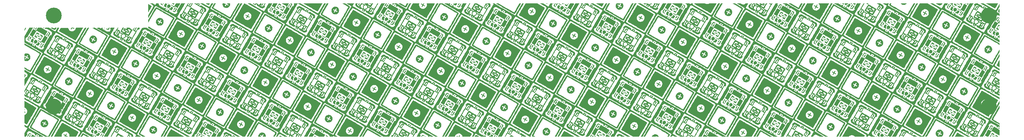
<source format=gbr>
%TF.GenerationSoftware,KiCad,Pcbnew,6.0.2+dfsg-1*%
%TF.CreationDate,2024-06-04T13:25:18+01:00*%
%TF.ProjectId,backRow_BasePlate,6261636b-526f-4775-9f42-617365506c61,0*%
%TF.SameCoordinates,Original*%
%TF.FileFunction,Soldermask,Bot*%
%TF.FilePolarity,Negative*%
%FSLAX46Y46*%
G04 Gerber Fmt 4.6, Leading zero omitted, Abs format (unit mm)*
G04 Created by KiCad (PCBNEW 6.0.2+dfsg-1) date 2024-06-04 13:25:18*
%MOMM*%
%LPD*%
G01*
G04 APERTURE LIST*
%ADD10C,4.400000*%
%ADD11C,2.600000*%
G04 APERTURE END LIST*
%TO.C,G\u002A\u002A\u002A*%
G36*
X58664411Y-107180957D02*
G01*
X58740607Y-107214480D01*
X58836804Y-107265641D01*
X58936945Y-107324816D01*
X59024972Y-107382382D01*
X59084828Y-107428714D01*
X59100456Y-107454189D01*
X59080387Y-107461401D01*
X59006906Y-107469918D01*
X58897396Y-107474984D01*
X58769108Y-107476675D01*
X58639297Y-107475066D01*
X58525214Y-107470233D01*
X58444112Y-107462249D01*
X58413244Y-107451192D01*
X58425781Y-107412208D01*
X58469907Y-107339569D01*
X58530054Y-107261309D01*
X58589500Y-107198732D01*
X58631522Y-107173138D01*
X58664411Y-107180957D01*
G37*
G36*
X183715585Y-96440402D02*
G01*
X183673277Y-96514393D01*
X183656861Y-96549876D01*
X183665210Y-96560776D01*
X183715589Y-96600431D01*
X183796420Y-96654539D01*
X183882935Y-96704200D01*
X183935241Y-96717935D01*
X183964785Y-96697184D01*
X183977555Y-96674625D01*
X183994110Y-96627585D01*
X184009887Y-96604217D01*
X184064537Y-96566026D01*
X184067096Y-96564685D01*
X184111603Y-96552290D01*
X184168359Y-96562777D01*
X184251952Y-96601105D01*
X184376970Y-96672234D01*
X184412083Y-96693225D01*
X184523935Y-96762840D01*
X184609757Y-96820358D01*
X184653271Y-96855010D01*
X184656754Y-96858455D01*
X184706991Y-96894739D01*
X184801581Y-96955476D01*
X184928439Y-97033082D01*
X185075478Y-97119971D01*
X185188535Y-97186603D01*
X185356445Y-97292746D01*
X185476220Y-97384105D01*
X185555966Y-97470478D01*
X185603787Y-97561663D01*
X185627789Y-97667460D01*
X185636077Y-97797665D01*
X185636166Y-97827426D01*
X185636389Y-97901992D01*
X185625846Y-98011999D01*
X185596282Y-98106000D01*
X185540858Y-98213896D01*
X185475786Y-98315693D01*
X185408568Y-98377397D01*
X185338790Y-98383997D01*
X185254769Y-98340669D01*
X185218912Y-98319707D01*
X185188157Y-98321185D01*
X185153079Y-98354303D01*
X185104077Y-98428139D01*
X185031551Y-98551773D01*
X184994871Y-98615295D01*
X184922389Y-98740776D01*
X184823677Y-98911641D01*
X184775699Y-98994681D01*
X184702914Y-99120657D01*
X184564277Y-99360594D01*
X184411946Y-99624219D01*
X184250099Y-99904300D01*
X184082914Y-100193606D01*
X183927177Y-100463689D01*
X183776760Y-100725749D01*
X183700875Y-100858637D01*
X183640397Y-100964544D01*
X183521401Y-101174216D01*
X183423083Y-101348907D01*
X183348755Y-101482757D01*
X183301730Y-101569909D01*
X183285319Y-101604503D01*
X183306707Y-101634823D01*
X183367902Y-101672853D01*
X183436197Y-101714120D01*
X183461755Y-101766256D01*
X183442590Y-101842067D01*
X183379263Y-101955515D01*
X183362830Y-101981659D01*
X183268334Y-102116049D01*
X183175940Y-102207709D01*
X183064727Y-102273480D01*
X182913776Y-102330200D01*
X182899433Y-102334553D01*
X182778845Y-102353808D01*
X182658631Y-102349667D01*
X182570536Y-102322813D01*
X182549689Y-102313043D01*
X182483251Y-102293952D01*
X182455165Y-102284499D01*
X182370449Y-102244488D01*
X182248672Y-102179877D01*
X182100515Y-102097038D01*
X181936663Y-102002341D01*
X181767800Y-101902158D01*
X181604608Y-101802859D01*
X181457770Y-101710816D01*
X181337972Y-101632401D01*
X181255895Y-101573983D01*
X181222224Y-101541934D01*
X181220708Y-101483528D01*
X181224218Y-101474493D01*
X181519033Y-101474493D01*
X181536228Y-101500208D01*
X181598878Y-101548433D01*
X181695399Y-101610058D01*
X181787220Y-101664433D01*
X181868880Y-101710458D01*
X181912903Y-101729439D01*
X181930843Y-101725947D01*
X181934255Y-101704554D01*
X181907642Y-101672865D01*
X181838385Y-101623723D01*
X181745797Y-101568342D01*
X181700068Y-101544298D01*
X182170691Y-101544298D01*
X182173056Y-101547722D01*
X182214217Y-101578397D01*
X182296001Y-101631334D01*
X182404588Y-101697481D01*
X182417846Y-101704554D01*
X182554330Y-101777365D01*
X182695189Y-101825475D01*
X182802843Y-101824466D01*
X182883339Y-101775320D01*
X182921745Y-101724950D01*
X182982841Y-101631417D01*
X183057779Y-101508954D01*
X183139533Y-101369918D01*
X183221075Y-101226666D01*
X183295380Y-101091555D01*
X183355421Y-100976942D01*
X183394170Y-100895184D01*
X183404601Y-100858637D01*
X183397516Y-100850729D01*
X183346757Y-100818649D01*
X183274038Y-100785120D01*
X183206350Y-100761584D01*
X183170684Y-100759483D01*
X183169926Y-100760503D01*
X183146361Y-100799293D01*
X183096874Y-100883851D01*
X183028192Y-101002613D01*
X182947039Y-101144016D01*
X182938747Y-101158484D01*
X182856074Y-101299687D01*
X182783766Y-101418005D01*
X182729354Y-101501412D01*
X182700370Y-101537880D01*
X182647876Y-101551815D01*
X182542613Y-101526486D01*
X182404623Y-101450357D01*
X182277878Y-101366482D01*
X182224285Y-101448276D01*
X182187185Y-101508881D01*
X182170691Y-101544298D01*
X181700068Y-101544298D01*
X181649201Y-101517552D01*
X181567921Y-101482186D01*
X181521282Y-101473074D01*
X181519033Y-101474493D01*
X181224218Y-101474493D01*
X181251324Y-101404731D01*
X181282126Y-101349491D01*
X181288631Y-101317711D01*
X181265341Y-101301611D01*
X181197458Y-101259936D01*
X181116856Y-101213755D01*
X181046981Y-101176326D01*
X181011280Y-101160904D01*
X180996846Y-101172569D01*
X180955348Y-101228246D01*
X180901428Y-101314359D01*
X180864921Y-101372896D01*
X180817092Y-101437062D01*
X180789129Y-101457909D01*
X180765257Y-101445089D01*
X180692376Y-101404044D01*
X180584295Y-101342327D01*
X180454139Y-101267402D01*
X180141516Y-101086799D01*
X180155749Y-101062513D01*
X180421390Y-101062513D01*
X180448221Y-101104398D01*
X180528069Y-101158150D01*
X180603400Y-101203120D01*
X180658034Y-101222532D01*
X180695422Y-101203765D01*
X180737318Y-101145501D01*
X180756132Y-101114030D01*
X180772231Y-101049154D01*
X180736786Y-100995207D01*
X180643103Y-100937405D01*
X180633048Y-100932224D01*
X180592825Y-100914964D01*
X181090311Y-100914964D01*
X181110311Y-100935453D01*
X181178538Y-100983553D01*
X181282291Y-101049154D01*
X181283722Y-101050059D01*
X181413900Y-101127128D01*
X181505326Y-101179742D01*
X181631628Y-101251729D01*
X181715161Y-101296110D01*
X181766331Y-101316414D01*
X181795546Y-101316173D01*
X181813216Y-101298915D01*
X181829747Y-101268172D01*
X181865295Y-101225473D01*
X181941808Y-101181704D01*
X181950842Y-101176669D01*
X182381402Y-101176669D01*
X182479522Y-101236340D01*
X182488657Y-101241862D01*
X182555848Y-101280283D01*
X182590152Y-101296011D01*
X182591599Y-101295075D01*
X182616696Y-101258737D01*
X182664766Y-101179945D01*
X182727695Y-101072903D01*
X182797372Y-100951814D01*
X182865686Y-100830882D01*
X182924524Y-100724310D01*
X182965776Y-100646302D01*
X182981329Y-100611062D01*
X182978113Y-100605124D01*
X182935744Y-100578364D01*
X182866695Y-100547987D01*
X182799795Y-100525659D01*
X182763868Y-100523047D01*
X182748640Y-100546415D01*
X182718849Y-100595916D01*
X182705479Y-100618132D01*
X182642232Y-100725616D01*
X182566317Y-100856353D01*
X182381402Y-101176669D01*
X181950842Y-101176669D01*
X181964214Y-101169216D01*
X182024912Y-101106755D01*
X182098110Y-101008430D01*
X182173276Y-100891212D01*
X182239882Y-100772073D01*
X182287395Y-100667984D01*
X182305285Y-100595916D01*
X182280887Y-100551439D01*
X182197884Y-100481355D01*
X182060404Y-100393857D01*
X181949432Y-100329994D01*
X181872430Y-100290085D01*
X181829548Y-100278338D01*
X181808206Y-100291551D01*
X181795825Y-100326523D01*
X181732484Y-100492568D01*
X181626398Y-100648388D01*
X181493665Y-100756062D01*
X181343164Y-100806180D01*
X181324249Y-100809711D01*
X181258723Y-100830273D01*
X181229673Y-100841356D01*
X181148949Y-100869503D01*
X181117343Y-100883861D01*
X181090311Y-100914964D01*
X180592825Y-100914964D01*
X180564723Y-100902905D01*
X180522604Y-100911638D01*
X180477113Y-100962978D01*
X180441928Y-101010867D01*
X180421390Y-101062513D01*
X180155749Y-101062513D01*
X180227247Y-100940510D01*
X180256611Y-100888585D01*
X180297096Y-100808685D01*
X180312978Y-100764271D01*
X180304861Y-100747555D01*
X180262630Y-100714646D01*
X180176362Y-100665340D01*
X180037188Y-100594168D01*
X180021088Y-100598595D01*
X179995344Y-100644036D01*
X179970163Y-100688944D01*
X179907285Y-100747980D01*
X179881846Y-100758841D01*
X179844829Y-100759200D01*
X179790768Y-100743595D01*
X179711451Y-100708328D01*
X179598662Y-100649705D01*
X179444190Y-100564028D01*
X179239820Y-100447602D01*
X179200536Y-100425038D01*
X178952217Y-100279229D01*
X178865713Y-100224759D01*
X179357331Y-100224759D01*
X179374526Y-100250474D01*
X179437176Y-100298699D01*
X179533697Y-100360324D01*
X179642911Y-100422946D01*
X179744644Y-100472837D01*
X179794585Y-100483621D01*
X179791433Y-100454820D01*
X179759423Y-100425241D01*
X179683944Y-100375439D01*
X179586505Y-100319781D01*
X179486822Y-100268833D01*
X179404609Y-100233164D01*
X179359580Y-100223340D01*
X179357331Y-100224759D01*
X178865713Y-100224759D01*
X178756808Y-100156183D01*
X178704421Y-100118603D01*
X179781907Y-100118603D01*
X179782089Y-100149998D01*
X179822599Y-100192294D01*
X179910089Y-100252020D01*
X180051210Y-100335706D01*
X180113634Y-100371734D01*
X180239956Y-100445435D01*
X180304310Y-100483621D01*
X180343182Y-100506687D01*
X180405520Y-100544981D01*
X180461246Y-100569721D01*
X180499090Y-100551417D01*
X180500479Y-100483123D01*
X180463825Y-100369616D01*
X180457695Y-100354212D01*
X180432589Y-100213774D01*
X180629559Y-100213774D01*
X180669011Y-100296155D01*
X180676118Y-100304391D01*
X180709725Y-100380499D01*
X180724323Y-100480102D01*
X180727945Y-100539117D01*
X180754663Y-100612700D01*
X180820308Y-100666173D01*
X180821072Y-100666624D01*
X180914396Y-100712561D01*
X180973228Y-100713985D01*
X181013410Y-100671318D01*
X181060486Y-100633483D01*
X181141750Y-100609635D01*
X181179632Y-100604083D01*
X181317554Y-100563748D01*
X181441024Y-100500075D01*
X181532530Y-100423753D01*
X181574560Y-100345470D01*
X181577687Y-100329875D01*
X181602681Y-100265786D01*
X181608393Y-100247033D01*
X181612286Y-100172338D01*
X181605642Y-100070322D01*
X181604441Y-100060012D01*
X181582702Y-99954756D01*
X181537132Y-99875492D01*
X181450769Y-99791704D01*
X181397110Y-99748754D01*
X181315567Y-99694465D01*
X181261087Y-99672150D01*
X181226632Y-99669302D01*
X181142853Y-99657356D01*
X181137575Y-99656563D01*
X181059196Y-99663466D01*
X180964992Y-99692216D01*
X180890606Y-99733883D01*
X180804751Y-99800657D01*
X180729486Y-99874717D01*
X180679932Y-99941018D01*
X180671212Y-99984515D01*
X180676003Y-100000101D01*
X180662037Y-100054721D01*
X180636623Y-100111230D01*
X180629559Y-100213774D01*
X180432589Y-100213774D01*
X180425760Y-100175571D01*
X180457362Y-99980125D01*
X180551921Y-99771812D01*
X180595765Y-99692876D01*
X180630644Y-99618078D01*
X180637818Y-99582996D01*
X180637690Y-99582868D01*
X180582101Y-99541747D01*
X180490666Y-99487349D01*
X180382142Y-99429276D01*
X180275287Y-99377129D01*
X180188859Y-99340508D01*
X180141616Y-99329015D01*
X180129872Y-99334943D01*
X180080965Y-99386102D01*
X180015399Y-99477133D01*
X179944002Y-99593544D01*
X179873615Y-99722884D01*
X179831567Y-99819154D01*
X179815893Y-99892858D01*
X179820856Y-99961124D01*
X179821702Y-99965782D01*
X179826041Y-100050298D01*
X179807366Y-100096301D01*
X179781907Y-100118603D01*
X178704421Y-100118603D01*
X178607765Y-100049267D01*
X178498546Y-99951851D01*
X178422607Y-99857304D01*
X178373405Y-99758994D01*
X178344398Y-99650291D01*
X178329043Y-99524563D01*
X178328071Y-99506049D01*
X178840245Y-99506049D01*
X178879459Y-99602953D01*
X178975604Y-99702002D01*
X179133287Y-99808979D01*
X179161125Y-99825440D01*
X179266466Y-99886243D01*
X179344378Y-99928874D01*
X179379668Y-99944947D01*
X179404484Y-99930034D01*
X179444904Y-99876729D01*
X179476607Y-99813224D01*
X179481751Y-99770077D01*
X179470001Y-99758232D01*
X179410537Y-99718157D01*
X179322721Y-99669714D01*
X179248665Y-99629771D01*
X179177410Y-99577511D01*
X179140796Y-99518646D01*
X179139224Y-99443147D01*
X179148245Y-99415937D01*
X179385621Y-99415937D01*
X179407721Y-99453141D01*
X179479514Y-99502182D01*
X179504412Y-99517361D01*
X179573579Y-99556983D01*
X179607657Y-99572360D01*
X179625810Y-99548478D01*
X179670865Y-99476680D01*
X179735377Y-99368538D01*
X179812222Y-99235772D01*
X180003887Y-98900229D01*
X179886443Y-98827645D01*
X179858517Y-98810908D01*
X179790803Y-98775555D01*
X179758862Y-98767357D01*
X179754347Y-98774204D01*
X179723022Y-98826456D01*
X179669801Y-98917457D01*
X179603029Y-99032979D01*
X179580792Y-99071547D01*
X179509306Y-99194320D01*
X179448913Y-99296334D01*
X179410804Y-99358631D01*
X179403491Y-99370257D01*
X179385621Y-99415937D01*
X179148245Y-99415937D01*
X179173093Y-99340984D01*
X179242802Y-99202127D01*
X179348751Y-99016547D01*
X179565864Y-98645460D01*
X179465133Y-98581682D01*
X179451755Y-98573387D01*
X179385625Y-98538205D01*
X179352433Y-98530561D01*
X179328895Y-98563923D01*
X179278196Y-98646678D01*
X179209848Y-98763681D01*
X179131234Y-98901702D01*
X179049737Y-99047512D01*
X178972740Y-99187882D01*
X178907627Y-99309585D01*
X178861781Y-99399392D01*
X178842584Y-99444072D01*
X178840245Y-99506049D01*
X178328071Y-99506049D01*
X178323615Y-99421152D01*
X178331993Y-99328506D01*
X178363370Y-99240151D01*
X178425022Y-99125865D01*
X178433350Y-99111542D01*
X178507746Y-98999644D01*
X178571867Y-98944818D01*
X178637535Y-98941281D01*
X178716569Y-98983253D01*
X178756858Y-99008869D01*
X178797771Y-99010196D01*
X178838300Y-98957920D01*
X178846379Y-98944845D01*
X178898113Y-98858461D01*
X178975430Y-98726735D01*
X179074623Y-98556159D01*
X179191986Y-98353226D01*
X179207000Y-98327168D01*
X179488186Y-98327168D01*
X179489112Y-98328307D01*
X179527487Y-98355043D01*
X179611966Y-98406879D01*
X179730944Y-98476851D01*
X179872819Y-98557996D01*
X180008866Y-98637776D01*
X180020739Y-98645460D01*
X180134980Y-98719395D01*
X180216487Y-98782249D01*
X180245425Y-98820724D01*
X180244471Y-98830854D01*
X180220788Y-98900229D01*
X180220741Y-98900367D01*
X180175117Y-98986771D01*
X180104809Y-99100532D01*
X180190102Y-99100532D01*
X180231524Y-99109363D01*
X180326855Y-99146915D01*
X180451673Y-99207155D01*
X180589732Y-99282680D01*
X180617297Y-99298624D01*
X180751947Y-99374440D01*
X180847377Y-99421346D01*
X180919359Y-99444757D01*
X180983664Y-99450086D01*
X181056063Y-99442746D01*
X181208058Y-99420663D01*
X181062475Y-99340469D01*
X181823826Y-99340469D01*
X181837455Y-99362105D01*
X181899849Y-99409481D01*
X182001218Y-99475032D01*
X182131103Y-99551572D01*
X182187046Y-99582996D01*
X182255505Y-99621451D01*
X182368684Y-99683838D01*
X182447476Y-99725890D01*
X182479751Y-99741015D01*
X182481588Y-99739248D01*
X182508285Y-99698101D01*
X182561849Y-99608999D01*
X182637134Y-99480694D01*
X182728996Y-99321938D01*
X182832287Y-99141481D01*
X183173004Y-98543218D01*
X182866063Y-98362322D01*
X182850517Y-98353162D01*
X182697826Y-98263780D01*
X182593268Y-98204932D01*
X182527759Y-98172828D01*
X182492215Y-98163681D01*
X182477550Y-98173702D01*
X182474680Y-98199101D01*
X182474422Y-98204396D01*
X182455434Y-98272022D01*
X182415571Y-98357971D01*
X182407356Y-98372954D01*
X182376242Y-98438526D01*
X182379953Y-98474155D01*
X182419072Y-98504258D01*
X182445779Y-98520863D01*
X182529051Y-98572575D01*
X182627507Y-98633668D01*
X182665774Y-98658650D01*
X182750637Y-98735220D01*
X182782956Y-98819349D01*
X182765072Y-98925155D01*
X182752025Y-98953254D01*
X182699326Y-99066755D01*
X182651360Y-99154954D01*
X182610118Y-99229897D01*
X182591526Y-99262456D01*
X182561350Y-99273821D01*
X182491483Y-99289216D01*
X182437865Y-99290360D01*
X182337630Y-99260476D01*
X182201599Y-99188655D01*
X182004532Y-99071262D01*
X181928956Y-99195671D01*
X181910064Y-99225951D01*
X181858585Y-99300787D01*
X181823826Y-99340469D01*
X181062475Y-99340469D01*
X180937845Y-99271817D01*
X180900120Y-99251054D01*
X180752740Y-99170226D01*
X180612582Y-99093735D01*
X180505597Y-99035754D01*
X180500260Y-99032872D01*
X180405620Y-98974948D01*
X180361769Y-98927031D01*
X180356659Y-98876217D01*
X180358051Y-98871146D01*
X180384112Y-98813237D01*
X180412311Y-98758328D01*
X180786251Y-98758328D01*
X180811775Y-98783006D01*
X180881727Y-98829887D01*
X180980467Y-98888090D01*
X181072165Y-98940040D01*
X181206947Y-99018129D01*
X181317832Y-99084220D01*
X181402687Y-99131890D01*
X181448491Y-99144249D01*
X181461382Y-99121265D01*
X181462477Y-99110431D01*
X181485963Y-99040936D01*
X181530436Y-98953579D01*
X181599490Y-98836542D01*
X181396435Y-98724912D01*
X181304356Y-98669898D01*
X181204932Y-98584440D01*
X181164673Y-98492547D01*
X181179443Y-98380859D01*
X181203412Y-98327984D01*
X181434608Y-98327984D01*
X181435021Y-98376047D01*
X181498511Y-98439144D01*
X181626149Y-98518557D01*
X181665343Y-98540193D01*
X181783041Y-98609519D01*
X181848716Y-98664326D01*
X181868711Y-98717787D01*
X181849372Y-98783075D01*
X181797042Y-98873363D01*
X181757481Y-98939748D01*
X181714513Y-99021086D01*
X181697819Y-99066656D01*
X181705182Y-99097610D01*
X181737629Y-99094085D01*
X181789865Y-99039789D01*
X181855212Y-98940093D01*
X181893603Y-98876251D01*
X181946066Y-98797520D01*
X181979802Y-98757715D01*
X181983038Y-98756381D01*
X182032446Y-98767277D01*
X182119245Y-98806761D01*
X182226899Y-98867489D01*
X182318799Y-98922917D01*
X182411620Y-98973853D01*
X182468017Y-98993571D01*
X182499821Y-98985546D01*
X182518862Y-98953254D01*
X182512742Y-98925357D01*
X182452242Y-98867936D01*
X182333557Y-98793158D01*
X182215967Y-98723095D01*
X182129334Y-98654652D01*
X182093912Y-98590412D01*
X182103767Y-98518321D01*
X182152965Y-98426327D01*
X182167060Y-98403681D01*
X182223018Y-98299901D01*
X182235101Y-98240972D01*
X182204458Y-98222341D01*
X182181667Y-98237966D01*
X182133795Y-98299127D01*
X182077796Y-98390737D01*
X182035725Y-98461375D01*
X181984575Y-98532015D01*
X181951143Y-98559518D01*
X181947650Y-98559109D01*
X181896642Y-98538047D01*
X181807854Y-98491391D01*
X181698154Y-98427916D01*
X181677880Y-98415842D01*
X181572649Y-98357608D01*
X181492445Y-98320396D01*
X181453273Y-98311794D01*
X181434608Y-98327984D01*
X181203412Y-98327984D01*
X181245105Y-98236012D01*
X181302268Y-98141229D01*
X181386455Y-98051068D01*
X181480395Y-98019065D01*
X181596095Y-98042393D01*
X181745563Y-98118226D01*
X181784847Y-98141453D01*
X181875503Y-98192122D01*
X181928536Y-98211899D01*
X181959013Y-98204252D01*
X181981999Y-98172646D01*
X182026961Y-98109737D01*
X182094677Y-98034888D01*
X182170658Y-97961300D01*
X181815278Y-97756856D01*
X181459897Y-97552412D01*
X181396205Y-97676273D01*
X181379620Y-97707428D01*
X181325728Y-97804525D01*
X181249253Y-97939386D01*
X181157851Y-98098553D01*
X181059182Y-98268567D01*
X180998918Y-98372390D01*
X180914384Y-98520089D01*
X180846933Y-98640516D01*
X180802308Y-98723364D01*
X180786251Y-98758328D01*
X180412311Y-98758328D01*
X180438841Y-98706669D01*
X180517840Y-98559543D01*
X180616709Y-98379962D01*
X180731049Y-98176026D01*
X180856461Y-97955837D01*
X180970713Y-97758117D01*
X181111533Y-97519685D01*
X181223207Y-97338110D01*
X181306915Y-97211559D01*
X181363831Y-97138197D01*
X181395135Y-97116189D01*
X181421129Y-97126764D01*
X181500667Y-97167371D01*
X181623827Y-97234033D01*
X181782727Y-97322197D01*
X181969481Y-97427313D01*
X182176205Y-97544826D01*
X182395015Y-97670185D01*
X182618026Y-97798837D01*
X182837355Y-97926229D01*
X182897285Y-97961300D01*
X183045116Y-98047810D01*
X183233425Y-98159026D01*
X183394399Y-98255325D01*
X183520153Y-98332155D01*
X183602802Y-98384963D01*
X183634462Y-98409197D01*
X183634521Y-98410384D01*
X183617203Y-98450836D01*
X183571687Y-98539924D01*
X183569930Y-98543218D01*
X183502912Y-98668847D01*
X183415816Y-98828805D01*
X183315337Y-99010995D01*
X183206415Y-99206618D01*
X183093989Y-99406871D01*
X182982996Y-99602953D01*
X182878376Y-99786064D01*
X182785068Y-99947402D01*
X182708009Y-100078167D01*
X182652140Y-100169556D01*
X182622398Y-100212769D01*
X182613120Y-100215901D01*
X182555571Y-100199357D01*
X182447616Y-100147202D01*
X182287505Y-100058545D01*
X182073490Y-99932492D01*
X181911554Y-99837564D01*
X181792144Y-99773601D01*
X181724815Y-99746719D01*
X181707780Y-99756217D01*
X181739253Y-99801396D01*
X181771819Y-99846614D01*
X181813579Y-99934176D01*
X181817265Y-99943065D01*
X181873073Y-100004131D01*
X181987065Y-100086575D01*
X182130051Y-100172338D01*
X182155331Y-100187501D01*
X182230287Y-100230544D01*
X182373898Y-100321358D01*
X182462789Y-100393494D01*
X182502730Y-100451333D01*
X182517377Y-100491324D01*
X182535380Y-100506917D01*
X182563193Y-100476156D01*
X182612514Y-100392804D01*
X182640655Y-100346155D01*
X182692802Y-100271889D01*
X182728659Y-100236678D01*
X182730627Y-100236288D01*
X182777210Y-100250926D01*
X182868060Y-100293610D01*
X182990968Y-100358251D01*
X183133726Y-100438757D01*
X183150904Y-100448729D01*
X183291119Y-100528912D01*
X183408931Y-100594221D01*
X183440927Y-100611062D01*
X183492419Y-100638165D01*
X183529658Y-100654255D01*
X183551959Y-100635060D01*
X183598444Y-100570779D01*
X183655537Y-100476928D01*
X183665216Y-100459903D01*
X183720431Y-100363351D01*
X183800874Y-100223216D01*
X183899792Y-100051242D01*
X184010430Y-99859174D01*
X184126035Y-99658757D01*
X184173265Y-99576540D01*
X184275303Y-99395977D01*
X184361824Y-99238789D01*
X184428159Y-99113696D01*
X184469639Y-99029419D01*
X184481594Y-98994681D01*
X184480712Y-98993573D01*
X184442024Y-98966155D01*
X184357148Y-98913826D01*
X184237833Y-98843650D01*
X184095825Y-98762692D01*
X184080514Y-98754048D01*
X183941659Y-98671909D01*
X183926022Y-98661757D01*
X184387597Y-98661757D01*
X184407350Y-98706373D01*
X184480145Y-98760144D01*
X184503524Y-98774396D01*
X184572493Y-98813775D01*
X184606593Y-98828880D01*
X184619168Y-98816377D01*
X184659646Y-98754881D01*
X184719753Y-98652919D01*
X184792976Y-98522649D01*
X184872801Y-98376230D01*
X184952717Y-98225820D01*
X185026211Y-98083576D01*
X185086769Y-97961657D01*
X185127880Y-97872221D01*
X185143031Y-97827426D01*
X185131287Y-97768282D01*
X185076330Y-97687782D01*
X184970455Y-97598700D01*
X184807111Y-97494547D01*
X184749880Y-97461229D01*
X184660178Y-97412499D01*
X184606353Y-97393554D01*
X184573457Y-97400704D01*
X184546541Y-97430263D01*
X184511278Y-97490878D01*
X184512822Y-97544719D01*
X184563485Y-97597380D01*
X184670159Y-97661767D01*
X184714423Y-97687247D01*
X184807043Y-97757376D01*
X184839042Y-97816377D01*
X184823708Y-97866038D01*
X184817982Y-97878372D01*
X184779695Y-97960848D01*
X184713922Y-98085962D01*
X184633339Y-98227496D01*
X184554080Y-98362136D01*
X184480747Y-98487489D01*
X184425742Y-98582366D01*
X184397118Y-98632945D01*
X184387597Y-98661757D01*
X183926022Y-98661757D01*
X183828495Y-98598438D01*
X183752317Y-98541366D01*
X183724414Y-98508422D01*
X183724427Y-98508076D01*
X183741288Y-98467313D01*
X183754203Y-98441888D01*
X183962776Y-98441888D01*
X184033108Y-98500998D01*
X184089225Y-98539929D01*
X184141920Y-98559636D01*
X184153238Y-98551254D01*
X184195151Y-98497975D01*
X184257037Y-98407454D01*
X184330222Y-98293624D01*
X184406036Y-98170416D01*
X184475808Y-98051762D01*
X184530866Y-97951594D01*
X184562539Y-97883844D01*
X184562796Y-97878372D01*
X184531889Y-97841771D01*
X184462698Y-97797650D01*
X184443440Y-97788220D01*
X184374915Y-97764684D01*
X184342055Y-97770336D01*
X184327997Y-97798808D01*
X184285816Y-97876307D01*
X184223125Y-97988145D01*
X184147314Y-98121011D01*
X183962776Y-98441888D01*
X183754203Y-98441888D01*
X183786020Y-98379252D01*
X183852619Y-98254653D01*
X183935080Y-98104274D01*
X184027399Y-97938877D01*
X184123572Y-97769221D01*
X184217594Y-97606065D01*
X184303461Y-97460169D01*
X184375168Y-97342292D01*
X184395694Y-97301132D01*
X184398668Y-97264598D01*
X184397999Y-97264070D01*
X184360584Y-97241180D01*
X184271776Y-97188832D01*
X184138103Y-97110819D01*
X183966092Y-97010931D01*
X183762272Y-96892961D01*
X183533172Y-96760700D01*
X183285319Y-96617940D01*
X183275565Y-96612329D01*
X183023645Y-96467286D01*
X182786844Y-96330769D01*
X182675065Y-96266237D01*
X183191071Y-96266237D01*
X183217902Y-96308121D01*
X183297750Y-96361873D01*
X183373081Y-96406844D01*
X183427715Y-96426256D01*
X183465103Y-96407488D01*
X183506999Y-96349225D01*
X183525813Y-96317754D01*
X183541912Y-96252877D01*
X183506466Y-96198930D01*
X183412784Y-96141128D01*
X183402729Y-96135947D01*
X183334404Y-96106629D01*
X183292285Y-96115361D01*
X183246794Y-96166701D01*
X183211609Y-96214591D01*
X183191071Y-96266237D01*
X182675065Y-96266237D01*
X182572403Y-96206968D01*
X182387566Y-96100070D01*
X182239574Y-96014264D01*
X182135669Y-95953738D01*
X182083094Y-95922680D01*
X181978609Y-95859006D01*
X181813493Y-96148249D01*
X181633432Y-96463672D01*
X181606771Y-96510210D01*
X181502640Y-96688784D01*
X181409018Y-96844475D01*
X181331518Y-96968260D01*
X181275755Y-97051121D01*
X181247343Y-97084037D01*
X181245440Y-97084489D01*
X181197277Y-97070970D01*
X181105250Y-97028785D01*
X180981804Y-96964067D01*
X180839382Y-96882950D01*
X180823782Y-96873761D01*
X180684079Y-96793683D01*
X180566058Y-96729825D01*
X180535916Y-96715041D01*
X180954734Y-96715041D01*
X180955032Y-96716697D01*
X180986618Y-96745717D01*
X181054386Y-96785968D01*
X181061023Y-96789380D01*
X181132545Y-96823478D01*
X181171825Y-96837500D01*
X181175960Y-96836696D01*
X181194167Y-96821245D01*
X181224265Y-96779800D01*
X181271486Y-96704099D01*
X181341063Y-96585878D01*
X181438230Y-96416877D01*
X181591802Y-96148249D01*
X181491999Y-96087555D01*
X181483473Y-96082434D01*
X181409289Y-96043020D01*
X181362800Y-96026862D01*
X181361955Y-96027030D01*
X181334969Y-96058150D01*
X181284385Y-96133223D01*
X181218585Y-96238113D01*
X181145952Y-96358684D01*
X181074868Y-96480799D01*
X181013715Y-96590321D01*
X180970876Y-96673114D01*
X180954734Y-96715041D01*
X180535916Y-96715041D01*
X180481740Y-96688469D01*
X180443143Y-96675894D01*
X180425645Y-96696648D01*
X180378598Y-96768024D01*
X180308374Y-96881436D01*
X180220230Y-97027791D01*
X180119425Y-97197996D01*
X180011217Y-97382960D01*
X179900865Y-97573589D01*
X179793627Y-97760792D01*
X179694761Y-97935476D01*
X179609526Y-98088547D01*
X179543179Y-98210915D01*
X179500980Y-98293486D01*
X179488186Y-98327168D01*
X179207000Y-98327168D01*
X179323811Y-98124427D01*
X179466393Y-97876255D01*
X179616023Y-97615201D01*
X179768995Y-97347759D01*
X179921603Y-97080419D01*
X180070140Y-96819674D01*
X180210898Y-96572017D01*
X180268453Y-96470472D01*
X180549414Y-96470472D01*
X180549644Y-96472468D01*
X180580828Y-96506772D01*
X180648585Y-96549283D01*
X180747756Y-96600566D01*
X180977856Y-96197051D01*
X181055551Y-96062638D01*
X181144305Y-95920791D01*
X181217244Y-95829016D01*
X181283449Y-95781606D01*
X181352003Y-95772853D01*
X181431987Y-95797050D01*
X181532482Y-95848488D01*
X181539437Y-95852347D01*
X181632832Y-95902265D01*
X181686884Y-95921395D01*
X181719960Y-95912128D01*
X181750425Y-95876856D01*
X181780973Y-95830033D01*
X181799148Y-95785588D01*
X181795439Y-95777057D01*
X181749941Y-95737443D01*
X181665995Y-95682382D01*
X181560525Y-95621352D01*
X181450453Y-95563829D01*
X181352699Y-95519289D01*
X181284187Y-95497208D01*
X181207971Y-95499132D01*
X181122529Y-95530684D01*
X181120973Y-95531857D01*
X181082791Y-95576984D01*
X181020390Y-95666235D01*
X180941435Y-95787038D01*
X180853594Y-95926822D01*
X180764533Y-96073017D01*
X180681918Y-96213051D01*
X180613416Y-96334352D01*
X180566693Y-96424349D01*
X180549414Y-96470472D01*
X180268453Y-96470472D01*
X180340171Y-96343939D01*
X180454252Y-96141932D01*
X180549434Y-95972488D01*
X180622011Y-95842101D01*
X180668276Y-95757261D01*
X180684521Y-95724460D01*
X180666164Y-95693353D01*
X180608523Y-95651451D01*
X180603280Y-95648669D01*
X180536567Y-95603816D01*
X180513299Y-95553419D01*
X180532623Y-95481401D01*
X180593685Y-95371685D01*
X180603842Y-95355090D01*
X180680523Y-95238649D01*
X180749898Y-95160588D01*
X180833090Y-95101406D01*
X180951221Y-95041604D01*
X180991905Y-95023207D01*
X181099271Y-94984347D01*
X181198886Y-94969986D01*
X181303532Y-94982732D01*
X181425994Y-95025190D01*
X181579056Y-95099968D01*
X181775501Y-95209671D01*
X181835502Y-95244016D01*
X181982138Y-95326201D01*
X182104664Y-95392413D01*
X182191691Y-95436587D01*
X182231830Y-95452660D01*
X182238986Y-95454019D01*
X182296025Y-95478250D01*
X182390270Y-95526534D01*
X182505490Y-95590686D01*
X182534868Y-95607720D01*
X182644512Y-95675298D01*
X182708172Y-95726330D01*
X182737686Y-95772409D01*
X182739488Y-95785588D01*
X182744893Y-95825129D01*
X182735739Y-95896616D01*
X182711117Y-95942420D01*
X182701445Y-95949387D01*
X182677600Y-95986635D01*
X182703259Y-96014460D01*
X182768014Y-96059283D01*
X182849629Y-96107569D01*
X182925856Y-96146178D01*
X182974447Y-96161968D01*
X182985037Y-96156839D01*
X183022525Y-96108822D01*
X183065858Y-96026668D01*
X183081727Y-95993028D01*
X183127768Y-95909184D01*
X183163874Y-95861329D01*
X183179058Y-95857858D01*
X183249668Y-95877948D01*
X183367656Y-95933879D01*
X183527814Y-96023332D01*
X183854751Y-96215373D01*
X183831408Y-96252877D01*
X183755806Y-96374342D01*
X183715585Y-96440402D01*
G37*
G36*
X159984112Y-70332303D02*
G01*
X160013244Y-70356649D01*
X160000963Y-70380996D01*
X159949481Y-70386595D01*
X159878138Y-70356649D01*
X159863174Y-70345904D01*
X159861390Y-70328433D01*
X159920359Y-70323390D01*
X159984112Y-70332303D01*
G37*
G36*
X109542779Y-75498059D02*
G01*
X109575875Y-75517057D01*
X109646862Y-75558217D01*
X109680371Y-75578305D01*
X109680720Y-75578626D01*
X109670894Y-75610608D01*
X109634266Y-75673532D01*
X109633050Y-75675383D01*
X109589020Y-75735847D01*
X109562336Y-75760904D01*
X109553928Y-75758565D01*
X109502190Y-75736012D01*
X109428186Y-75700171D01*
X109358702Y-75664269D01*
X109320528Y-75641530D01*
X109319636Y-75639814D01*
X109330138Y-75600216D01*
X109362962Y-75528872D01*
X109416330Y-75425668D01*
X109542779Y-75498059D01*
G37*
G36*
X227480713Y-100803544D02*
G01*
X227555928Y-100849222D01*
X227629862Y-100907580D01*
X227513707Y-101103304D01*
X227455855Y-101204472D01*
X227413663Y-101285483D01*
X227397553Y-101326590D01*
X227397556Y-101326758D01*
X227425713Y-101355572D01*
X227498461Y-101404185D01*
X227600212Y-101462169D01*
X227602483Y-101463380D01*
X227703515Y-101519101D01*
X227775459Y-101562224D01*
X227802872Y-101583503D01*
X227796099Y-101615193D01*
X227764330Y-101681582D01*
X227722287Y-101742016D01*
X227687676Y-101768120D01*
X227647505Y-101753577D01*
X227566476Y-101711227D01*
X227465106Y-101650927D01*
X227415478Y-101619949D01*
X227334383Y-101575518D01*
X227276740Y-101566273D01*
X227228816Y-101598358D01*
X227176876Y-101677919D01*
X227107188Y-101811104D01*
X227073241Y-101873394D01*
X227028025Y-101943730D01*
X227000109Y-101970792D01*
X226959415Y-101952312D01*
X226894214Y-101907665D01*
X226813082Y-101845289D01*
X226941061Y-101634612D01*
X226968028Y-101590455D01*
X227020899Y-101498592D01*
X227037897Y-101437675D01*
X227013386Y-101391484D01*
X226941731Y-101343802D01*
X226817297Y-101278409D01*
X226757414Y-101245851D01*
X226680698Y-101199204D01*
X226644511Y-101169991D01*
X226644027Y-101169021D01*
X226651222Y-101123419D01*
X226686372Y-101052593D01*
X226742971Y-100961170D01*
X227178005Y-101223098D01*
X227287356Y-101031562D01*
X227340347Y-100935651D01*
X227381297Y-100855052D01*
X227397130Y-100814694D01*
X227421496Y-100790688D01*
X227480713Y-100803544D01*
G37*
G36*
X143829190Y-93613601D02*
G01*
X143897895Y-93658370D01*
X143978424Y-93720292D01*
X143796565Y-94045312D01*
X143732934Y-94157956D01*
X143669223Y-94268162D01*
X143624088Y-94343191D01*
X143604585Y-94371071D01*
X143599970Y-94370867D01*
X143549789Y-94351191D01*
X143481405Y-94311711D01*
X143421101Y-94268947D01*
X143395159Y-94239422D01*
X143403463Y-94211213D01*
X143439631Y-94135569D01*
X143496462Y-94031413D01*
X143565149Y-93913394D01*
X143636880Y-93796163D01*
X143702847Y-93694369D01*
X143754240Y-93622665D01*
X143782249Y-93595698D01*
X143829190Y-93613601D01*
G37*
G36*
X219396529Y-76522834D02*
G01*
X219478828Y-76562054D01*
X219582618Y-76620672D01*
X219592165Y-76626456D01*
X219681667Y-76684021D01*
X219735300Y-76724818D01*
X219741749Y-76740339D01*
X219729702Y-76738489D01*
X219670151Y-76715159D01*
X219586926Y-76672838D01*
X219496822Y-76621418D01*
X219416631Y-76570790D01*
X219363147Y-76530844D01*
X219353164Y-76511472D01*
X219353364Y-76511409D01*
X219396529Y-76522834D01*
G37*
G36*
X272679272Y-90058122D02*
G01*
X272825608Y-90153366D01*
X272868763Y-90201097D01*
X272931905Y-90307796D01*
X272972845Y-90424918D01*
X272985153Y-90531219D01*
X272962401Y-90605453D01*
X272949261Y-90626820D01*
X272950398Y-90667119D01*
X272955165Y-90673621D01*
X272945838Y-90719205D01*
X272891944Y-90779123D01*
X272808150Y-90843287D01*
X272709124Y-90901609D01*
X272609532Y-90944000D01*
X272524042Y-90960373D01*
X272452710Y-90971845D01*
X272381251Y-91026145D01*
X272365352Y-91050568D01*
X272337467Y-91073600D01*
X272294914Y-91064249D01*
X272215695Y-91021956D01*
X272192061Y-91008464D01*
X272125580Y-90960734D01*
X272101331Y-90907116D01*
X272103946Y-90819808D01*
X272105988Y-90794441D01*
X272100243Y-90707219D01*
X272066557Y-90668389D01*
X272033378Y-90633099D01*
X272016436Y-90559661D01*
X272016572Y-90546214D01*
X272047291Y-90365891D01*
X272124329Y-90217914D01*
X272236865Y-90107716D01*
X272374081Y-90040729D01*
X272525157Y-90022387D01*
X272679272Y-90058122D01*
G37*
G36*
X164464760Y-85769868D02*
G01*
X164524596Y-85800936D01*
X164631045Y-85859609D01*
X164776588Y-85941519D01*
X164953706Y-86042302D01*
X165154880Y-86157593D01*
X165372591Y-86283024D01*
X165599320Y-86414231D01*
X165827548Y-86546848D01*
X166049756Y-86676509D01*
X166258426Y-86798849D01*
X166446037Y-86909502D01*
X166605072Y-87004101D01*
X166728011Y-87078283D01*
X166807336Y-87127679D01*
X166835526Y-87147926D01*
X166834995Y-87150136D01*
X166813377Y-87194274D01*
X166763819Y-87285978D01*
X166691405Y-87416095D01*
X166601221Y-87575472D01*
X166498351Y-87754954D01*
X166480191Y-87786508D01*
X166378824Y-87964840D01*
X166291046Y-88122900D01*
X166221990Y-88251182D01*
X166176792Y-88340178D01*
X166160585Y-88380382D01*
X166182153Y-88406734D01*
X166252154Y-88459969D01*
X166359131Y-88530066D01*
X166491188Y-88608808D01*
X166557830Y-88646805D01*
X166713958Y-88736137D01*
X166821242Y-88800949D01*
X166886470Y-88848771D01*
X166916433Y-88887135D01*
X166917922Y-88923572D01*
X166897726Y-88965612D01*
X166862635Y-89020787D01*
X166858024Y-89028210D01*
X166811166Y-89106314D01*
X166738530Y-89230008D01*
X166646707Y-89387959D01*
X166542290Y-89568835D01*
X166431871Y-89761303D01*
X166408265Y-89802569D01*
X166302151Y-89987709D01*
X166206141Y-90154675D01*
X166126078Y-90293342D01*
X166067804Y-90393586D01*
X166037164Y-90445279D01*
X166002291Y-90496100D01*
X165976852Y-90521277D01*
X165975503Y-90520925D01*
X165935686Y-90500323D01*
X165850817Y-90452601D01*
X165732275Y-90384243D01*
X165591440Y-90301729D01*
X165573328Y-90291069D01*
X165431821Y-90209555D01*
X165311407Y-90143180D01*
X165224338Y-90098528D01*
X165182864Y-90082181D01*
X165165960Y-90091300D01*
X165122361Y-90145587D01*
X165073373Y-90232510D01*
X165036783Y-90299525D01*
X164989285Y-90355871D01*
X164956669Y-90353876D01*
X164943889Y-90291291D01*
X164940929Y-90280051D01*
X164891937Y-90226944D01*
X164785809Y-90151633D01*
X164626534Y-90057064D01*
X164580316Y-90030990D01*
X164441575Y-89947782D01*
X164347338Y-89879446D01*
X164284356Y-89815293D01*
X164239383Y-89744630D01*
X164218491Y-89703087D01*
X164189068Y-89635848D01*
X164184540Y-89609309D01*
X164212577Y-89622438D01*
X164283020Y-89663255D01*
X164378213Y-89722122D01*
X164427856Y-89753320D01*
X164609187Y-89862693D01*
X164772282Y-89954151D01*
X164907649Y-90022802D01*
X165005798Y-90063756D01*
X165057238Y-90072118D01*
X165057913Y-90071796D01*
X165087094Y-90036284D01*
X165143634Y-89951108D01*
X165222359Y-89825189D01*
X165318095Y-89667451D01*
X165425668Y-89486817D01*
X165539906Y-89292210D01*
X165655634Y-89092553D01*
X165767678Y-88896769D01*
X165870864Y-88713781D01*
X165960020Y-88552512D01*
X166029970Y-88421885D01*
X166075542Y-88330823D01*
X166091561Y-88288249D01*
X166077392Y-88273428D01*
X166012307Y-88227334D01*
X165901493Y-88156030D01*
X165752760Y-88064050D01*
X165573916Y-87955930D01*
X165372770Y-87836206D01*
X165157132Y-87709413D01*
X164934810Y-87580086D01*
X164713614Y-87452762D01*
X164501352Y-87331974D01*
X164305834Y-87222259D01*
X164134868Y-87128153D01*
X163996263Y-87054190D01*
X163897830Y-87004906D01*
X163847375Y-86984837D01*
X163829369Y-86986742D01*
X163799878Y-87006488D01*
X163760372Y-87051093D01*
X163707095Y-87126278D01*
X163636289Y-87237765D01*
X163544197Y-87391277D01*
X163427063Y-87592536D01*
X163281130Y-87847263D01*
X163240933Y-87917912D01*
X163118351Y-88135383D01*
X163008759Y-88332811D01*
X162916315Y-88502505D01*
X162845174Y-88636772D01*
X162799495Y-88727920D01*
X162783433Y-88768256D01*
X162787911Y-88777492D01*
X162836507Y-88820345D01*
X162930065Y-88885079D01*
X163057996Y-88964645D01*
X163209709Y-89051995D01*
X163635478Y-89288431D01*
X163479234Y-89298733D01*
X163431651Y-89300532D01*
X163355864Y-89293604D01*
X163275737Y-89268422D01*
X163173878Y-89218736D01*
X163032895Y-89138294D01*
X162954983Y-89094075D01*
X162828208Y-89028982D01*
X162724740Y-88984210D01*
X162661532Y-88967553D01*
X162613397Y-88965976D01*
X162586500Y-88951510D01*
X162598409Y-88909380D01*
X162647692Y-88824819D01*
X162658002Y-88807445D01*
X162698693Y-88727436D01*
X162715246Y-88674429D01*
X162714242Y-88670989D01*
X162676428Y-88635685D01*
X162592032Y-88577431D01*
X162472152Y-88503486D01*
X162327883Y-88421104D01*
X162298517Y-88404868D01*
X162158286Y-88325720D01*
X162044328Y-88258777D01*
X161967699Y-88210672D01*
X161939452Y-88188038D01*
X161939456Y-88187886D01*
X161956228Y-88153262D01*
X162002452Y-88068189D01*
X162073760Y-87940437D01*
X162165783Y-87777776D01*
X162274150Y-87587976D01*
X162394494Y-87378806D01*
X162397000Y-87374467D01*
X162517275Y-87165179D01*
X162625524Y-86974989D01*
X162717358Y-86811756D01*
X162788388Y-86683337D01*
X162834224Y-86597592D01*
X162850478Y-86562378D01*
X162853018Y-86548386D01*
X162872045Y-86539643D01*
X162916478Y-86552387D01*
X162994296Y-86590182D01*
X163113478Y-86656594D01*
X163282002Y-86755186D01*
X163299589Y-86765568D01*
X163440774Y-86847180D01*
X163560801Y-86913644D01*
X163647452Y-86958362D01*
X163688508Y-86974734D01*
X163692871Y-86972459D01*
X163727715Y-86929473D01*
X163788484Y-86838618D01*
X163869711Y-86708585D01*
X163965928Y-86548064D01*
X164071668Y-86365744D01*
X164102548Y-86311951D01*
X164206072Y-86135851D01*
X164298621Y-85984704D01*
X164374735Y-85867033D01*
X164428953Y-85791360D01*
X164455813Y-85766209D01*
X164464760Y-85769868D01*
G37*
G36*
X93066344Y-83106678D02*
G01*
X93028949Y-83200138D01*
X92974502Y-83317387D01*
X92901150Y-83462286D01*
X92807041Y-83638697D01*
X92690323Y-83850478D01*
X92549144Y-84101491D01*
X92381652Y-84395597D01*
X92185995Y-84736656D01*
X91960320Y-85128528D01*
X91702776Y-85575074D01*
X91596839Y-85758555D01*
X91387020Y-86120924D01*
X91187319Y-86464470D01*
X91000348Y-86784775D01*
X90828717Y-87077418D01*
X90675036Y-87337981D01*
X90541917Y-87562045D01*
X90431970Y-87745190D01*
X90347806Y-87882997D01*
X90292036Y-87971047D01*
X90267271Y-88004920D01*
X90201999Y-88039385D01*
X90112579Y-88078348D01*
X90106258Y-88080825D01*
X90038265Y-88107969D01*
X90009077Y-88120569D01*
X89991642Y-88111193D01*
X89922338Y-88071966D01*
X89806519Y-88005747D01*
X89650912Y-87916400D01*
X89462249Y-87807792D01*
X89247257Y-87683787D01*
X89012667Y-87548250D01*
X88870608Y-87466122D01*
X88597821Y-87308466D01*
X88285476Y-87127998D01*
X87945342Y-86931515D01*
X87589188Y-86725814D01*
X87228783Y-86517694D01*
X86875896Y-86313952D01*
X86542296Y-86121385D01*
X86302148Y-85982764D01*
X86001473Y-85808813D01*
X85751455Y-85663010D01*
X85547483Y-85541989D01*
X85384941Y-85442384D01*
X85259217Y-85360829D01*
X85165696Y-85293959D01*
X85099766Y-85238408D01*
X85056812Y-85190810D01*
X85032221Y-85147799D01*
X85021379Y-85106009D01*
X85019672Y-85062075D01*
X85020045Y-85055520D01*
X85478852Y-85055520D01*
X85483422Y-85069418D01*
X85514309Y-85090465D01*
X85600035Y-85143392D01*
X85735304Y-85224734D01*
X85915381Y-85331707D01*
X86135533Y-85461528D01*
X86391023Y-85611413D01*
X86677118Y-85778577D01*
X86989082Y-85960239D01*
X87322181Y-86153613D01*
X87671680Y-86355917D01*
X87981332Y-86534729D01*
X88319305Y-86729500D01*
X88637926Y-86912705D01*
X88932308Y-87081555D01*
X89197565Y-87233260D01*
X89428810Y-87365032D01*
X89621158Y-87474082D01*
X89769722Y-87557619D01*
X89869615Y-87612855D01*
X89915952Y-87637001D01*
X89939600Y-87646974D01*
X90001727Y-87664631D01*
X90042523Y-87643540D01*
X90089352Y-87573714D01*
X90089678Y-87573173D01*
X90117879Y-87525132D01*
X90176954Y-87423522D01*
X90264119Y-87273160D01*
X90376590Y-87078863D01*
X90511582Y-86845448D01*
X90666310Y-86577730D01*
X90837989Y-86280528D01*
X91023835Y-85958657D01*
X91221063Y-85616935D01*
X91426888Y-85260178D01*
X91531724Y-85078411D01*
X91755428Y-84690278D01*
X91948338Y-84354928D01*
X92112589Y-84068370D01*
X92250316Y-83826610D01*
X92363652Y-83625659D01*
X92454733Y-83461523D01*
X92525693Y-83330213D01*
X92578666Y-83227736D01*
X92615788Y-83150101D01*
X92639192Y-83093316D01*
X92651014Y-83053390D01*
X92653388Y-83026331D01*
X92648448Y-83008147D01*
X92638329Y-82994848D01*
X92620322Y-82981820D01*
X92547640Y-82936049D01*
X92425549Y-82862107D01*
X92259675Y-82763249D01*
X92055649Y-82642733D01*
X91819097Y-82503812D01*
X91555649Y-82349741D01*
X91270932Y-82183777D01*
X90970576Y-82009174D01*
X90660208Y-81829188D01*
X90345458Y-81647073D01*
X90031952Y-81466086D01*
X89725320Y-81289482D01*
X89431191Y-81120515D01*
X89155192Y-80962441D01*
X88902951Y-80818515D01*
X88680098Y-80691993D01*
X88492261Y-80586129D01*
X88345067Y-80504180D01*
X88244146Y-80449400D01*
X88195126Y-80425045D01*
X88163446Y-80414212D01*
X88123756Y-80412572D01*
X88086691Y-80439043D01*
X88040378Y-80503905D01*
X87972948Y-80617438D01*
X87932001Y-80688040D01*
X87587934Y-81281553D01*
X87276274Y-81819690D01*
X86995535Y-82305111D01*
X86744230Y-82740477D01*
X86520870Y-83128447D01*
X86323968Y-83471682D01*
X86152036Y-83772842D01*
X86003588Y-84034587D01*
X85877135Y-84259576D01*
X85771191Y-84450471D01*
X85684266Y-84609930D01*
X85614875Y-84740615D01*
X85561530Y-84845185D01*
X85522742Y-84926300D01*
X85497025Y-84986621D01*
X85482891Y-85028808D01*
X85478852Y-85055520D01*
X85020045Y-85055520D01*
X85022488Y-85012631D01*
X85027673Y-84997261D01*
X85062072Y-84925937D01*
X85126525Y-84803083D01*
X85218514Y-84633207D01*
X85335523Y-84420817D01*
X85475034Y-84170420D01*
X85634531Y-83886525D01*
X85811497Y-83573640D01*
X86003414Y-83236272D01*
X86207765Y-82878930D01*
X86422033Y-82506121D01*
X86555978Y-82273630D01*
X86795844Y-81857456D01*
X87005554Y-81494396D01*
X87187536Y-81180889D01*
X87344218Y-80913375D01*
X87478027Y-80688293D01*
X87591393Y-80502083D01*
X87686743Y-80351183D01*
X87766506Y-80232035D01*
X87833110Y-80141076D01*
X87888983Y-80074748D01*
X87936554Y-80029488D01*
X87978250Y-80001737D01*
X88016500Y-79987934D01*
X88053731Y-79984519D01*
X88092374Y-79987931D01*
X88134854Y-79994610D01*
X88156765Y-80002687D01*
X88236232Y-80041661D01*
X88365180Y-80109903D01*
X88538204Y-80204290D01*
X88749895Y-80321705D01*
X88994848Y-80459025D01*
X89267656Y-80613131D01*
X89562912Y-80780902D01*
X89875210Y-80959219D01*
X90199143Y-81144961D01*
X90529303Y-81335008D01*
X90860286Y-81526239D01*
X91186683Y-81715535D01*
X91503089Y-81899775D01*
X91804096Y-82075839D01*
X92084299Y-82240606D01*
X92338289Y-82390957D01*
X92560662Y-82523771D01*
X92746009Y-82635927D01*
X92888925Y-82724307D01*
X92984003Y-82785789D01*
X93025836Y-82817253D01*
X93036323Y-82829312D01*
X93062350Y-82861105D01*
X93082438Y-82893525D01*
X93094733Y-82930431D01*
X93097384Y-82975685D01*
X93089587Y-83026331D01*
X93088538Y-83033147D01*
X93066344Y-83106678D01*
G37*
G36*
X143389017Y-95042276D02*
G01*
X143474870Y-95085354D01*
X143584899Y-95146919D01*
X143621880Y-95168864D01*
X143713014Y-95227025D01*
X143766279Y-95267705D01*
X143771120Y-95283179D01*
X143753649Y-95279625D01*
X143688876Y-95251874D01*
X143599814Y-95204919D01*
X143503333Y-95148789D01*
X143416298Y-95093514D01*
X143355577Y-95049125D01*
X143338038Y-95025650D01*
X143342124Y-95024949D01*
X143389017Y-95042276D01*
G37*
G36*
X131905666Y-92920545D02*
G01*
X131796622Y-93132420D01*
X131644573Y-93320886D01*
X131461460Y-93474949D01*
X131259226Y-93583615D01*
X131049813Y-93635890D01*
X130965276Y-93644570D01*
X130880930Y-93654048D01*
X130864535Y-93655349D01*
X130752091Y-93645954D01*
X130611871Y-93614950D01*
X130471197Y-93569501D01*
X130357393Y-93516772D01*
X130292933Y-93475174D01*
X130107622Y-93308556D01*
X129966376Y-93104833D01*
X129877000Y-92877425D01*
X129847298Y-92639750D01*
X129850050Y-92541679D01*
X129857359Y-92427890D01*
X129866224Y-92360443D01*
X130291447Y-92360443D01*
X130484859Y-92470598D01*
X130582331Y-92525198D01*
X130666522Y-92570512D01*
X130711094Y-92592142D01*
X130713200Y-92593585D01*
X130708594Y-92632494D01*
X130674838Y-92711162D01*
X130618208Y-92814559D01*
X130611451Y-92825940D01*
X130551265Y-92930947D01*
X130508665Y-93011700D01*
X130492500Y-93051521D01*
X130515870Y-93079894D01*
X130578530Y-93116653D01*
X130642903Y-93143020D01*
X130688304Y-93155450D01*
X130688570Y-93155434D01*
X130716014Y-93126826D01*
X130764300Y-93054128D01*
X130823145Y-92952791D01*
X130824387Y-92950533D01*
X130883149Y-92849709D01*
X130931202Y-92777936D01*
X130958252Y-92750619D01*
X130996924Y-92766718D01*
X131075996Y-92809208D01*
X131178167Y-92868837D01*
X131178789Y-92869212D01*
X131279159Y-92928542D01*
X131354450Y-92970839D01*
X131388403Y-92986968D01*
X131398180Y-92979376D01*
X131429418Y-92932166D01*
X131465732Y-92864045D01*
X131493686Y-92801194D01*
X131499844Y-92769798D01*
X131499688Y-92769684D01*
X131465662Y-92749739D01*
X131389106Y-92706524D01*
X131286250Y-92649202D01*
X131283376Y-92647609D01*
X131181258Y-92590765D01*
X131106086Y-92548514D01*
X131073948Y-92529899D01*
X131073580Y-92528877D01*
X131088951Y-92492186D01*
X131130511Y-92414733D01*
X131190332Y-92311399D01*
X131316358Y-92099838D01*
X131238453Y-92036754D01*
X131176494Y-91993035D01*
X131132166Y-91973670D01*
X131129771Y-91974249D01*
X131097112Y-92008807D01*
X131044424Y-92086192D01*
X130981899Y-92191621D01*
X130860014Y-92409572D01*
X130641957Y-92276107D01*
X130423900Y-92142641D01*
X130357673Y-92251542D01*
X130291447Y-92360443D01*
X129866224Y-92360443D01*
X129867116Y-92353657D01*
X129879162Y-92300766D01*
X129898804Y-92213562D01*
X129931451Y-92130828D01*
X130002087Y-92012836D01*
X130094295Y-91889656D01*
X130193271Y-91782934D01*
X130267686Y-91719594D01*
X130483857Y-91589942D01*
X130722018Y-91512466D01*
X130968723Y-91489021D01*
X131210522Y-91521464D01*
X131433970Y-91611652D01*
X131529678Y-91677239D01*
X131630097Y-91763323D01*
X131720089Y-91854700D01*
X131784904Y-91936384D01*
X131809787Y-91993391D01*
X131812429Y-92013969D01*
X131836778Y-92041224D01*
X131871552Y-92066244D01*
X131906018Y-92144859D01*
X131933770Y-92262333D01*
X131952833Y-92403529D01*
X131961232Y-92553311D01*
X131956992Y-92696542D01*
X131945629Y-92769798D01*
X131938139Y-92818085D01*
X131905666Y-92920545D01*
G37*
G36*
X48183284Y-97137291D02*
G01*
X48255808Y-97173726D01*
X48259228Y-97175457D01*
X48320299Y-97214095D01*
X48340249Y-97242393D01*
X48325561Y-97270043D01*
X48283246Y-97346202D01*
X48220715Y-97457306D01*
X48145159Y-97590516D01*
X48079267Y-97705200D01*
X48014662Y-97815106D01*
X47968959Y-97889877D01*
X47949266Y-97917640D01*
X47944544Y-97917404D01*
X47894423Y-97897633D01*
X47826071Y-97858277D01*
X47765780Y-97815784D01*
X47739840Y-97786606D01*
X47739984Y-97784729D01*
X47758723Y-97737971D01*
X47803098Y-97652827D01*
X47864775Y-97543227D01*
X47935424Y-97423098D01*
X48006711Y-97306371D01*
X48070305Y-97206973D01*
X48117871Y-97138833D01*
X48141079Y-97115881D01*
X48183284Y-97137291D01*
G37*
G36*
X76675051Y-91755507D02*
G01*
X76748661Y-91785171D01*
X76858628Y-91842038D01*
X76783332Y-91966963D01*
X76768479Y-91991476D01*
X76709582Y-92086670D01*
X76663433Y-92158513D01*
X76631506Y-92215843D01*
X76627692Y-92276719D01*
X76674724Y-92331571D01*
X76779268Y-92393953D01*
X76793508Y-92401377D01*
X76910884Y-92463664D01*
X76979162Y-92506436D01*
X77008068Y-92540620D01*
X77007331Y-92577142D01*
X76986679Y-92626931D01*
X76947906Y-92689058D01*
X76908953Y-92715993D01*
X76869460Y-92701879D01*
X76788698Y-92660041D01*
X76687524Y-92600295D01*
X76595404Y-92546830D01*
X76517185Y-92509378D01*
X76477789Y-92500875D01*
X76450858Y-92535649D01*
X76403121Y-92613756D01*
X76345280Y-92717903D01*
X76344810Y-92718785D01*
X76288071Y-92819776D01*
X76242258Y-92891566D01*
X76217248Y-92918664D01*
X76179250Y-92900060D01*
X76115490Y-92855537D01*
X76034359Y-92793161D01*
X76161360Y-92584094D01*
X76169517Y-92570602D01*
X76227801Y-92469870D01*
X76266025Y-92396046D01*
X76276268Y-92364285D01*
X76276145Y-92364179D01*
X76241737Y-92343216D01*
X76164721Y-92299414D01*
X76061515Y-92242114D01*
X76059071Y-92240770D01*
X75956674Y-92184258D01*
X75881114Y-92142174D01*
X75848592Y-92123541D01*
X75847773Y-92121661D01*
X75861942Y-92083574D01*
X75900206Y-92014644D01*
X75962085Y-91912893D01*
X76179827Y-92043856D01*
X76397569Y-92174818D01*
X76507751Y-91981359D01*
X76562425Y-91883905D01*
X76607258Y-91801010D01*
X76628313Y-91758102D01*
X76631673Y-91753868D01*
X76675051Y-91755507D01*
G37*
G36*
X29696023Y-101565255D02*
G01*
X29873940Y-101654709D01*
X29891463Y-101664950D01*
X29994747Y-101725451D01*
X30070276Y-101769925D01*
X30102749Y-101789367D01*
X30101720Y-101803362D01*
X30081802Y-101855714D01*
X30051171Y-101919385D01*
X30023119Y-101965050D01*
X30003517Y-101959758D01*
X29940366Y-101927538D01*
X29850367Y-101874903D01*
X29776276Y-101831620D01*
X29689840Y-101794183D01*
X29617400Y-101789842D01*
X29549945Y-101823976D01*
X29478465Y-101901963D01*
X29393950Y-102029184D01*
X29287390Y-102211017D01*
X29261747Y-102255617D01*
X29178958Y-102395997D01*
X29108930Y-102509387D01*
X29058391Y-102585124D01*
X29034066Y-102612547D01*
X28998489Y-102596522D01*
X28936380Y-102553438D01*
X28862043Y-102495080D01*
X29111116Y-102059781D01*
X29148973Y-101994052D01*
X29238358Y-101842240D01*
X29316803Y-101713548D01*
X29376941Y-101619913D01*
X29411406Y-101573267D01*
X29453713Y-101543326D01*
X29556948Y-101528303D01*
X29696023Y-101565255D01*
G37*
G36*
X108635160Y-106186301D02*
G01*
X108707367Y-106216772D01*
X108807524Y-106268290D01*
X108809515Y-106269385D01*
X108910530Y-106328576D01*
X108982581Y-106377637D01*
X109010184Y-106406045D01*
X109010103Y-106406805D01*
X108980690Y-106403593D01*
X108908483Y-106373122D01*
X108808326Y-106321604D01*
X108806335Y-106320509D01*
X108705320Y-106261318D01*
X108633269Y-106212257D01*
X108605666Y-106183849D01*
X108605747Y-106183089D01*
X108635160Y-106186301D01*
G37*
G36*
X84891788Y-90874609D02*
G01*
X85031276Y-90925342D01*
X85150013Y-91016599D01*
X85237368Y-91142640D01*
X85282710Y-91297729D01*
X85275409Y-91476127D01*
X85274985Y-91478176D01*
X85235844Y-91560451D01*
X85164539Y-91644858D01*
X85082141Y-91710689D01*
X85009722Y-91737234D01*
X84988779Y-91740842D01*
X84961648Y-91773134D01*
X84952360Y-91791448D01*
X84902539Y-91803021D01*
X84806316Y-91798970D01*
X84717228Y-91819178D01*
X84674628Y-91872086D01*
X84665087Y-91899593D01*
X84645308Y-91920712D01*
X84604645Y-91909532D01*
X84524360Y-91865193D01*
X84504685Y-91853718D01*
X84433731Y-91803238D01*
X84406095Y-91750970D01*
X84406521Y-91671886D01*
X84403123Y-91581276D01*
X84364708Y-91494334D01*
X84350765Y-91474983D01*
X84326614Y-91380007D01*
X84337556Y-91259354D01*
X84379575Y-91135234D01*
X84448657Y-91029858D01*
X84455115Y-91022931D01*
X84593076Y-90917665D01*
X84742178Y-90870137D01*
X84891788Y-90874609D01*
G37*
G36*
X200002037Y-99844537D02*
G01*
X199840137Y-100125346D01*
X199664178Y-100430749D01*
X199478241Y-100753665D01*
X199286409Y-101087012D01*
X199092765Y-101423708D01*
X198902971Y-101753656D01*
X198718358Y-102073957D01*
X198562234Y-102343670D01*
X198431919Y-102567061D01*
X198324732Y-102748392D01*
X198237991Y-102891927D01*
X198169017Y-103001931D01*
X198115128Y-103082668D01*
X198073644Y-103138400D01*
X198041883Y-103173393D01*
X198017166Y-103191909D01*
X197996811Y-103198214D01*
X197978138Y-103196570D01*
X197957662Y-103187749D01*
X197881387Y-103148117D01*
X197756010Y-103079801D01*
X197587171Y-102986044D01*
X197380512Y-102870087D01*
X197141673Y-102735175D01*
X196876296Y-102584548D01*
X196590020Y-102421450D01*
X196288487Y-102249123D01*
X195977338Y-102070810D01*
X195662213Y-101889752D01*
X195348754Y-101709193D01*
X195042601Y-101532374D01*
X194749395Y-101362539D01*
X194474776Y-101202930D01*
X194224387Y-101056789D01*
X194003867Y-100927359D01*
X193818858Y-100817882D01*
X193675000Y-100731600D01*
X193577934Y-100671757D01*
X193533302Y-100641594D01*
X193528322Y-100637250D01*
X193516991Y-100625019D01*
X193510338Y-100608922D01*
X193510440Y-100585057D01*
X193519376Y-100549523D01*
X193539225Y-100498415D01*
X193572065Y-100427831D01*
X193619974Y-100333869D01*
X193685032Y-100212626D01*
X193769316Y-100060199D01*
X193874905Y-99872685D01*
X194003878Y-99646181D01*
X194035916Y-99590293D01*
X196003492Y-99590293D01*
X196004680Y-99697778D01*
X196015848Y-99825322D01*
X196043166Y-99932114D01*
X196092098Y-100046277D01*
X196098747Y-100059794D01*
X196220045Y-100254194D01*
X196369636Y-100418239D01*
X196534386Y-100539836D01*
X196701155Y-100606892D01*
X196760356Y-100619660D01*
X196861143Y-100640861D01*
X196917745Y-100653636D01*
X196962473Y-100666568D01*
X197006147Y-100669914D01*
X197094205Y-100662935D01*
X197203141Y-100648277D01*
X197310916Y-100629386D01*
X197395492Y-100609709D01*
X197434830Y-100592693D01*
X197457822Y-100571725D01*
X197522322Y-100540940D01*
X197549946Y-100528029D01*
X197631188Y-100470698D01*
X197732113Y-100384412D01*
X197836535Y-100284290D01*
X197928266Y-100185453D01*
X197991120Y-100103023D01*
X198050544Y-99986367D01*
X198114615Y-99762804D01*
X198134020Y-99521721D01*
X198107838Y-99284639D01*
X198035151Y-99073080D01*
X197953146Y-98933956D01*
X197782335Y-98738249D01*
X197578603Y-98594539D01*
X197350742Y-98505755D01*
X197107543Y-98474826D01*
X196857799Y-98504684D01*
X196610300Y-98598258D01*
X196467668Y-98682882D01*
X196265061Y-98857136D01*
X196120427Y-99066024D01*
X196033369Y-99310194D01*
X196003492Y-99590293D01*
X194035916Y-99590293D01*
X194158312Y-99376785D01*
X194340288Y-99060595D01*
X194551882Y-98693707D01*
X194795174Y-98272218D01*
X194880554Y-98124324D01*
X195113081Y-97721669D01*
X195314965Y-97372516D01*
X195488548Y-97073118D01*
X195636168Y-96819727D01*
X195760165Y-96608597D01*
X195862880Y-96435979D01*
X195946651Y-96298126D01*
X196013818Y-96191292D01*
X196066722Y-96111728D01*
X196107702Y-96055688D01*
X196139098Y-96019423D01*
X196163248Y-95999187D01*
X196182494Y-95991233D01*
X196199175Y-95991812D01*
X196215630Y-95997178D01*
X196241055Y-96009316D01*
X196323946Y-96053651D01*
X196455094Y-96126280D01*
X196628874Y-96223950D01*
X196839659Y-96343407D01*
X197081822Y-96481397D01*
X197349736Y-96634669D01*
X197637775Y-96799967D01*
X197940311Y-96974039D01*
X198251718Y-97153632D01*
X198566369Y-97335492D01*
X198878637Y-97516365D01*
X199182896Y-97693000D01*
X199473518Y-97862141D01*
X199744878Y-98020536D01*
X199991347Y-98164932D01*
X200207300Y-98292075D01*
X200387110Y-98398711D01*
X200525150Y-98481589D01*
X200615792Y-98537453D01*
X200653411Y-98563051D01*
X200669241Y-98581963D01*
X200678707Y-98610223D01*
X200672614Y-98651470D01*
X200647178Y-98714724D01*
X200598615Y-98809008D01*
X200523142Y-98943341D01*
X200416975Y-99126746D01*
X200362553Y-99220488D01*
X200267327Y-99385026D01*
X200188360Y-99521721D01*
X200145795Y-99595403D01*
X200002037Y-99844537D01*
G37*
G36*
X24734775Y-83597106D02*
G01*
X24777693Y-83616075D01*
X24851795Y-83660801D01*
X24934598Y-83717756D01*
X24924135Y-83746185D01*
X24885838Y-83821722D01*
X24825739Y-83932497D01*
X24750073Y-84066722D01*
X24675665Y-84195120D01*
X24609978Y-84305522D01*
X24563531Y-84380239D01*
X24543331Y-84407713D01*
X24537194Y-84406799D01*
X24487275Y-84385715D01*
X24418962Y-84348208D01*
X24358631Y-84309610D01*
X24332659Y-84285254D01*
X24332888Y-84283253D01*
X24352243Y-84238109D01*
X24396918Y-84153027D01*
X24458649Y-84042173D01*
X24529177Y-83919710D01*
X24600240Y-83799804D01*
X24663577Y-83696620D01*
X24710926Y-83624322D01*
X24734026Y-83597075D01*
X24734775Y-83597106D01*
G37*
G36*
X195952568Y-87795793D02*
G01*
X196029683Y-87832858D01*
X196148248Y-87907117D01*
X196149111Y-87908440D01*
X196138958Y-87945993D01*
X196106482Y-88016113D01*
X196053782Y-88118025D01*
X195921275Y-88045444D01*
X195867457Y-88015272D01*
X195817361Y-87977300D01*
X195810709Y-87938680D01*
X195837246Y-87879118D01*
X195866344Y-87828172D01*
X195902816Y-87794654D01*
X195952568Y-87795793D01*
G37*
G36*
X229341256Y-80585216D02*
G01*
X229408617Y-80625292D01*
X229466876Y-80667224D01*
X229491702Y-80695983D01*
X229482879Y-80718550D01*
X229446482Y-80790305D01*
X229388405Y-80897366D01*
X229315715Y-81026466D01*
X229258809Y-81122782D01*
X229189094Y-81231767D01*
X229134879Y-81306030D01*
X229104612Y-81333292D01*
X229057279Y-81315145D01*
X228988407Y-81270198D01*
X228907319Y-81207855D01*
X229086845Y-80890962D01*
X229146646Y-80785637D01*
X229210737Y-80673375D01*
X229256052Y-80594742D01*
X229275368Y-80562334D01*
X229289120Y-80562027D01*
X229341256Y-80585216D01*
G37*
G36*
X240674393Y-87128093D02*
G01*
X240684628Y-87133546D01*
X240744696Y-87174530D01*
X240762171Y-87204165D01*
X240761714Y-87204988D01*
X240738481Y-87245519D01*
X240688801Y-87331551D01*
X240619655Y-87451010D01*
X240538024Y-87591823D01*
X240500702Y-87656653D01*
X240413500Y-87817517D01*
X240363257Y-87936532D01*
X240349806Y-88024611D01*
X240372981Y-88092668D01*
X240432615Y-88151614D01*
X240528540Y-88212364D01*
X240593204Y-88249588D01*
X240667437Y-88292956D01*
X240701663Y-88313867D01*
X240694807Y-88345274D01*
X240659916Y-88407274D01*
X240605150Y-88490857D01*
X240382786Y-88360915D01*
X240279221Y-88297705D01*
X240153029Y-88203279D01*
X240083753Y-88113680D01*
X240067393Y-88017125D01*
X240099950Y-87901830D01*
X240177422Y-87756014D01*
X240180851Y-87750273D01*
X240257175Y-87621280D01*
X240347242Y-87467463D01*
X240432280Y-87320870D01*
X240573492Y-87075915D01*
X240674393Y-87128093D01*
G37*
G36*
X109314574Y-102951735D02*
G01*
X109310330Y-102969117D01*
X109279446Y-103035099D01*
X109228476Y-103122571D01*
X109203333Y-103166463D01*
X109166808Y-103255354D01*
X109160683Y-103316631D01*
X109196839Y-103360185D01*
X109276499Y-103421297D01*
X109381887Y-103485847D01*
X109382907Y-103486409D01*
X109484638Y-103549042D01*
X109557143Y-103606271D01*
X109584787Y-103645771D01*
X109581363Y-103676551D01*
X109563385Y-103688521D01*
X109519986Y-103675801D01*
X109440303Y-103635078D01*
X109313478Y-103563041D01*
X109288259Y-103548739D01*
X109180184Y-103493019D01*
X109097053Y-103458888D01*
X109055152Y-103453267D01*
X109035621Y-103474495D01*
X108988235Y-103542394D01*
X108931063Y-103635857D01*
X108889763Y-103700834D01*
X108839213Y-103762085D01*
X108807137Y-103778104D01*
X108803648Y-103754353D01*
X108827314Y-103687347D01*
X108876593Y-103596223D01*
X108917448Y-103526717D01*
X108960217Y-103444286D01*
X108976808Y-103397775D01*
X108975584Y-103393411D01*
X108937589Y-103356196D01*
X108857146Y-103300320D01*
X108748816Y-103236108D01*
X108686579Y-103201721D01*
X108584248Y-103144438D01*
X108526885Y-103108599D01*
X108504913Y-103086005D01*
X108508756Y-103068457D01*
X108528839Y-103047757D01*
X108530561Y-103046146D01*
X108572527Y-103038244D01*
X108648359Y-103066001D01*
X108767442Y-103132761D01*
X108767763Y-103132956D01*
X108876272Y-103194465D01*
X108967418Y-103238326D01*
X109021499Y-103255053D01*
X109052263Y-103239515D01*
X109108841Y-103178188D01*
X109169075Y-103086205D01*
X109206883Y-103022016D01*
X109264713Y-102941253D01*
X109301609Y-102916903D01*
X109314574Y-102951735D01*
G37*
G36*
X265194104Y-102971620D02*
G01*
X265274208Y-103006721D01*
X265328677Y-103034137D01*
X265383456Y-103077148D01*
X265385394Y-103127773D01*
X265341276Y-103206183D01*
X265286330Y-103290042D01*
X265180838Y-103223472D01*
X265173162Y-103218571D01*
X265090612Y-103149756D01*
X265069551Y-103083747D01*
X265105916Y-103008909D01*
X265116624Y-102995295D01*
X265149704Y-102967706D01*
X265194104Y-102971620D01*
G37*
G36*
X265945769Y-101767507D02*
G01*
X266097087Y-101871309D01*
X266125704Y-101900924D01*
X266197489Y-102024105D01*
X266219531Y-102178145D01*
X266193608Y-102372261D01*
X266159328Y-102445713D01*
X266064112Y-102537831D01*
X265925541Y-102612775D01*
X265757546Y-102661312D01*
X265735532Y-102665956D01*
X265653203Y-102696242D01*
X265610382Y-102733380D01*
X265599511Y-102758391D01*
X265575933Y-102777952D01*
X265531541Y-102764349D01*
X265448504Y-102715627D01*
X265384508Y-102669546D01*
X265352034Y-102612238D01*
X265351229Y-102521411D01*
X265346778Y-102418468D01*
X265306618Y-102352769D01*
X265279624Y-102323700D01*
X265264809Y-102261735D01*
X265272979Y-102155771D01*
X265293650Y-102061784D01*
X265370685Y-101908111D01*
X265486252Y-101797760D01*
X265628513Y-101734819D01*
X265785631Y-101723372D01*
X265945769Y-101767507D01*
G37*
G36*
X157380140Y-70324095D02*
G01*
X157451348Y-70333409D01*
X157474370Y-70348884D01*
X157464291Y-70368266D01*
X157425892Y-70437617D01*
X157366611Y-70542656D01*
X157294228Y-70669539D01*
X157244368Y-70754561D01*
X157177005Y-70862711D01*
X157125720Y-70936841D01*
X157098824Y-70964405D01*
X157056296Y-70950044D01*
X156990552Y-70910576D01*
X156931452Y-70864382D01*
X156905797Y-70830107D01*
X156907374Y-70823571D01*
X156932177Y-70769710D01*
X156980845Y-70677954D01*
X157045272Y-70563779D01*
X157184747Y-70322873D01*
X157335188Y-70322873D01*
X157380140Y-70324095D01*
G37*
G36*
X195462255Y-103119196D02*
G01*
X195437620Y-103159108D01*
X195391661Y-103239305D01*
X195369370Y-103287063D01*
X195375277Y-103304634D01*
X195422946Y-103352274D01*
X195503886Y-103408548D01*
X195647320Y-103495179D01*
X195685330Y-103411756D01*
X195699540Y-103384024D01*
X195752007Y-103328407D01*
X195825837Y-103316547D01*
X195930768Y-103348786D01*
X196076538Y-103425464D01*
X196096848Y-103437410D01*
X196203490Y-103502785D01*
X196283290Y-103556046D01*
X196320267Y-103586626D01*
X196321379Y-103588036D01*
X196362116Y-103618447D01*
X196448654Y-103673759D01*
X196569089Y-103746581D01*
X196711515Y-103829523D01*
X196861616Y-103918978D01*
X197003750Y-104010290D01*
X197118435Y-104090758D01*
X197189707Y-104149694D01*
X197229862Y-104195199D01*
X197316874Y-104356581D01*
X197350746Y-104542187D01*
X197347277Y-104578948D01*
X197332110Y-104739673D01*
X197261601Y-104936693D01*
X197139853Y-105120902D01*
X197132862Y-105129051D01*
X197097001Y-105159282D01*
X197055277Y-105154428D01*
X196982538Y-105113266D01*
X196875041Y-105046830D01*
X196795728Y-105189572D01*
X196789242Y-105201182D01*
X196742480Y-105283685D01*
X196669069Y-105412152D01*
X196574034Y-105577873D01*
X196462398Y-105772134D01*
X196458764Y-105778449D01*
X196339187Y-105986224D01*
X196209424Y-106211431D01*
X196078135Y-106439044D01*
X195950343Y-106660349D01*
X195831074Y-106866635D01*
X195725352Y-107049191D01*
X195638202Y-107199304D01*
X195574648Y-107308262D01*
X195539714Y-107367354D01*
X195473160Y-107477128D01*
X195056870Y-107477128D01*
X194955446Y-107476942D01*
X194813629Y-107474998D01*
X194723249Y-107469669D01*
X194673841Y-107459407D01*
X194654936Y-107442666D01*
X194656068Y-107417898D01*
X194646322Y-107364033D01*
X194573280Y-107300615D01*
X194475003Y-107242561D01*
X194411841Y-107359845D01*
X194380630Y-107413712D01*
X194338703Y-107456561D01*
X194276380Y-107473891D01*
X194170108Y-107477128D01*
X194072395Y-107475734D01*
X194017988Y-107465658D01*
X194001318Y-107438095D01*
X194006920Y-107384242D01*
X194010266Y-107356327D01*
X194003115Y-107313646D01*
X193969244Y-107273218D01*
X193897548Y-107223965D01*
X193776923Y-107154812D01*
X193531542Y-107018267D01*
X193472561Y-107160868D01*
X193459364Y-107190664D01*
X193397923Y-107302179D01*
X193333110Y-107390299D01*
X193303786Y-107419890D01*
X193258489Y-107450971D01*
X193197599Y-107468187D01*
X193103803Y-107475564D01*
X192959790Y-107477128D01*
X192885600Y-107476878D01*
X192774007Y-107473940D01*
X192714399Y-107465978D01*
X192696240Y-107450862D01*
X192708989Y-107426463D01*
X192758865Y-107393399D01*
X192843042Y-107375798D01*
X192941501Y-107360808D01*
X193086139Y-107295335D01*
X193216661Y-107188937D01*
X193244503Y-107156668D01*
X193278447Y-107094910D01*
X193293723Y-107012010D01*
X193296374Y-106884923D01*
X193294241Y-106801861D01*
X193282777Y-106705345D01*
X193255393Y-106638883D01*
X193205156Y-106579242D01*
X193060815Y-106475159D01*
X192897073Y-106424392D01*
X192730373Y-106428302D01*
X192575429Y-106486513D01*
X192446955Y-106598646D01*
X192426748Y-106627069D01*
X192373871Y-106741754D01*
X192346558Y-106868356D01*
X192348058Y-106983707D01*
X192381620Y-107064636D01*
X192414590Y-107126726D01*
X192423781Y-107246057D01*
X192421289Y-107311677D01*
X192441433Y-107371591D01*
X192501593Y-107414287D01*
X192535871Y-107434209D01*
X192541815Y-107448970D01*
X192506272Y-107458423D01*
X192420556Y-107464712D01*
X192275981Y-107469982D01*
X192217565Y-107471590D01*
X192078939Y-107471903D01*
X191983249Y-107463364D01*
X191912158Y-107443379D01*
X191847331Y-107409355D01*
X191733469Y-107338985D01*
X191696504Y-107408056D01*
X191662579Y-107452862D01*
X191608582Y-107479304D01*
X191531697Y-107477975D01*
X191425307Y-107446865D01*
X191282795Y-107383963D01*
X191097545Y-107287258D01*
X190862940Y-107154740D01*
X190690817Y-107053854D01*
X190568929Y-106978262D01*
X191036250Y-106978262D01*
X191062329Y-107007653D01*
X191132912Y-107057553D01*
X191235005Y-107118590D01*
X191304813Y-107157371D01*
X191403565Y-107209825D01*
X191460561Y-107234242D01*
X191486726Y-107234720D01*
X191492986Y-107215359D01*
X191485224Y-107203166D01*
X191433352Y-107164208D01*
X191348132Y-107112957D01*
X191247736Y-107058959D01*
X191150337Y-107011759D01*
X191074106Y-106980905D01*
X191037215Y-106975940D01*
X191036250Y-106978262D01*
X190568929Y-106978262D01*
X190478556Y-106922215D01*
X190459963Y-106909177D01*
X191486048Y-106909177D01*
X191506762Y-106940843D01*
X191561021Y-106982562D01*
X191657298Y-107041973D01*
X191804064Y-107126714D01*
X191937726Y-107202948D01*
X191959603Y-107215359D01*
X192054020Y-107268922D01*
X192136422Y-107315269D01*
X192172575Y-107335005D01*
X192177040Y-107336300D01*
X192204044Y-107314695D01*
X192218570Y-107265877D01*
X192209030Y-107224864D01*
X192195742Y-107204789D01*
X192166370Y-107131027D01*
X192138789Y-107035228D01*
X192120599Y-106945711D01*
X192119397Y-106890795D01*
X192131433Y-106845621D01*
X192147568Y-106764305D01*
X192160944Y-106718325D01*
X192204642Y-106619484D01*
X192264654Y-106511907D01*
X192367006Y-106347464D01*
X192147079Y-106219875D01*
X192069539Y-106175706D01*
X191947078Y-106115847D01*
X191858528Y-106098592D01*
X191788895Y-106127470D01*
X191723191Y-106206010D01*
X191646423Y-106337741D01*
X191638697Y-106351863D01*
X191570745Y-106478252D01*
X191530555Y-106562526D01*
X191513335Y-106620118D01*
X191514292Y-106666459D01*
X191528632Y-106716980D01*
X191533099Y-106772280D01*
X191504150Y-106856327D01*
X191490407Y-106879928D01*
X191486048Y-106909177D01*
X190459963Y-106909177D01*
X190316177Y-106808349D01*
X190197111Y-106705271D01*
X190114792Y-106605998D01*
X190062651Y-106503546D01*
X190034122Y-106390931D01*
X190022638Y-106261170D01*
X190022649Y-106249279D01*
X190547804Y-106249279D01*
X190551284Y-106309653D01*
X190570424Y-106370090D01*
X190616307Y-106424834D01*
X190699985Y-106486198D01*
X190832506Y-106566493D01*
X190858832Y-106581784D01*
X190966052Y-106642032D01*
X191046968Y-106684314D01*
X191085750Y-106700266D01*
X191087150Y-106700148D01*
X191118313Y-106672175D01*
X191155640Y-106614294D01*
X191183504Y-106554442D01*
X191186278Y-106520557D01*
X191167506Y-106508682D01*
X191103227Y-106470639D01*
X191012050Y-106417949D01*
X190965570Y-106390461D01*
X190888185Y-106334187D01*
X190845852Y-106275188D01*
X190838968Y-106202711D01*
X190843877Y-106186318D01*
X191087712Y-106186318D01*
X191087715Y-106186564D01*
X191115246Y-106221551D01*
X191180598Y-106263109D01*
X191251916Y-106298965D01*
X191294478Y-106320564D01*
X191298929Y-106318740D01*
X191330583Y-106278778D01*
X191383406Y-106197970D01*
X191449283Y-106090295D01*
X191520100Y-105969734D01*
X191587745Y-105850267D01*
X191644102Y-105745873D01*
X191681059Y-105670532D01*
X191690502Y-105638224D01*
X191688160Y-105636494D01*
X191645378Y-105612092D01*
X191570931Y-105573162D01*
X191463059Y-105518318D01*
X191275386Y-105837202D01*
X191212414Y-105945960D01*
X191147866Y-106061977D01*
X191103933Y-106146496D01*
X191087712Y-106186318D01*
X190843877Y-106186318D01*
X190867929Y-106106002D01*
X190933132Y-105974306D01*
X191034975Y-105796868D01*
X191048803Y-105773394D01*
X191130004Y-105634024D01*
X191196018Y-105518162D01*
X191240372Y-105437311D01*
X191256595Y-105402974D01*
X191248402Y-105391789D01*
X191201029Y-105358813D01*
X191133538Y-105321322D01*
X191071564Y-105293018D01*
X191040741Y-105287603D01*
X191026210Y-105310758D01*
X190936925Y-105459788D01*
X190844127Y-105624306D01*
X190754110Y-105792029D01*
X190673173Y-105950673D01*
X190607612Y-106087951D01*
X190563723Y-106191582D01*
X190547804Y-106249279D01*
X190022649Y-106249279D01*
X190022716Y-106174514D01*
X190044320Y-106048709D01*
X190101504Y-105923404D01*
X190107440Y-105912884D01*
X190181397Y-105786475D01*
X190235789Y-105711616D01*
X190281639Y-105680527D01*
X190329970Y-105685431D01*
X190391804Y-105718549D01*
X190496622Y-105783290D01*
X190917337Y-105055061D01*
X191197006Y-105055061D01*
X191197581Y-105059151D01*
X191233257Y-105095782D01*
X191315470Y-105155585D01*
X191433543Y-105231239D01*
X191576800Y-105315426D01*
X191608044Y-105333181D01*
X191726567Y-105402974D01*
X191747990Y-105415589D01*
X191861521Y-105487083D01*
X191937675Y-105540519D01*
X191965488Y-105568750D01*
X191965067Y-105573150D01*
X191943188Y-105627469D01*
X191936875Y-105638224D01*
X191898351Y-105703857D01*
X191868475Y-105750525D01*
X191836510Y-105816845D01*
X191847727Y-105848051D01*
X191902442Y-105855851D01*
X191936672Y-105863541D01*
X192025090Y-105899465D01*
X192144530Y-105958055D01*
X192279096Y-106031883D01*
X192418104Y-106109068D01*
X192543141Y-106168275D01*
X192642210Y-106199608D01*
X192730962Y-106209210D01*
X192771704Y-106208712D01*
X192847690Y-106201650D01*
X192877845Y-106188752D01*
X192874782Y-106184359D01*
X192830081Y-106151567D01*
X192740364Y-106094765D01*
X192736833Y-106092653D01*
X193510497Y-106092653D01*
X193517186Y-106105534D01*
X193571532Y-106145778D01*
X193665716Y-106206834D01*
X193789840Y-106281993D01*
X193899125Y-106345923D01*
X193901802Y-106347464D01*
X194018224Y-106414494D01*
X194106698Y-106464148D01*
X194150823Y-106487089D01*
X194164066Y-106486640D01*
X194208642Y-106449181D01*
X194257478Y-106373746D01*
X194274370Y-106341964D01*
X194329131Y-106243139D01*
X194406386Y-106106751D01*
X194498380Y-105946440D01*
X194597360Y-105775848D01*
X194658472Y-105670908D01*
X194742750Y-105525427D01*
X194810020Y-105408359D01*
X194854571Y-105329663D01*
X194870691Y-105299298D01*
X194869294Y-105297486D01*
X194830872Y-105271902D01*
X194750382Y-105223823D01*
X194642015Y-105161235D01*
X194519967Y-105092121D01*
X194398431Y-105024467D01*
X194291601Y-104966256D01*
X194213672Y-104925475D01*
X194178837Y-104910107D01*
X194173003Y-104911748D01*
X194176668Y-104941290D01*
X194179178Y-104952279D01*
X194164382Y-105012092D01*
X194123809Y-105094727D01*
X194106022Y-105125936D01*
X194071904Y-105195280D01*
X194064310Y-105228262D01*
X194094007Y-105246910D01*
X194167398Y-105289566D01*
X194267124Y-105345986D01*
X194364692Y-105406610D01*
X194453902Y-105491595D01*
X194485378Y-105585316D01*
X194464695Y-105687882D01*
X194462153Y-105700488D01*
X194387257Y-105849825D01*
X194354326Y-105904596D01*
X194293377Y-105989792D01*
X194239033Y-106033063D01*
X194176773Y-106048088D01*
X194094190Y-106042349D01*
X194009761Y-106012834D01*
X193994723Y-106003400D01*
X193912622Y-105952686D01*
X193816763Y-105894247D01*
X193691691Y-105818531D01*
X193621861Y-105955409D01*
X193599945Y-105994910D01*
X193549536Y-106064809D01*
X193510497Y-106092653D01*
X192736833Y-106092653D01*
X192616258Y-106020527D01*
X192468389Y-105935428D01*
X192421111Y-105908500D01*
X192277235Y-105824035D01*
X192159091Y-105750917D01*
X192077834Y-105696210D01*
X192044619Y-105666982D01*
X192044622Y-105663247D01*
X192064394Y-105613828D01*
X192112626Y-105517269D01*
X192123837Y-105496161D01*
X192513403Y-105496161D01*
X192517091Y-105526070D01*
X192533989Y-105545968D01*
X192604418Y-105596082D01*
X192710446Y-105662614D01*
X192830669Y-105732176D01*
X192950758Y-105797057D01*
X193056380Y-105849545D01*
X193133205Y-105881932D01*
X193166903Y-105886505D01*
X193171710Y-105876990D01*
X193164212Y-105855851D01*
X193161140Y-105851614D01*
X193175967Y-105809164D01*
X193216736Y-105735857D01*
X193234137Y-105705868D01*
X193266195Y-105632746D01*
X193268062Y-105592306D01*
X193240934Y-105571895D01*
X193168766Y-105525076D01*
X193072121Y-105466286D01*
X193015712Y-105430941D01*
X192910666Y-105341256D01*
X192866706Y-105246508D01*
X192879851Y-105138298D01*
X193117308Y-105138298D01*
X193125352Y-105158439D01*
X193161616Y-105185566D01*
X193236195Y-105228604D01*
X193359188Y-105296480D01*
X193383131Y-105309892D01*
X193486812Y-105372404D01*
X193559668Y-105423620D01*
X193587180Y-105453539D01*
X193578925Y-105479151D01*
X193542992Y-105550293D01*
X193488232Y-105643482D01*
X193449410Y-105710485D01*
X193413119Y-105788119D01*
X193405784Y-105829154D01*
X193423620Y-105849348D01*
X193455490Y-105845493D01*
X193499681Y-105793636D01*
X193563796Y-105686934D01*
X193607883Y-105616092D01*
X193664380Y-105545437D01*
X193704926Y-105518085D01*
X193705421Y-105518092D01*
X193757065Y-105535098D01*
X193846509Y-105578581D01*
X193954692Y-105639292D01*
X194023258Y-105678163D01*
X194138184Y-105728480D01*
X194206413Y-105731661D01*
X194228936Y-105687882D01*
X194228260Y-105685236D01*
X194193119Y-105652093D01*
X194115251Y-105599032D01*
X194009388Y-105536228D01*
X193908370Y-105476297D01*
X193824259Y-105407970D01*
X193793890Y-105339896D01*
X193812239Y-105257584D01*
X193874281Y-105146543D01*
X193925842Y-105062583D01*
X193952824Y-105006756D01*
X193947683Y-104982772D01*
X193913426Y-104977660D01*
X193886167Y-104993090D01*
X193833726Y-105054430D01*
X193776212Y-105146543D01*
X193734815Y-105217596D01*
X193685829Y-105288127D01*
X193655113Y-105315426D01*
X193650290Y-105314558D01*
X193598205Y-105291968D01*
X193507995Y-105244986D01*
X193395876Y-105181961D01*
X193390057Y-105178589D01*
X193274021Y-105114000D01*
X193201553Y-105082037D01*
X193160065Y-105078715D01*
X193136968Y-105100053D01*
X193127384Y-105116217D01*
X193117308Y-105138298D01*
X192879851Y-105138298D01*
X192880426Y-105133568D01*
X192948422Y-104989310D01*
X192994082Y-104916316D01*
X193083503Y-104819572D01*
X193182126Y-104782376D01*
X193301284Y-104802188D01*
X193452312Y-104876470D01*
X193633360Y-104983220D01*
X193693961Y-104904443D01*
X193736232Y-104844084D01*
X193755312Y-104805494D01*
X193769690Y-104787031D01*
X193823911Y-104754829D01*
X193845946Y-104738162D01*
X193838930Y-104713957D01*
X193794209Y-104676685D01*
X193704405Y-104620253D01*
X193562142Y-104538564D01*
X193445843Y-104474480D01*
X193325134Y-104411445D01*
X193235438Y-104368598D01*
X193190465Y-104352793D01*
X193188291Y-104353346D01*
X193154935Y-104388621D01*
X193094860Y-104472516D01*
X193013915Y-104596137D01*
X192917947Y-104750594D01*
X192812805Y-104926995D01*
X192703338Y-105115270D01*
X192617892Y-105265795D01*
X192560174Y-105374080D01*
X192526554Y-105448183D01*
X192513403Y-105496161D01*
X192123837Y-105496161D01*
X192184255Y-105382406D01*
X192274219Y-105218074D01*
X192377454Y-105033111D01*
X192488900Y-104836352D01*
X192603493Y-104636632D01*
X192716170Y-104442787D01*
X192821870Y-104263655D01*
X192915529Y-104108070D01*
X192992086Y-103984868D01*
X193046477Y-103902886D01*
X193073640Y-103870959D01*
X193103821Y-103881484D01*
X193185735Y-103921913D01*
X193310914Y-103988262D01*
X193471514Y-104076028D01*
X193659686Y-104180707D01*
X193867586Y-104297797D01*
X194087367Y-104422794D01*
X194311184Y-104551195D01*
X194531190Y-104678497D01*
X194633337Y-104738162D01*
X194739539Y-104800196D01*
X194928386Y-104911789D01*
X195089884Y-105008774D01*
X195216187Y-105086647D01*
X195299449Y-105140904D01*
X195331824Y-105167042D01*
X195331847Y-105170903D01*
X195312060Y-105220579D01*
X195272761Y-105299298D01*
X195263767Y-105317313D01*
X195192035Y-105452283D01*
X195101929Y-105616663D01*
X194998518Y-105801630D01*
X194886867Y-105998360D01*
X194772044Y-106198029D01*
X194659115Y-106391812D01*
X194553148Y-106570886D01*
X194459209Y-106726426D01*
X194382365Y-106849608D01*
X194327683Y-106931608D01*
X194300230Y-106963603D01*
X194292527Y-106963250D01*
X194235126Y-106940946D01*
X194135388Y-106891342D01*
X194004826Y-106820373D01*
X193854949Y-106733975D01*
X193801178Y-106702335D01*
X193660035Y-106621110D01*
X193544512Y-106557281D01*
X193465351Y-106516676D01*
X193433295Y-106505127D01*
X193431868Y-106510385D01*
X193444583Y-106559075D01*
X193478413Y-106637797D01*
X193480694Y-106642405D01*
X193524833Y-106708017D01*
X193596200Y-106775043D01*
X193706100Y-106852585D01*
X193865837Y-106949746D01*
X193999923Y-107030652D01*
X194112626Y-107107450D01*
X194175585Y-107164982D01*
X194195159Y-107208238D01*
X194199447Y-107251616D01*
X194223019Y-107268008D01*
X194268808Y-107224314D01*
X194338667Y-107119386D01*
X194377004Y-107060726D01*
X194426920Y-106998872D01*
X194456885Y-106980760D01*
X194457454Y-106981082D01*
X194497579Y-107004008D01*
X194583468Y-107053199D01*
X194702880Y-107121643D01*
X194843579Y-107202328D01*
X194851676Y-107206968D01*
X194991450Y-107285733D01*
X195109585Y-107349919D01*
X195193849Y-107393031D01*
X195232010Y-107408573D01*
X195241633Y-107398379D01*
X195281188Y-107339616D01*
X195345448Y-107236552D01*
X195429107Y-107098319D01*
X195526858Y-106934050D01*
X195633393Y-106752877D01*
X195743407Y-106563932D01*
X195851591Y-106376347D01*
X195952640Y-106199255D01*
X196041245Y-106041786D01*
X196112100Y-105913075D01*
X196159898Y-105822252D01*
X196179331Y-105778449D01*
X196178738Y-105774448D01*
X196143043Y-105737874D01*
X196060834Y-105678061D01*
X195942814Y-105602351D01*
X195799688Y-105518085D01*
X195768541Y-105500371D01*
X195677909Y-105447359D01*
X196058803Y-105447359D01*
X196175986Y-105516499D01*
X196202019Y-105531746D01*
X196269934Y-105570226D01*
X196300922Y-105585638D01*
X196307863Y-105576245D01*
X196342904Y-105519297D01*
X196402064Y-105419347D01*
X196479458Y-105286378D01*
X196569204Y-105130375D01*
X196582588Y-105106894D01*
X196684356Y-104921086D01*
X196762295Y-104765178D01*
X196812168Y-104648142D01*
X196829734Y-104578948D01*
X196829272Y-104564258D01*
X196807911Y-104487267D01*
X196748533Y-104412192D01*
X196642669Y-104330641D01*
X196481851Y-104234221D01*
X196445735Y-104214139D01*
X196354381Y-104166174D01*
X196300285Y-104147932D01*
X196266991Y-104156305D01*
X196238045Y-104188186D01*
X196202976Y-104242625D01*
X196198191Y-104294082D01*
X196242144Y-104342017D01*
X196341821Y-104400746D01*
X196429723Y-104449643D01*
X196492331Y-104496982D01*
X196522588Y-104549766D01*
X196519945Y-104618451D01*
X196511933Y-104639550D01*
X196483853Y-104713492D01*
X196413766Y-104845346D01*
X196309135Y-105024468D01*
X196058803Y-105447359D01*
X195677909Y-105447359D01*
X195628847Y-105418662D01*
X195515467Y-105348706D01*
X195439354Y-105297450D01*
X195411460Y-105271840D01*
X195411882Y-105269684D01*
X195432714Y-105225288D01*
X195438114Y-105215110D01*
X195652869Y-105215110D01*
X195749863Y-105265268D01*
X195754570Y-105267693D01*
X195824549Y-105301486D01*
X195861851Y-105315426D01*
X195862463Y-105315271D01*
X195886710Y-105284348D01*
X195934691Y-105209588D01*
X195998094Y-105105260D01*
X196068607Y-104985636D01*
X196137919Y-104864983D01*
X196197718Y-104757571D01*
X196239693Y-104677671D01*
X196255531Y-104639550D01*
X196254434Y-104634142D01*
X196221328Y-104596198D01*
X196161215Y-104552839D01*
X196100032Y-104520711D01*
X196063718Y-104516459D01*
X196043177Y-104547374D01*
X195995589Y-104625675D01*
X195928668Y-104738752D01*
X195849759Y-104874319D01*
X195652869Y-105215110D01*
X195438114Y-105215110D01*
X195480426Y-105135365D01*
X195548789Y-105010919D01*
X195631571Y-104862952D01*
X195722543Y-104702466D01*
X195815472Y-104540464D01*
X195904129Y-104387949D01*
X195982283Y-104255922D01*
X196043703Y-104155386D01*
X196067961Y-104115635D01*
X196104800Y-104048338D01*
X196114419Y-104018638D01*
X196103464Y-104012272D01*
X196042814Y-103977466D01*
X195936582Y-103916666D01*
X195793129Y-103834652D01*
X195620816Y-103736207D01*
X195428005Y-103626111D01*
X195415605Y-103619031D01*
X195176273Y-103482015D01*
X194916848Y-103332905D01*
X194657039Y-103183064D01*
X194419862Y-103045775D01*
X194870782Y-103045775D01*
X194990885Y-103116637D01*
X195077730Y-103165291D01*
X195134514Y-103181002D01*
X195174279Y-103156569D01*
X195218017Y-103089480D01*
X195275919Y-102991460D01*
X195155816Y-102920597D01*
X195068971Y-102871944D01*
X195012187Y-102856232D01*
X194972422Y-102880665D01*
X194928684Y-102947754D01*
X194870782Y-103045775D01*
X194419862Y-103045775D01*
X194416552Y-103043859D01*
X194215096Y-102926655D01*
X194047089Y-102829118D01*
X193898333Y-102743884D01*
X193780253Y-102677427D01*
X193702027Y-102634913D01*
X193672834Y-102621508D01*
X193658713Y-102646583D01*
X193522407Y-102887351D01*
X193507118Y-102914357D01*
X193367145Y-103159092D01*
X193242320Y-103374783D01*
X193136169Y-103555426D01*
X193052217Y-103695015D01*
X192993992Y-103787545D01*
X192965017Y-103827012D01*
X192928122Y-103830481D01*
X192848885Y-103802933D01*
X192723902Y-103740932D01*
X192548365Y-103642349D01*
X192526867Y-103629888D01*
X192385840Y-103549545D01*
X192267278Y-103484329D01*
X192245531Y-103473049D01*
X192649364Y-103473049D01*
X192649865Y-103473340D01*
X192684155Y-103494446D01*
X192750021Y-103535489D01*
X192752363Y-103536947D01*
X192823564Y-103576329D01*
X192868239Y-103592392D01*
X192871404Y-103591365D01*
X192904653Y-103554064D01*
X192958867Y-103473618D01*
X193025908Y-103364358D01*
X193097638Y-103240612D01*
X193165918Y-103116709D01*
X193222610Y-103006979D01*
X193259575Y-102925749D01*
X193268676Y-102887351D01*
X193260496Y-102878347D01*
X193208833Y-102845445D01*
X193136350Y-102811439D01*
X193069566Y-102787819D01*
X193034997Y-102786079D01*
X193034813Y-102786330D01*
X193006540Y-102831278D01*
X192956813Y-102915995D01*
X192893515Y-103026438D01*
X192824528Y-103148565D01*
X192757737Y-103268333D01*
X192701024Y-103371698D01*
X192662272Y-103444618D01*
X192649364Y-103473049D01*
X192245531Y-103473049D01*
X192183079Y-103440655D01*
X192145138Y-103424938D01*
X192135740Y-103434885D01*
X192096433Y-103493274D01*
X192032353Y-103596020D01*
X191948809Y-103733995D01*
X191851111Y-103898072D01*
X191744566Y-104079123D01*
X191634484Y-104268022D01*
X191526174Y-104455640D01*
X191424944Y-104632850D01*
X191336104Y-104790524D01*
X191264962Y-104919536D01*
X191216826Y-105010758D01*
X191197006Y-105055061D01*
X190917337Y-105055061D01*
X191442367Y-104146270D01*
X191562462Y-103938303D01*
X191731560Y-103645169D01*
X191888320Y-103373057D01*
X191966542Y-103237067D01*
X192243521Y-103237067D01*
X192274265Y-103257960D01*
X192336518Y-103300030D01*
X192400032Y-103339221D01*
X192437847Y-103355622D01*
X192440269Y-103354034D01*
X192468909Y-103313982D01*
X192522009Y-103228146D01*
X192592975Y-103107439D01*
X192675212Y-102962774D01*
X192727501Y-102870949D01*
X192829606Y-102705168D01*
X192913305Y-102593853D01*
X192984040Y-102531603D01*
X193047247Y-102513018D01*
X193108367Y-102532698D01*
X193120075Y-102539715D01*
X193194161Y-102584332D01*
X193285108Y-102639311D01*
X193405244Y-102712070D01*
X193519916Y-102517944D01*
X193308668Y-102399833D01*
X193190827Y-102338887D01*
X193024158Y-102274581D01*
X192895304Y-102255827D01*
X192809199Y-102283774D01*
X192793381Y-102302371D01*
X192747017Y-102369980D01*
X192680746Y-102473992D01*
X192601522Y-102602689D01*
X192516297Y-102744353D01*
X192432024Y-102887266D01*
X192355658Y-103019712D01*
X192294149Y-103129973D01*
X192254453Y-103206330D01*
X192243521Y-103237067D01*
X191966542Y-103237067D01*
X192029670Y-103127318D01*
X192152542Y-102913302D01*
X192253863Y-102736358D01*
X192330565Y-102601836D01*
X192379577Y-102515086D01*
X192397828Y-102481457D01*
X192398280Y-102479047D01*
X192371971Y-102447428D01*
X192304943Y-102411166D01*
X192269267Y-102394436D01*
X192219524Y-102351226D01*
X192212517Y-102291165D01*
X192249075Y-102203146D01*
X192330033Y-102076059D01*
X192391595Y-101995869D01*
X192553182Y-101849169D01*
X192735428Y-101758487D01*
X192928374Y-101729587D01*
X192993052Y-101735645D01*
X193074660Y-101757481D01*
X193175804Y-101800317D01*
X193308818Y-101869476D01*
X193486037Y-101970281D01*
X193534492Y-101998332D01*
X193680073Y-102080720D01*
X193802568Y-102147271D01*
X193890313Y-102191765D01*
X193931644Y-102207979D01*
X193941179Y-102209946D01*
X194001952Y-102235954D01*
X194099147Y-102285843D01*
X194216713Y-102351529D01*
X194337399Y-102424532D01*
X194413588Y-102480741D01*
X194442969Y-102517944D01*
X194449331Y-102526000D01*
X194454990Y-102569800D01*
X194444724Y-102618494D01*
X194421614Y-102668315D01*
X194397693Y-102719339D01*
X194431901Y-102782661D01*
X194531579Y-102849048D01*
X194569205Y-102867891D01*
X194644802Y-102903256D01*
X194683005Y-102917287D01*
X194698661Y-102901135D01*
X194737499Y-102838998D01*
X194787373Y-102746187D01*
X194874076Y-102575086D01*
X195015934Y-102657449D01*
X195091801Y-102701147D01*
X195222427Y-102775567D01*
X195352007Y-102848662D01*
X195448245Y-102904496D01*
X195519141Y-102949390D01*
X195546223Y-102971848D01*
X195542112Y-102982782D01*
X195537344Y-102991460D01*
X195511999Y-103037592D01*
X195462255Y-103119196D01*
G37*
G36*
X65804044Y-97055630D02*
G01*
X65880817Y-97091409D01*
X65901221Y-97101861D01*
X65972926Y-97139812D01*
X66007825Y-97160335D01*
X66008813Y-97162353D01*
X65996482Y-97202008D01*
X65959725Y-97271882D01*
X65899890Y-97373175D01*
X65770923Y-97299553D01*
X65735276Y-97278532D01*
X65668652Y-97234397D01*
X65642447Y-97209043D01*
X65660369Y-97174378D01*
X65704240Y-97112446D01*
X65720892Y-97091091D01*
X65759831Y-97054440D01*
X65804044Y-97055630D01*
G37*
G36*
X266575853Y-70323129D02*
G01*
X266735656Y-70325640D01*
X266865166Y-70331122D01*
X266951966Y-70338877D01*
X266983636Y-70348205D01*
X266967572Y-70387472D01*
X266925076Y-70467039D01*
X266865418Y-70569444D01*
X266806411Y-70671351D01*
X266763621Y-70753138D01*
X266747287Y-70795452D01*
X266752708Y-70803337D01*
X266802851Y-70842162D01*
X266897118Y-70904397D01*
X267025168Y-70983372D01*
X267176661Y-71072417D01*
X267606035Y-71319282D01*
X267472206Y-71336513D01*
X267424343Y-71340442D01*
X267357124Y-71334129D01*
X267279586Y-71308400D01*
X267176195Y-71257599D01*
X267031417Y-71176074D01*
X266938692Y-71124704D01*
X266807282Y-71059569D01*
X266699321Y-71014954D01*
X266631787Y-70998404D01*
X266539118Y-70998404D01*
X266611968Y-70880529D01*
X266625987Y-70856435D01*
X266664017Y-70769761D01*
X266673832Y-70707237D01*
X266660895Y-70686962D01*
X266599425Y-70633125D01*
X266499870Y-70563323D01*
X266375744Y-70487518D01*
X266088643Y-70323216D01*
X266536183Y-70323044D01*
X266575853Y-70323129D01*
G37*
G36*
X90414197Y-100507086D02*
G01*
X90208679Y-100863523D01*
X90013885Y-101202046D01*
X89832384Y-101518151D01*
X89666747Y-101807331D01*
X89519542Y-102065082D01*
X89393340Y-102286898D01*
X89290710Y-102468275D01*
X89214221Y-102604707D01*
X89166443Y-102691689D01*
X89149946Y-102724716D01*
X89131964Y-102737583D01*
X89073949Y-102730454D01*
X89040603Y-102714311D01*
X88951930Y-102666525D01*
X88813828Y-102590026D01*
X88631100Y-102487538D01*
X88408551Y-102361784D01*
X88150985Y-102215486D01*
X87863206Y-102051368D01*
X87550020Y-101872153D01*
X87216229Y-101680564D01*
X86866639Y-101479324D01*
X86554801Y-101299666D01*
X86220301Y-101107194D01*
X85906422Y-100926840D01*
X85617897Y-100761312D01*
X85359461Y-100613317D01*
X85135851Y-100485564D01*
X84951800Y-100380762D01*
X84812043Y-100301617D01*
X84721316Y-100250840D01*
X84684353Y-100231137D01*
X84643460Y-100202119D01*
X84592910Y-100135957D01*
X84592636Y-100135444D01*
X84580548Y-100100947D01*
X84582749Y-100058075D01*
X84603427Y-99996975D01*
X84646769Y-99907793D01*
X84716962Y-99780675D01*
X84818192Y-99605767D01*
X84878626Y-99502033D01*
X84972039Y-99341123D01*
X85091636Y-99134727D01*
X85104277Y-99112886D01*
X87075338Y-99112886D01*
X87077952Y-99240168D01*
X87090907Y-99361239D01*
X87119899Y-99464536D01*
X87170582Y-99577644D01*
X87225373Y-99677090D01*
X87384092Y-99879880D01*
X87582925Y-100030018D01*
X87827608Y-100132347D01*
X87932156Y-100158121D01*
X88186743Y-100175157D01*
X88433086Y-100125402D01*
X88670129Y-100009159D01*
X88896815Y-99826729D01*
X89008525Y-99700300D01*
X89127031Y-99491190D01*
X89190581Y-99250771D01*
X89201719Y-98971913D01*
X89198471Y-98924094D01*
X89144279Y-98667466D01*
X89033210Y-98442458D01*
X88870553Y-98255437D01*
X88661598Y-98112771D01*
X88411635Y-98020826D01*
X88334415Y-98005210D01*
X88075342Y-97994865D01*
X87826223Y-98047903D01*
X87594293Y-98161101D01*
X87386791Y-98331241D01*
X87210951Y-98555102D01*
X87178101Y-98610648D01*
X87143093Y-98683932D01*
X87137508Y-98720629D01*
X87141145Y-98739580D01*
X87115677Y-98788901D01*
X87094629Y-98847010D01*
X87080290Y-98960024D01*
X87075338Y-99112886D01*
X85104277Y-99112886D01*
X85233530Y-98889570D01*
X85393829Y-98612378D01*
X85568646Y-98309877D01*
X85754090Y-97988792D01*
X85946273Y-97655849D01*
X86141306Y-97317773D01*
X86222236Y-97177480D01*
X86427281Y-96822538D01*
X86602318Y-96520625D01*
X86749931Y-96267594D01*
X86872704Y-96059301D01*
X86973222Y-95891599D01*
X87054069Y-95760345D01*
X87117829Y-95661391D01*
X87167087Y-95590593D01*
X87204427Y-95543806D01*
X87232433Y-95516884D01*
X87253691Y-95505681D01*
X87270783Y-95506052D01*
X87291488Y-95515313D01*
X87368937Y-95555969D01*
X87495529Y-95625432D01*
X87665590Y-95720425D01*
X87873442Y-95837672D01*
X88113411Y-95973897D01*
X88379821Y-96125824D01*
X88666995Y-96290177D01*
X88969259Y-96463680D01*
X89280935Y-96643057D01*
X89596350Y-96825031D01*
X89909826Y-97006326D01*
X90215688Y-97183667D01*
X90508260Y-97353777D01*
X90781867Y-97513381D01*
X91030832Y-97659201D01*
X91249480Y-97787963D01*
X91432135Y-97896389D01*
X91573121Y-97981204D01*
X91666763Y-98039131D01*
X91707385Y-98066895D01*
X91782244Y-98137899D01*
X91300652Y-98971913D01*
X90466095Y-100417187D01*
X90414197Y-100507086D01*
G37*
G36*
X128019494Y-89411508D02*
G01*
X127839599Y-89724708D01*
X127629995Y-90088519D01*
X127388577Y-90506845D01*
X127347689Y-90577658D01*
X127141957Y-90933904D01*
X126946268Y-91272670D01*
X126763257Y-91589396D01*
X126595561Y-91879525D01*
X126445816Y-92138497D01*
X126316658Y-92361755D01*
X126210724Y-92544740D01*
X126130651Y-92682893D01*
X126079074Y-92771656D01*
X126058630Y-92806470D01*
X126027239Y-92826368D01*
X125958861Y-92825891D01*
X125931191Y-92813299D01*
X125847785Y-92769185D01*
X125716076Y-92696742D01*
X125541696Y-92599221D01*
X125330277Y-92479873D01*
X125087449Y-92341949D01*
X124818845Y-92188700D01*
X124530095Y-92023377D01*
X124226831Y-91849232D01*
X123914684Y-91669516D01*
X123599286Y-91487480D01*
X123286269Y-91306375D01*
X122981263Y-91129453D01*
X122689899Y-90959964D01*
X122417811Y-90801159D01*
X122170628Y-90656290D01*
X121953982Y-90528609D01*
X121773505Y-90421365D01*
X121634828Y-90337811D01*
X121543582Y-90281198D01*
X121505399Y-90254776D01*
X121505301Y-90254674D01*
X121497619Y-90240824D01*
X121496764Y-90218679D01*
X121504824Y-90184384D01*
X121523884Y-90134084D01*
X121556032Y-90063926D01*
X121603353Y-89970055D01*
X121667935Y-89848617D01*
X121751863Y-89695757D01*
X121857224Y-89507622D01*
X121976275Y-89297690D01*
X123989354Y-89297690D01*
X123992713Y-89346626D01*
X124047028Y-89602119D01*
X124157661Y-89826978D01*
X124318810Y-90014140D01*
X124524671Y-90156543D01*
X124769442Y-90247125D01*
X124813922Y-90256434D01*
X124959048Y-90275785D01*
X125091594Y-90280514D01*
X125110659Y-90279361D01*
X125241176Y-90258057D01*
X125384895Y-90218087D01*
X125515020Y-90168018D01*
X125604755Y-90116420D01*
X125812245Y-89928096D01*
X125961709Y-89744394D01*
X126058472Y-89553727D01*
X126108795Y-89343746D01*
X126118937Y-89102102D01*
X126096503Y-88915507D01*
X126015173Y-88680017D01*
X125882590Y-88475325D01*
X125706672Y-88308472D01*
X125495339Y-88186501D01*
X125256510Y-88116455D01*
X124998104Y-88105376D01*
X124827084Y-88128473D01*
X124662157Y-88181774D01*
X124497154Y-88275023D01*
X124403834Y-88342454D01*
X124211056Y-88533459D01*
X124078006Y-88755750D01*
X124004250Y-89010202D01*
X123989354Y-89297690D01*
X121976275Y-89297690D01*
X121986104Y-89280357D01*
X122140590Y-89010107D01*
X122322769Y-88693019D01*
X122534727Y-88325239D01*
X122778550Y-87902911D01*
X123005285Y-87510703D01*
X123223611Y-87133920D01*
X123412641Y-86808931D01*
X123574567Y-86532143D01*
X123711583Y-86299963D01*
X123825884Y-86108799D01*
X123919663Y-85955058D01*
X123995114Y-85835149D01*
X124054430Y-85745478D01*
X124099805Y-85682452D01*
X124133434Y-85642480D01*
X124157509Y-85621969D01*
X124174224Y-85617326D01*
X124204044Y-85630387D01*
X124288724Y-85674680D01*
X124421452Y-85747147D01*
X124596625Y-85844559D01*
X124808640Y-85963688D01*
X125051893Y-86101307D01*
X125320780Y-86254188D01*
X125609699Y-86419103D01*
X125913046Y-86592823D01*
X126225217Y-86772121D01*
X126540610Y-86953770D01*
X126853620Y-87134540D01*
X127158645Y-87311204D01*
X127450082Y-87480534D01*
X127722326Y-87639302D01*
X127969775Y-87784280D01*
X128186825Y-87912241D01*
X128367872Y-88019955D01*
X128507315Y-88104197D01*
X128599548Y-88161736D01*
X128638969Y-88189346D01*
X128639877Y-88190318D01*
X128647780Y-88204415D01*
X128649141Y-88226185D01*
X128641854Y-88259532D01*
X128623813Y-88308360D01*
X128592911Y-88376572D01*
X128547043Y-88468072D01*
X128484103Y-88586763D01*
X128401984Y-88736549D01*
X128298580Y-88921332D01*
X128196112Y-89102102D01*
X128171785Y-89145018D01*
X128019494Y-89411508D01*
G37*
G36*
X208725188Y-96212535D02*
G01*
X208787131Y-96256897D01*
X208862651Y-96318049D01*
X208666719Y-96660014D01*
X208470786Y-97001978D01*
X208375393Y-96952648D01*
X208371163Y-96950445D01*
X208306635Y-96911848D01*
X208280000Y-96886325D01*
X208280435Y-96883504D01*
X208301285Y-96837070D01*
X208347397Y-96751236D01*
X208410453Y-96640053D01*
X208482136Y-96517575D01*
X208554128Y-96397852D01*
X208618110Y-96294939D01*
X208665765Y-96222885D01*
X208688775Y-96195745D01*
X208725188Y-96212535D01*
G37*
G36*
X65045043Y-94939837D02*
G01*
X65115599Y-94970260D01*
X65176447Y-95006616D01*
X65202340Y-95037345D01*
X65192794Y-95061375D01*
X65155875Y-95134498D01*
X65097640Y-95242926D01*
X65025013Y-95373532D01*
X64965974Y-95475787D01*
X64898990Y-95585544D01*
X64848777Y-95660483D01*
X64823170Y-95688385D01*
X64820946Y-95688257D01*
X64773770Y-95669775D01*
X64700440Y-95629369D01*
X64602227Y-95569642D01*
X64782872Y-95266270D01*
X64838575Y-95172191D01*
X64905661Y-95057241D01*
X64953625Y-94973012D01*
X64974643Y-94933102D01*
X64990025Y-94926904D01*
X65045043Y-94939837D01*
G37*
G36*
X248628406Y-77793311D02*
G01*
X248668244Y-77817702D01*
X248728681Y-77868466D01*
X248737621Y-77919535D01*
X248702460Y-77990618D01*
X248681105Y-78022765D01*
X248645610Y-78051804D01*
X248596101Y-78043449D01*
X248510876Y-77998604D01*
X248476519Y-77978462D01*
X248420011Y-77932333D01*
X248416425Y-77882548D01*
X248459523Y-77805675D01*
X248512452Y-77724896D01*
X248628406Y-77793311D01*
G37*
G36*
X39695155Y-91734385D02*
G01*
X39765595Y-91766647D01*
X39879137Y-91830042D01*
X39965790Y-91883081D01*
X40105578Y-91994266D01*
X40180313Y-92101445D01*
X40191482Y-92206413D01*
X40171183Y-92263853D01*
X40124033Y-92361868D01*
X40061941Y-92473095D01*
X40059518Y-92477151D01*
X39982393Y-92607431D01*
X39891607Y-92762429D01*
X39806299Y-92909470D01*
X39666007Y-93152849D01*
X39551368Y-93085210D01*
X39436728Y-93017571D01*
X39681822Y-92603530D01*
X39768944Y-92454404D01*
X39845985Y-92311386D01*
X39888185Y-92207075D01*
X39896184Y-92131219D01*
X39870627Y-92073564D01*
X39812156Y-92023857D01*
X39721413Y-91971842D01*
X39636537Y-91923298D01*
X39581153Y-91874194D01*
X39575684Y-91825194D01*
X39612979Y-91762489D01*
X39624569Y-91748285D01*
X39653064Y-91729512D01*
X39695155Y-91734385D01*
G37*
G36*
X203979648Y-77371297D02*
G01*
X204058614Y-77413193D01*
X204163267Y-77473157D01*
X204256364Y-77528982D01*
X204368801Y-77604826D01*
X204441367Y-77675799D01*
X204474993Y-77752412D01*
X204470609Y-77845179D01*
X204429146Y-77964612D01*
X204351535Y-78121223D01*
X204238705Y-78325527D01*
X204178823Y-78431156D01*
X204094924Y-78575609D01*
X204025994Y-78689976D01*
X203977922Y-78764571D01*
X203956595Y-78789705D01*
X203864660Y-78744234D01*
X203780893Y-78693600D01*
X203753936Y-78659547D01*
X203755001Y-78654905D01*
X203778714Y-78603647D01*
X203828851Y-78508715D01*
X203899140Y-78381731D01*
X203983315Y-78234317D01*
X204003699Y-78198794D01*
X204084320Y-78051380D01*
X204147986Y-77923864D01*
X204188679Y-77828871D01*
X204200380Y-77779025D01*
X204184227Y-77750281D01*
X204121407Y-77690874D01*
X204030110Y-77629463D01*
X203967382Y-77593428D01*
X203894119Y-77550913D01*
X203860973Y-77531057D01*
X203861818Y-77517719D01*
X203881310Y-77465707D01*
X203911738Y-77401862D01*
X203939851Y-77355651D01*
X203941239Y-77355287D01*
X203979648Y-77371297D01*
G37*
G36*
X73291835Y-79946603D02*
G01*
X73307983Y-79952109D01*
X73382119Y-79985146D01*
X73480760Y-80035364D01*
X73586914Y-80093298D01*
X73683587Y-80149486D01*
X73753787Y-80194464D01*
X73780521Y-80218767D01*
X73767918Y-80245793D01*
X73728774Y-80303348D01*
X73726395Y-80306492D01*
X73695432Y-80341269D01*
X73661822Y-80349456D01*
X73606876Y-80328780D01*
X73511905Y-80276969D01*
X73440075Y-80238512D01*
X73354069Y-80204930D01*
X73282151Y-80203066D01*
X73215294Y-80238576D01*
X73144469Y-80317115D01*
X73060648Y-80444337D01*
X72954802Y-80625896D01*
X72726234Y-81027503D01*
X72626893Y-80976132D01*
X72618599Y-80971722D01*
X72557430Y-80929196D01*
X72538151Y-80896053D01*
X72543804Y-80884433D01*
X72577580Y-80822238D01*
X72635992Y-80717778D01*
X72712878Y-80582032D01*
X72802074Y-80425976D01*
X72818613Y-80397240D01*
X72928571Y-80212621D01*
X73016769Y-80080935D01*
X73090199Y-79995336D01*
X73155858Y-79948979D01*
X73220738Y-79935016D01*
X73291835Y-79946603D01*
G37*
G36*
X95536050Y-97288574D02*
G01*
X95604713Y-97310504D01*
X95701317Y-97353412D01*
X95807835Y-97407830D01*
X95906239Y-97464290D01*
X95978502Y-97513323D01*
X96006595Y-97545461D01*
X95998663Y-97570422D01*
X95965210Y-97641650D01*
X95914493Y-97736770D01*
X95877938Y-97804617D01*
X95833469Y-97895587D01*
X95811701Y-97952128D01*
X95798280Y-98075772D01*
X95808398Y-98225400D01*
X95843896Y-98346137D01*
X95845267Y-98348912D01*
X95874931Y-98429089D01*
X95879393Y-98485728D01*
X95872268Y-98500744D01*
X95843272Y-98514321D01*
X95813962Y-98497438D01*
X95736719Y-98452538D01*
X95624967Y-98387401D01*
X95491400Y-98309420D01*
X95483402Y-98304745D01*
X95342655Y-98220734D01*
X95252172Y-98161157D01*
X95203279Y-98118531D01*
X95187301Y-98085371D01*
X95195564Y-98054192D01*
X95212988Y-97984648D01*
X95209029Y-97890824D01*
X95204806Y-97851986D01*
X95216290Y-97778680D01*
X95256220Y-97682745D01*
X95330256Y-97548190D01*
X95351328Y-97512761D01*
X95421006Y-97404230D01*
X95480047Y-97324424D01*
X95517474Y-97288565D01*
X95536050Y-97288574D01*
G37*
G36*
X130211561Y-97188924D02*
G01*
X130319811Y-97246028D01*
X130325126Y-97248998D01*
X130484368Y-97345562D01*
X130588100Y-97428200D01*
X130644410Y-97504906D01*
X130661382Y-97583672D01*
X130660626Y-97592791D01*
X130636566Y-97668536D01*
X130582462Y-97788458D01*
X130503433Y-97941902D01*
X130404600Y-98118209D01*
X130357371Y-98199047D01*
X130272547Y-98341859D01*
X130202686Y-98456374D01*
X130154002Y-98532490D01*
X130132710Y-98560107D01*
X130124748Y-98558492D01*
X130074245Y-98537000D01*
X130005305Y-98501555D01*
X129944473Y-98466342D01*
X129918297Y-98445545D01*
X129920303Y-98440602D01*
X129946712Y-98391171D01*
X129998984Y-98297948D01*
X130071022Y-98171732D01*
X130156728Y-98023319D01*
X130236366Y-97882544D01*
X130319657Y-97721896D01*
X130366520Y-97610366D01*
X130375584Y-97550914D01*
X130353558Y-97518502D01*
X130283834Y-97458515D01*
X130187302Y-97397416D01*
X130126065Y-97361369D01*
X130055325Y-97305263D01*
X130041258Y-97265762D01*
X130055911Y-97240522D01*
X130097347Y-97184914D01*
X130143318Y-97168134D01*
X130211561Y-97188924D01*
G37*
G36*
X173967030Y-85507547D02*
G01*
X173972747Y-85510536D01*
X174037603Y-85549931D01*
X174064308Y-85576634D01*
X174064289Y-85577006D01*
X174047423Y-85615086D01*
X174005059Y-85693989D01*
X173946090Y-85797124D01*
X173943427Y-85801670D01*
X173885111Y-85902924D01*
X173843652Y-85978022D01*
X173827872Y-86011004D01*
X173828629Y-86012440D01*
X173864008Y-86037885D01*
X173941725Y-86085336D01*
X174047197Y-86145829D01*
X174266522Y-86268483D01*
X174209414Y-86359840D01*
X174207081Y-86363572D01*
X174166539Y-86428546D01*
X174146516Y-86460839D01*
X174145623Y-86461206D01*
X174109723Y-86445998D01*
X174032899Y-86404596D01*
X173929962Y-86344930D01*
X173719199Y-86219380D01*
X173656903Y-86301512D01*
X173648942Y-86312382D01*
X173591214Y-86405224D01*
X173537227Y-86510306D01*
X173516373Y-86553011D01*
X173463697Y-86621108D01*
X173404289Y-86628049D01*
X173325538Y-86577859D01*
X173254815Y-86518750D01*
X173371698Y-86332979D01*
X173427692Y-86239904D01*
X173471877Y-86157688D01*
X173488942Y-86113431D01*
X173488939Y-86113165D01*
X173460909Y-86080777D01*
X173388451Y-86028871D01*
X173287046Y-85968556D01*
X173284049Y-85966909D01*
X173183555Y-85909729D01*
X173112030Y-85865431D01*
X173084787Y-85843483D01*
X173093265Y-85809240D01*
X173123812Y-85744130D01*
X173161433Y-85683922D01*
X173189847Y-85657447D01*
X173228552Y-85672815D01*
X173307932Y-85714762D01*
X173409942Y-85773969D01*
X173509984Y-85829904D01*
X173589648Y-85866288D01*
X173629812Y-85874152D01*
X173657019Y-85839584D01*
X173705099Y-85761524D01*
X173763001Y-85657528D01*
X173869752Y-85457243D01*
X173967030Y-85507547D01*
G37*
G36*
X178876414Y-103945040D02*
G01*
X178944258Y-103983853D01*
X179025554Y-104037120D01*
X178893429Y-104252985D01*
X178761305Y-104468851D01*
X178979828Y-104591056D01*
X178996315Y-104600353D01*
X179098723Y-104661943D01*
X179170985Y-104711981D01*
X179198351Y-104740389D01*
X179182160Y-104778831D01*
X179138041Y-104841996D01*
X179077731Y-104916476D01*
X178870589Y-104795073D01*
X178861320Y-104789648D01*
X178759584Y-104731017D01*
X178684680Y-104689477D01*
X178652242Y-104673715D01*
X178651022Y-104674374D01*
X178626897Y-104709451D01*
X178581261Y-104787320D01*
X178522819Y-104893218D01*
X178513586Y-104910303D01*
X178456778Y-105012910D01*
X178414375Y-105085298D01*
X178394968Y-105112721D01*
X178359017Y-105097666D01*
X178298697Y-105055402D01*
X178243187Y-105006557D01*
X178218829Y-104972153D01*
X178234159Y-104932832D01*
X178277484Y-104853417D01*
X178338988Y-104752800D01*
X178397462Y-104657914D01*
X178437361Y-104586198D01*
X178448762Y-104555220D01*
X178447849Y-104554481D01*
X178410405Y-104530856D01*
X178331699Y-104483645D01*
X178227250Y-104422171D01*
X178016123Y-104298864D01*
X178067972Y-104198599D01*
X178076985Y-104181319D01*
X178104669Y-104138211D01*
X178137321Y-104121887D01*
X178187981Y-104134664D01*
X178269689Y-104178858D01*
X178395485Y-104256787D01*
X178429230Y-104277286D01*
X178507368Y-104319218D01*
X178553638Y-104335904D01*
X178553962Y-104335895D01*
X178585628Y-104307493D01*
X178637034Y-104234783D01*
X178697212Y-104133245D01*
X178698521Y-104130867D01*
X178757859Y-104029885D01*
X178807133Y-103957982D01*
X178835793Y-103930585D01*
X178876414Y-103945040D01*
G37*
G36*
X67454345Y-94375194D02*
G01*
X67460861Y-94396517D01*
X67437004Y-94448553D01*
X67378934Y-94543855D01*
X67353381Y-94587780D01*
X67314000Y-94676580D01*
X67303384Y-94737323D01*
X67307669Y-94747044D01*
X67353961Y-94795548D01*
X67435773Y-94860034D01*
X67534968Y-94927854D01*
X67633406Y-94986361D01*
X67712950Y-95022907D01*
X67728369Y-95038640D01*
X67725745Y-95091817D01*
X67723585Y-95097057D01*
X67703806Y-95118507D01*
X67665394Y-95114456D01*
X67595841Y-95080890D01*
X67482637Y-95013795D01*
X67463088Y-95001929D01*
X67353969Y-94939361D01*
X67267133Y-94895403D01*
X67219897Y-94878944D01*
X67194021Y-94894586D01*
X67142797Y-94955953D01*
X67085395Y-95047827D01*
X67043302Y-95118464D01*
X66992161Y-95188940D01*
X66958733Y-95216224D01*
X66956635Y-95216212D01*
X66932063Y-95210073D01*
X66932191Y-95184286D01*
X66961140Y-95126574D01*
X67023032Y-95024660D01*
X67060224Y-94959166D01*
X67096977Y-94874385D01*
X67104292Y-94823228D01*
X67103143Y-94820816D01*
X67062071Y-94781322D01*
X66979228Y-94723294D01*
X66871101Y-94658385D01*
X66856673Y-94650250D01*
X66754388Y-94588324D01*
X66682123Y-94537200D01*
X66654734Y-94507255D01*
X66667567Y-94471257D01*
X66711882Y-94469037D01*
X66795225Y-94503410D01*
X66925136Y-94576299D01*
X66942719Y-94586716D01*
X67050502Y-94647845D01*
X67134668Y-94691145D01*
X67178271Y-94707810D01*
X67201090Y-94692483D01*
X67248948Y-94631654D01*
X67304923Y-94540205D01*
X67347017Y-94469568D01*
X67398158Y-94399092D01*
X67431585Y-94371809D01*
X67454345Y-94375194D01*
G37*
G36*
X140076316Y-107050920D02*
G01*
X140144049Y-107089883D01*
X140218076Y-107141733D01*
X140114890Y-107309430D01*
X140064763Y-107387402D01*
X140013254Y-107446751D01*
X139958785Y-107471909D01*
X139881524Y-107477128D01*
X139751343Y-107477128D01*
X139875977Y-107257893D01*
X139885843Y-107240724D01*
X139949637Y-107138226D01*
X140003027Y-107065853D01*
X140035316Y-107038345D01*
X140076316Y-107050920D01*
G37*
G36*
X116491838Y-96606033D02*
G01*
X116484998Y-96623423D01*
X116447864Y-96697536D01*
X116381542Y-96821676D01*
X116289128Y-96990432D01*
X116173723Y-97198392D01*
X116038424Y-97440144D01*
X115886331Y-97710275D01*
X115720542Y-98003375D01*
X115544156Y-98314030D01*
X115360271Y-98636830D01*
X115171987Y-98966361D01*
X114982402Y-99297213D01*
X114794615Y-99623972D01*
X114611725Y-99941228D01*
X114436829Y-100243568D01*
X114273028Y-100525581D01*
X114123420Y-100781853D01*
X113991103Y-101006974D01*
X113879177Y-101195532D01*
X113790740Y-101342113D01*
X113728890Y-101441308D01*
X113696727Y-101487703D01*
X113691842Y-101492896D01*
X113609726Y-101550501D01*
X113507892Y-101590278D01*
X113504568Y-101591056D01*
X113458648Y-101598795D01*
X113411632Y-101596789D01*
X113354004Y-101580944D01*
X113276250Y-101547163D01*
X113168854Y-101491352D01*
X113022301Y-101409414D01*
X112827075Y-101297256D01*
X112823826Y-101295380D01*
X112692102Y-101219316D01*
X112509074Y-101113641D01*
X112281722Y-100982385D01*
X112017030Y-100829578D01*
X111721978Y-100659250D01*
X111403548Y-100475432D01*
X111068722Y-100282155D01*
X110724482Y-100083448D01*
X110377809Y-99883343D01*
X110065322Y-99702615D01*
X109679715Y-99478317D01*
X109350121Y-99284880D01*
X109074748Y-99121213D01*
X108851803Y-98986228D01*
X108679493Y-98878835D01*
X108556025Y-98797946D01*
X108479606Y-98742471D01*
X108448443Y-98711321D01*
X108426208Y-98638225D01*
X108420234Y-98556426D01*
X108882427Y-98556426D01*
X108888034Y-98573652D01*
X108898380Y-98586696D01*
X108931517Y-98609863D01*
X109019582Y-98664867D01*
X109157143Y-98748119D01*
X109339440Y-98856817D01*
X109561713Y-98988159D01*
X109819202Y-99139342D01*
X110107146Y-99307565D01*
X110420785Y-99490023D01*
X110755359Y-99683916D01*
X111106108Y-99886440D01*
X111425745Y-100070474D01*
X111763119Y-100264289D01*
X112080610Y-100446236D01*
X112373392Y-100613574D01*
X112636642Y-100763558D01*
X112865533Y-100893445D01*
X113055242Y-101000491D01*
X113200943Y-101081955D01*
X113297813Y-101135092D01*
X113341025Y-101157159D01*
X113429753Y-101190893D01*
X114766083Y-98876049D01*
X114846312Y-98737045D01*
X115082575Y-98327237D01*
X115287483Y-97970895D01*
X115463067Y-97664286D01*
X115611362Y-97403677D01*
X115734401Y-97185334D01*
X115834215Y-97005525D01*
X115912839Y-96860517D01*
X115972306Y-96746576D01*
X116014648Y-96659970D01*
X116041898Y-96596965D01*
X116056091Y-96553827D01*
X116059258Y-96526825D01*
X116053433Y-96512225D01*
X116018573Y-96488209D01*
X115930048Y-96433455D01*
X115793936Y-96351721D01*
X115615814Y-96246217D01*
X115401258Y-96120155D01*
X115155844Y-95976745D01*
X114885148Y-95819198D01*
X114594747Y-95650723D01*
X114290217Y-95474532D01*
X113977133Y-95293836D01*
X113661072Y-95111844D01*
X113347611Y-94931768D01*
X113042324Y-94756818D01*
X112750789Y-94590205D01*
X112478582Y-94435139D01*
X112231279Y-94294831D01*
X112014455Y-94172491D01*
X111833687Y-94071331D01*
X111694552Y-93994560D01*
X111602625Y-93945390D01*
X111563482Y-93927030D01*
X111557261Y-93927555D01*
X111536582Y-93941533D01*
X111505627Y-93976175D01*
X111462290Y-94034940D01*
X111404466Y-94121286D01*
X111330050Y-94238669D01*
X111236939Y-94390548D01*
X111123025Y-94580381D01*
X110986206Y-94811626D01*
X110824375Y-95087741D01*
X110635428Y-95412183D01*
X110417261Y-95788410D01*
X110167767Y-96219881D01*
X109946925Y-96602286D01*
X109732341Y-96974245D01*
X109547624Y-97295169D01*
X109390680Y-97568961D01*
X109259414Y-97799526D01*
X109151732Y-97990769D01*
X109065542Y-98146595D01*
X108998747Y-98270907D01*
X108949255Y-98367611D01*
X108914971Y-98440610D01*
X108893800Y-98493809D01*
X108883651Y-98531113D01*
X108882427Y-98556426D01*
X108420234Y-98556426D01*
X108418709Y-98535552D01*
X108433851Y-98499442D01*
X108480161Y-98409074D01*
X108554609Y-98270566D01*
X108654151Y-98089236D01*
X108775740Y-97870401D01*
X108916332Y-97619379D01*
X109072882Y-97341486D01*
X109242345Y-97042041D01*
X109421675Y-96726361D01*
X109607828Y-96399763D01*
X109797758Y-96067565D01*
X109988421Y-95735084D01*
X110176771Y-95407638D01*
X110359763Y-95090543D01*
X110534352Y-94789118D01*
X110697493Y-94508680D01*
X110846142Y-94254546D01*
X110977251Y-94032035D01*
X111087778Y-93846462D01*
X111174676Y-93703146D01*
X111234901Y-93607404D01*
X111265407Y-93564554D01*
X111265447Y-93564514D01*
X111345905Y-93524956D01*
X111473863Y-93511413D01*
X111480103Y-93511528D01*
X111512662Y-93514787D01*
X111552231Y-93524115D01*
X111602760Y-93541657D01*
X111668201Y-93569563D01*
X111752505Y-93609981D01*
X111859624Y-93665058D01*
X111993510Y-93736942D01*
X112158114Y-93827782D01*
X112357386Y-93939724D01*
X112595280Y-94074919D01*
X112875746Y-94235512D01*
X113202736Y-94423653D01*
X113580201Y-94641489D01*
X114012093Y-94891169D01*
X114230022Y-95017215D01*
X114646140Y-95257980D01*
X115009077Y-95468440D01*
X115322378Y-95651047D01*
X115589589Y-95808253D01*
X115814257Y-95942510D01*
X115999926Y-96056270D01*
X116150143Y-96151986D01*
X116268455Y-96232109D01*
X116358406Y-96299092D01*
X116423543Y-96355387D01*
X116467412Y-96403447D01*
X116493558Y-96445722D01*
X116505528Y-96484667D01*
X116506867Y-96522732D01*
X116506274Y-96526825D01*
X116501122Y-96562370D01*
X116491838Y-96606033D01*
G37*
G36*
X267864827Y-102842001D02*
G01*
X267938403Y-102870602D01*
X268003041Y-102903745D01*
X268030797Y-102929661D01*
X268030541Y-102932295D01*
X268008930Y-102983188D01*
X267958117Y-103075998D01*
X267885992Y-103198253D01*
X267800443Y-103337481D01*
X267709362Y-103481209D01*
X267620638Y-103616967D01*
X267542162Y-103732282D01*
X267481822Y-103814682D01*
X267447509Y-103851695D01*
X267447403Y-103851753D01*
X267391414Y-103876684D01*
X267336314Y-103882201D01*
X267267362Y-103864531D01*
X267169817Y-103819901D01*
X267028938Y-103744536D01*
X266787051Y-103611662D01*
X266835403Y-103518161D01*
X266883754Y-103424659D01*
X267038314Y-103520860D01*
X267089870Y-103552263D01*
X267177448Y-103596749D01*
X267247995Y-103609400D01*
X267311380Y-103584716D01*
X267377470Y-103517200D01*
X267456129Y-103401352D01*
X267557227Y-103231675D01*
X267570325Y-103209222D01*
X267653361Y-103068283D01*
X267724011Y-102950662D01*
X267775154Y-102868094D01*
X267799667Y-102832309D01*
X267810258Y-102829715D01*
X267864827Y-102842001D01*
G37*
G36*
X181461927Y-104939022D02*
G01*
X181281264Y-105251854D01*
X181091037Y-105580947D01*
X179994495Y-107477128D01*
X178315332Y-107477128D01*
X176721801Y-106559154D01*
X176559818Y-106465706D01*
X176266088Y-106295547D01*
X175991851Y-106135781D01*
X175742699Y-105989716D01*
X175524222Y-105860662D01*
X175342011Y-105751928D01*
X175201656Y-105666824D01*
X175108749Y-105608659D01*
X175068879Y-105580742D01*
X175061975Y-105572457D01*
X175055479Y-105556385D01*
X175055591Y-105532584D01*
X175064406Y-105497152D01*
X175084021Y-105446188D01*
X175116534Y-105375788D01*
X175164041Y-105282053D01*
X175228638Y-105161080D01*
X175312424Y-105008967D01*
X175417494Y-104821813D01*
X175506445Y-104665244D01*
X177546711Y-104665244D01*
X177601700Y-104905084D01*
X177709204Y-105124030D01*
X177865823Y-105313502D01*
X178068157Y-105464917D01*
X178312807Y-105569696D01*
X178368455Y-105585585D01*
X178456148Y-105604555D01*
X178541426Y-105609864D01*
X178647257Y-105602084D01*
X178796608Y-105581792D01*
X178895407Y-105558629D01*
X179084656Y-105474806D01*
X179268629Y-105349222D01*
X179428531Y-105195765D01*
X179545567Y-105028325D01*
X179565046Y-104990641D01*
X179605191Y-104908040D01*
X179625074Y-104859442D01*
X179653930Y-104721375D01*
X179674180Y-104431556D01*
X179634202Y-104167881D01*
X179534548Y-103932855D01*
X179375769Y-103728981D01*
X179255285Y-103625148D01*
X179103134Y-103525572D01*
X178961914Y-103463084D01*
X178957238Y-103461750D01*
X178862587Y-103447790D01*
X178729163Y-103442390D01*
X178578201Y-103444753D01*
X178430934Y-103454083D01*
X178308598Y-103469583D01*
X178232425Y-103490457D01*
X178185035Y-103515599D01*
X177979515Y-103652916D01*
X177807091Y-103814438D01*
X177684831Y-103984760D01*
X177607878Y-104157207D01*
X177547637Y-104413091D01*
X177546711Y-104665244D01*
X175506445Y-104665244D01*
X175545945Y-104595716D01*
X175699875Y-104326774D01*
X175881380Y-104011087D01*
X176092556Y-103644751D01*
X176335502Y-103223865D01*
X176503619Y-102932773D01*
X176725192Y-102549480D01*
X176916987Y-102218417D01*
X177081340Y-101935815D01*
X177220586Y-101697905D01*
X177337061Y-101500918D01*
X177433099Y-101341087D01*
X177511037Y-101214641D01*
X177573210Y-101117813D01*
X177621952Y-101046834D01*
X177659601Y-100997934D01*
X177688490Y-100967346D01*
X177710955Y-100951301D01*
X177729333Y-100946029D01*
X177745957Y-100947763D01*
X177769816Y-100958211D01*
X177849817Y-100999930D01*
X177978584Y-101070202D01*
X178150465Y-101165772D01*
X178359805Y-101283385D01*
X178600954Y-101419787D01*
X178868257Y-101571723D01*
X179156064Y-101735939D01*
X179458720Y-101909179D01*
X179770573Y-102088189D01*
X180085971Y-102269715D01*
X180399261Y-102450501D01*
X180704791Y-102627294D01*
X180996907Y-102796838D01*
X181269957Y-102955879D01*
X181518288Y-103101162D01*
X181736248Y-103229432D01*
X181918184Y-103337436D01*
X182058444Y-103421918D01*
X182151375Y-103479623D01*
X182191323Y-103507297D01*
X182222965Y-103552464D01*
X182217225Y-103623805D01*
X182213757Y-103630356D01*
X182181716Y-103687413D01*
X182119692Y-103796217D01*
X182030603Y-103951700D01*
X181917364Y-104148791D01*
X181782894Y-104382421D01*
X181754576Y-104431556D01*
X181630109Y-104647522D01*
X181461927Y-104939022D01*
G37*
G36*
X108417088Y-79597171D02*
G01*
X108366493Y-79669980D01*
X108210687Y-79838548D01*
X108026773Y-79978346D01*
X107831754Y-80077778D01*
X107642632Y-80125251D01*
X107558095Y-80133931D01*
X107473750Y-80143410D01*
X107459030Y-80144615D01*
X107348295Y-80135298D01*
X107208994Y-80103945D01*
X107068026Y-80057752D01*
X106952288Y-80003914D01*
X106894772Y-79967307D01*
X106709501Y-79802873D01*
X106567145Y-79599520D01*
X106475892Y-79371287D01*
X106443929Y-79132211D01*
X106450080Y-79002388D01*
X106484553Y-78832062D01*
X106916436Y-78832062D01*
X106916441Y-78832320D01*
X106944639Y-78864636D01*
X107017229Y-78916497D01*
X107118694Y-78976801D01*
X107120910Y-78978019D01*
X107221822Y-79036739D01*
X107293786Y-79084670D01*
X107321354Y-79111540D01*
X107305368Y-79150142D01*
X107262864Y-79229054D01*
X107203074Y-79331088D01*
X107084392Y-79526995D01*
X107156151Y-79586104D01*
X107181506Y-79605958D01*
X107243296Y-79637407D01*
X107296096Y-79624788D01*
X107351314Y-79561903D01*
X107420359Y-79442553D01*
X107421182Y-79441011D01*
X107478467Y-79339655D01*
X107525341Y-79267465D01*
X107551728Y-79239981D01*
X107590104Y-79256096D01*
X107668931Y-79298584D01*
X107770986Y-79358199D01*
X107771608Y-79358574D01*
X107871978Y-79417904D01*
X107947269Y-79460201D01*
X107981223Y-79476330D01*
X107990623Y-79469325D01*
X108021831Y-79422481D01*
X108058219Y-79353905D01*
X108086319Y-79290056D01*
X108092663Y-79257391D01*
X108092087Y-79256921D01*
X108055594Y-79234870D01*
X107976958Y-79190146D01*
X107872155Y-79131844D01*
X107662581Y-79016298D01*
X107732160Y-78900104D01*
X107736189Y-78893379D01*
X107803123Y-78782113D01*
X107867418Y-78675873D01*
X107933096Y-78567836D01*
X107831762Y-78515434D01*
X107823352Y-78511112D01*
X107752430Y-78477015D01*
X107714770Y-78463032D01*
X107713147Y-78463716D01*
X107686254Y-78498732D01*
X107637761Y-78576227D01*
X107576906Y-78681555D01*
X107454702Y-78900078D01*
X107238836Y-78767953D01*
X107022970Y-78635829D01*
X106969703Y-78717125D01*
X106933514Y-78781368D01*
X106916436Y-78832062D01*
X106484553Y-78832062D01*
X106504849Y-78731780D01*
X106611948Y-78493392D01*
X106766037Y-78293279D01*
X106961778Y-78137499D01*
X107193833Y-78032106D01*
X107456861Y-77983157D01*
X107631060Y-77983318D01*
X107879788Y-78033277D01*
X108099506Y-78144113D01*
X108290622Y-78316060D01*
X108453549Y-78549351D01*
X108525880Y-78736828D01*
X108557823Y-78956937D01*
X108549845Y-79187895D01*
X108534982Y-79257391D01*
X108502686Y-79408405D01*
X108417088Y-79597171D01*
G37*
G36*
X166787223Y-106878185D02*
G01*
X166851368Y-106908483D01*
X166911099Y-106944920D01*
X166937446Y-106971430D01*
X166935853Y-106977782D01*
X166911026Y-107031011D01*
X166862368Y-107122278D01*
X166797972Y-107236221D01*
X166738964Y-107336576D01*
X166685875Y-107415867D01*
X166641584Y-107457812D01*
X166592684Y-107474277D01*
X166525766Y-107477128D01*
X166495921Y-107476461D01*
X166427712Y-107467624D01*
X166407391Y-107451795D01*
X166489158Y-107308075D01*
X166596911Y-107120994D01*
X166678114Y-106983279D01*
X166730810Y-106898232D01*
X166753042Y-106869149D01*
X166787223Y-106878185D01*
G37*
G36*
X211725884Y-87692617D02*
G01*
X211781654Y-87725391D01*
X211828245Y-87762986D01*
X211831208Y-87801083D01*
X211799743Y-87860608D01*
X211764482Y-87917689D01*
X211729691Y-87946828D01*
X211681904Y-87935633D01*
X211598550Y-87887072D01*
X211543524Y-87852703D01*
X211499213Y-87812606D01*
X211501271Y-87769665D01*
X211542742Y-87700634D01*
X211596707Y-87618272D01*
X211725884Y-87692617D01*
G37*
G36*
X58254389Y-106626870D02*
G01*
X58328803Y-106656404D01*
X58351033Y-106667530D01*
X58419461Y-106710218D01*
X58447021Y-106742176D01*
X58436323Y-106770138D01*
X58397224Y-106846723D01*
X58336175Y-106957365D01*
X58260285Y-107088866D01*
X58073548Y-107406158D01*
X57959369Y-107338790D01*
X57845189Y-107271423D01*
X58027887Y-106962246D01*
X58086156Y-106862248D01*
X58150478Y-106747888D01*
X58194357Y-106664907D01*
X58210585Y-106626550D01*
X58213373Y-106622158D01*
X58254389Y-106626870D01*
G37*
G36*
X18837596Y-97513008D02*
G01*
X18823292Y-97574160D01*
X18777908Y-97665517D01*
X18726495Y-97759713D01*
X18698041Y-97848265D01*
X18715828Y-97916388D01*
X18785204Y-97979609D01*
X18911515Y-98053458D01*
X18927635Y-98062204D01*
X19030694Y-98121419D01*
X19103446Y-98168887D01*
X19131018Y-98195015D01*
X19127095Y-98216807D01*
X19083684Y-98237905D01*
X18993203Y-98212522D01*
X18856820Y-98140888D01*
X18854883Y-98139735D01*
X18746612Y-98079215D01*
X18657143Y-98036109D01*
X18605674Y-98019681D01*
X18578702Y-98034490D01*
X18527294Y-98095832D01*
X18472420Y-98188564D01*
X18434187Y-98258155D01*
X18385866Y-98329710D01*
X18353633Y-98357447D01*
X18336542Y-98355198D01*
X18323487Y-98331489D01*
X18345052Y-98273693D01*
X18403985Y-98171676D01*
X18427493Y-98131290D01*
X18470657Y-98041810D01*
X18488254Y-97980367D01*
X18467206Y-97941094D01*
X18391749Y-97877307D01*
X18269760Y-97801387D01*
X18252607Y-97791703D01*
X18149994Y-97729499D01*
X18077615Y-97678335D01*
X18050212Y-97648479D01*
X18062617Y-97612817D01*
X18106524Y-97609836D01*
X18189544Y-97643275D01*
X18319273Y-97715014D01*
X18335642Y-97724534D01*
X18444144Y-97782276D01*
X18530247Y-97819368D01*
X18576553Y-97828160D01*
X18600312Y-97807624D01*
X18650240Y-97740352D01*
X18706946Y-97645658D01*
X18748938Y-97576252D01*
X18798591Y-97514344D01*
X18830962Y-97498547D01*
X18837596Y-97513008D01*
G37*
G36*
X187863278Y-72578036D02*
G01*
X187960826Y-72618687D01*
X188077561Y-72678168D01*
X188315236Y-72809412D01*
X188199434Y-73001648D01*
X188199093Y-73002214D01*
X188142785Y-73098783D01*
X188106165Y-73167629D01*
X188097145Y-73193883D01*
X188097566Y-73193935D01*
X188098162Y-73224108D01*
X188082189Y-73293142D01*
X188080516Y-73299556D01*
X188074958Y-73393521D01*
X188089368Y-73508755D01*
X188118183Y-73615676D01*
X188155838Y-73684704D01*
X188163769Y-73699284D01*
X188159934Y-73754921D01*
X188145593Y-73777185D01*
X188108588Y-73777383D01*
X188035599Y-73739246D01*
X188023769Y-73732180D01*
X187934843Y-73679460D01*
X187814539Y-73608542D01*
X187685382Y-73532709D01*
X187651791Y-73512912D01*
X187544752Y-73446230D01*
X187485797Y-73399382D01*
X187465388Y-73363146D01*
X187473987Y-73328298D01*
X187490904Y-73259597D01*
X187486688Y-73166356D01*
X187482466Y-73127518D01*
X187493949Y-73054212D01*
X187533880Y-72958277D01*
X187607916Y-72823722D01*
X187629021Y-72788229D01*
X187698586Y-72679766D01*
X187757417Y-72600059D01*
X187794576Y-72564311D01*
X187802187Y-72563164D01*
X187863278Y-72578036D01*
G37*
G36*
X189213123Y-74699368D02*
G01*
X189287760Y-74734342D01*
X189380979Y-74784205D01*
X189474233Y-74838615D01*
X189548972Y-74887231D01*
X189586646Y-74919713D01*
X189591517Y-74928806D01*
X189589068Y-74950266D01*
X189576773Y-74946859D01*
X189519838Y-74918410D01*
X189436110Y-74869925D01*
X189342669Y-74812130D01*
X189256594Y-74755752D01*
X189194967Y-74711517D01*
X189174867Y-74690151D01*
X189175620Y-74689623D01*
X189213123Y-74699368D01*
G37*
G36*
X277555847Y-77214671D02*
G01*
X277596158Y-77240315D01*
X277686380Y-77299500D01*
X277469514Y-77670162D01*
X277374607Y-77834980D01*
X277301100Y-77976067D01*
X277263018Y-78080025D01*
X277260256Y-78157592D01*
X277292703Y-78219509D01*
X277360254Y-78276515D01*
X277462800Y-78339350D01*
X277553466Y-78393724D01*
X277595161Y-78430613D01*
X277597186Y-78465606D01*
X277569093Y-78514439D01*
X277515059Y-78596906D01*
X277358101Y-78507553D01*
X277247828Y-78443060D01*
X277118376Y-78358234D01*
X277036620Y-78287476D01*
X276993910Y-78222707D01*
X276981595Y-78155845D01*
X276990084Y-78108934D01*
X277032029Y-77998197D01*
X277105672Y-77845566D01*
X277207232Y-77659359D01*
X277239380Y-77603006D01*
X277333826Y-77438374D01*
X277402839Y-77323136D01*
X277452984Y-77250219D01*
X277490824Y-77212551D01*
X277522924Y-77203059D01*
X277555847Y-77214671D01*
G37*
G36*
X148767837Y-102158451D02*
G01*
X148785117Y-102167464D01*
X148828225Y-102195149D01*
X148844549Y-102227800D01*
X148831772Y-102278460D01*
X148787578Y-102360168D01*
X148709649Y-102485965D01*
X148689150Y-102519710D01*
X148647218Y-102597847D01*
X148630531Y-102644117D01*
X148630541Y-102644441D01*
X148658943Y-102676107D01*
X148731652Y-102727513D01*
X148833191Y-102787691D01*
X148835569Y-102789000D01*
X148936551Y-102848338D01*
X149008454Y-102897612D01*
X149035851Y-102926272D01*
X149021396Y-102966893D01*
X148982583Y-103034737D01*
X148929316Y-103116033D01*
X148713450Y-102983909D01*
X148497585Y-102851784D01*
X148375380Y-103070307D01*
X148365530Y-103087849D01*
X148306547Y-103189763D01*
X148261964Y-103261628D01*
X148240783Y-103288830D01*
X148207115Y-103280275D01*
X148142597Y-103249616D01*
X148082709Y-103212010D01*
X148056329Y-103183888D01*
X148056339Y-103183531D01*
X148073014Y-103141866D01*
X148115411Y-103060120D01*
X148174547Y-102955634D01*
X148177288Y-102950955D01*
X148235561Y-102849900D01*
X148276975Y-102775199D01*
X148292720Y-102742721D01*
X148292062Y-102741502D01*
X148256985Y-102717376D01*
X148179116Y-102671741D01*
X148073218Y-102613298D01*
X148056546Y-102604268D01*
X147953867Y-102546204D01*
X147881589Y-102501142D01*
X147854466Y-102478192D01*
X147854469Y-102478127D01*
X147873589Y-102442013D01*
X147918303Y-102379171D01*
X147981433Y-102297039D01*
X148192196Y-102422590D01*
X148206280Y-102430946D01*
X148307322Y-102488784D01*
X148380911Y-102527287D01*
X148411958Y-102538499D01*
X148412668Y-102537611D01*
X148435961Y-102500482D01*
X148482912Y-102422039D01*
X148544265Y-102317729D01*
X148667572Y-102106602D01*
X148767837Y-102158451D01*
G37*
G36*
X78109307Y-72965620D02*
G01*
X78166041Y-72987724D01*
X78253425Y-73030991D01*
X78353190Y-73085257D01*
X78447070Y-73140356D01*
X78516794Y-73186122D01*
X78544095Y-73212389D01*
X78543614Y-73217412D01*
X78529939Y-73225373D01*
X78489677Y-73211695D01*
X78412455Y-73171887D01*
X78287899Y-73101456D01*
X78264566Y-73087875D01*
X78170183Y-73028882D01*
X78111146Y-72985018D01*
X78099409Y-72964940D01*
X78109307Y-72965620D01*
G37*
G36*
X101953907Y-75137398D02*
G01*
X101960758Y-75140989D01*
X102025852Y-75180961D01*
X102052606Y-75208484D01*
X102052580Y-75208940D01*
X102035099Y-75247623D01*
X101991443Y-75326533D01*
X101930739Y-75429145D01*
X101926941Y-75435413D01*
X101869089Y-75535244D01*
X101831077Y-75609034D01*
X101820965Y-75641210D01*
X101821767Y-75641885D01*
X101859252Y-75665892D01*
X101938017Y-75713390D01*
X102042291Y-75774858D01*
X102251525Y-75897054D01*
X102137617Y-76095526D01*
X101985338Y-76007068D01*
X101932977Y-75976421D01*
X101833288Y-75916928D01*
X101762576Y-75873263D01*
X101722736Y-75853004D01*
X101689260Y-75860578D01*
X101651701Y-75907962D01*
X101597097Y-76005514D01*
X101553930Y-76084410D01*
X101502396Y-76173767D01*
X101469228Y-76225333D01*
X101431666Y-76260565D01*
X101388607Y-76255725D01*
X101318166Y-76207693D01*
X101242370Y-76149335D01*
X101360387Y-75953428D01*
X101419581Y-75851869D01*
X101462157Y-75772462D01*
X101478404Y-75733233D01*
X101478387Y-75732913D01*
X101449805Y-75705109D01*
X101377125Y-75656545D01*
X101275744Y-75597531D01*
X101229995Y-75571938D01*
X101131544Y-75508814D01*
X101085854Y-75456978D01*
X101086048Y-75404665D01*
X101125246Y-75340108D01*
X101125254Y-75340098D01*
X101148934Y-75310013D01*
X101172696Y-75295082D01*
X101208180Y-75299107D01*
X101267025Y-75325886D01*
X101360873Y-75379220D01*
X101501363Y-75462911D01*
X101608763Y-75527044D01*
X101731986Y-75306702D01*
X101855209Y-75086359D01*
X101953907Y-75137398D01*
G37*
G36*
X55094919Y-90864011D02*
G01*
X55173793Y-90902322D01*
X55263797Y-90953143D01*
X55347414Y-91006953D01*
X55407127Y-91054229D01*
X55419270Y-91066429D01*
X55435049Y-91089206D01*
X55409602Y-91083872D01*
X55337313Y-91048293D01*
X55212566Y-90980337D01*
X55133523Y-90933294D01*
X55062825Y-90883226D01*
X55035585Y-90852251D01*
X55044690Y-90847734D01*
X55094919Y-90864011D01*
G37*
G36*
X74446599Y-74118638D02*
G01*
X74265312Y-74434067D01*
X74054385Y-74800147D01*
X73811725Y-75220789D01*
X73588608Y-75607237D01*
X73373156Y-75979777D01*
X73186910Y-76300833D01*
X73027574Y-76574141D01*
X72892854Y-76803433D01*
X72780455Y-76992444D01*
X72688082Y-77144909D01*
X72613439Y-77264561D01*
X72554233Y-77355135D01*
X72508167Y-77420365D01*
X72472948Y-77463986D01*
X72446279Y-77489730D01*
X72425867Y-77501334D01*
X72409416Y-77502530D01*
X72384953Y-77492271D01*
X72304569Y-77450910D01*
X72175523Y-77381000D01*
X72003453Y-77285784D01*
X71793997Y-77168510D01*
X71552793Y-77032422D01*
X71285480Y-76880767D01*
X70997696Y-76716789D01*
X70695079Y-76543736D01*
X70383266Y-76364852D01*
X70067896Y-76183383D01*
X69754608Y-76002575D01*
X69449039Y-75825673D01*
X69156828Y-75655923D01*
X68883612Y-75496571D01*
X68635030Y-75350863D01*
X68416720Y-75222043D01*
X68234320Y-75113359D01*
X68093468Y-75028054D01*
X67999803Y-74969376D01*
X67958962Y-74940570D01*
X67943975Y-74925106D01*
X67914319Y-74883560D01*
X67919315Y-74839587D01*
X67958962Y-74765407D01*
X67983437Y-74723026D01*
X68039609Y-74625717D01*
X68124096Y-74479340D01*
X68234089Y-74288760D01*
X68366781Y-74058843D01*
X68454878Y-73906193D01*
X70424579Y-73906193D01*
X70443192Y-74115544D01*
X70506174Y-74310564D01*
X70553400Y-74406748D01*
X70626352Y-74531217D01*
X70694067Y-74623954D01*
X70697685Y-74627969D01*
X70762750Y-74688685D01*
X70849304Y-74756482D01*
X70942490Y-74821516D01*
X71027448Y-74873947D01*
X71089319Y-74903929D01*
X71113244Y-74901622D01*
X71126161Y-74895599D01*
X71175572Y-74913693D01*
X71292867Y-74950991D01*
X71456673Y-74962585D01*
X71637557Y-74946458D01*
X71813429Y-74904698D01*
X71962199Y-74839389D01*
X72163185Y-74696913D01*
X72353234Y-74495933D01*
X72482602Y-74265780D01*
X72550760Y-74007451D01*
X72557175Y-73721943D01*
X72550445Y-73664019D01*
X72485737Y-73433761D01*
X72368649Y-73220672D01*
X72209335Y-73037090D01*
X72017953Y-72895355D01*
X71804661Y-72807804D01*
X71699730Y-72789078D01*
X71493039Y-72784087D01*
X71283482Y-72811696D01*
X71103468Y-72869073D01*
X70965181Y-72946976D01*
X70801135Y-73073614D01*
X70656552Y-73220487D01*
X70545876Y-73372551D01*
X70483551Y-73514761D01*
X70449919Y-73667889D01*
X70424579Y-73906193D01*
X68454878Y-73906193D01*
X68519363Y-73794456D01*
X68689026Y-73500465D01*
X68872962Y-73181736D01*
X69068363Y-72843136D01*
X69272420Y-72489530D01*
X69297421Y-72446206D01*
X69529875Y-72043608D01*
X69731350Y-71695279D01*
X69904274Y-71397304D01*
X70051079Y-71145768D01*
X70174194Y-70936758D01*
X70276050Y-70766357D01*
X70359078Y-70630652D01*
X70425707Y-70525729D01*
X70478368Y-70447672D01*
X70519490Y-70392567D01*
X70551505Y-70356499D01*
X70576842Y-70335554D01*
X70597931Y-70325817D01*
X70617204Y-70323374D01*
X70640499Y-70329265D01*
X70722964Y-70365502D01*
X70860429Y-70434960D01*
X71053306Y-70537865D01*
X71302010Y-70674446D01*
X71606954Y-70844931D01*
X71968549Y-71049547D01*
X72387209Y-71288522D01*
X72863347Y-71562084D01*
X73188193Y-71749528D01*
X73524565Y-71944287D01*
X73840359Y-72127814D01*
X74130824Y-72297312D01*
X74391205Y-72449987D01*
X74616749Y-72583041D01*
X74802702Y-72693680D01*
X74944311Y-72779107D01*
X75036822Y-72836527D01*
X75075481Y-72863144D01*
X75084079Y-72873507D01*
X75090478Y-72889861D01*
X75090294Y-72913852D01*
X75081433Y-72949390D01*
X75061797Y-73000386D01*
X75029291Y-73070749D01*
X74981818Y-73164391D01*
X74917283Y-73285222D01*
X74833590Y-73437152D01*
X74728642Y-73624091D01*
X74673057Y-73721943D01*
X74600344Y-73849949D01*
X74446599Y-74118638D01*
G37*
G36*
X123238785Y-84913839D02*
G01*
X123197059Y-84999847D01*
X123126439Y-85134694D01*
X123030022Y-85312995D01*
X122910908Y-85529361D01*
X122772195Y-85778406D01*
X122616982Y-86054743D01*
X122448367Y-86352985D01*
X122269449Y-86667744D01*
X122083326Y-86993633D01*
X121893097Y-87325266D01*
X121701861Y-87657256D01*
X121512715Y-87984214D01*
X121328759Y-88300755D01*
X121153091Y-88601491D01*
X120988810Y-88881035D01*
X120839014Y-89134000D01*
X120706802Y-89354999D01*
X120595272Y-89538645D01*
X120507523Y-89679551D01*
X120446653Y-89772329D01*
X120415761Y-89811593D01*
X120360900Y-89848029D01*
X120293104Y-89885592D01*
X120267767Y-89894966D01*
X120186015Y-89910924D01*
X120176126Y-89907647D01*
X120113927Y-89876930D01*
X119999809Y-89815948D01*
X119838242Y-89727221D01*
X119633696Y-89613268D01*
X119390644Y-89476606D01*
X119113555Y-89319756D01*
X118806900Y-89145235D01*
X118475151Y-88955564D01*
X118122777Y-88753259D01*
X117754249Y-88540842D01*
X117589744Y-88445857D01*
X117227084Y-88236603D01*
X116882300Y-88037859D01*
X116559905Y-87852213D01*
X116264408Y-87682257D01*
X116000322Y-87530580D01*
X115772158Y-87399772D01*
X115584427Y-87292423D01*
X115441640Y-87211122D01*
X115348309Y-87158461D01*
X115308946Y-87137028D01*
X115289508Y-87125987D01*
X115220756Y-87049346D01*
X115174950Y-86941694D01*
X115167003Y-86847601D01*
X115634197Y-86847601D01*
X115635842Y-86867338D01*
X115636116Y-86867722D01*
X115672807Y-86894612D01*
X115763307Y-86952221D01*
X115902983Y-87037803D01*
X116087198Y-87148614D01*
X116311319Y-87281909D01*
X116570712Y-87434943D01*
X116860742Y-87604972D01*
X117176775Y-87789249D01*
X117514175Y-87985032D01*
X117868310Y-88189574D01*
X117879852Y-88196225D01*
X118234355Y-88400021D01*
X118573027Y-88593820D01*
X118891134Y-88774968D01*
X119183941Y-88940811D01*
X119446715Y-89088694D01*
X119674721Y-89215961D01*
X119863225Y-89319960D01*
X120007493Y-89398035D01*
X120102791Y-89447532D01*
X120144384Y-89465796D01*
X120196099Y-89466200D01*
X120224414Y-89449152D01*
X120225430Y-89446315D01*
X120249851Y-89399751D01*
X120304919Y-89300335D01*
X120388065Y-89152571D01*
X120496720Y-88960962D01*
X120628313Y-88730011D01*
X120780275Y-88464222D01*
X120950038Y-88168097D01*
X121135030Y-87846141D01*
X121332684Y-87502855D01*
X121540428Y-87142744D01*
X121632148Y-86983885D01*
X121862564Y-86584517D01*
X122061946Y-86238268D01*
X122232396Y-85941236D01*
X122376015Y-85689523D01*
X122494902Y-85479228D01*
X122591160Y-85306452D01*
X122666887Y-85167294D01*
X122724186Y-85057854D01*
X122765156Y-84974233D01*
X122791899Y-84912531D01*
X122806515Y-84868848D01*
X122811104Y-84839283D01*
X122807768Y-84819938D01*
X122798606Y-84806911D01*
X122774159Y-84789338D01*
X122694147Y-84738941D01*
X122565355Y-84660942D01*
X122393421Y-84558584D01*
X122183983Y-84435114D01*
X121942678Y-84293777D01*
X121675145Y-84137818D01*
X121387022Y-83970481D01*
X121083945Y-83795014D01*
X120771555Y-83614660D01*
X120455487Y-83432665D01*
X120141380Y-83252274D01*
X119834873Y-83076733D01*
X119541602Y-82909286D01*
X119267206Y-82753179D01*
X119017323Y-82611657D01*
X118797590Y-82487966D01*
X118613646Y-82385351D01*
X118471129Y-82307056D01*
X118375676Y-82256328D01*
X118332925Y-82236411D01*
X118321964Y-82234727D01*
X118304402Y-82237354D01*
X118283511Y-82249537D01*
X118256957Y-82275047D01*
X118222409Y-82317653D01*
X118177533Y-82381127D01*
X118119996Y-82469238D01*
X118047465Y-82585758D01*
X117957607Y-82734456D01*
X117848089Y-82919103D01*
X117716578Y-83143469D01*
X117560742Y-83411325D01*
X117378248Y-83726442D01*
X117166761Y-84092588D01*
X116923951Y-84513536D01*
X116871926Y-84603778D01*
X116629070Y-85025620D01*
X116418040Y-85393365D01*
X116236917Y-85710522D01*
X116083782Y-85980600D01*
X115956713Y-86207106D01*
X115853792Y-86393549D01*
X115773098Y-86543436D01*
X115712711Y-86660277D01*
X115670712Y-86747579D01*
X115645181Y-86808851D01*
X115634197Y-86847601D01*
X115167003Y-86847601D01*
X115165684Y-86831983D01*
X115179996Y-86798726D01*
X115225628Y-86710674D01*
X115299556Y-86574302D01*
X115398716Y-86394943D01*
X115520039Y-86177932D01*
X115660461Y-85928604D01*
X115816914Y-85652292D01*
X115986333Y-85354332D01*
X116165650Y-85040057D01*
X116351801Y-84714801D01*
X116541717Y-84383900D01*
X116732334Y-84052687D01*
X116920585Y-83726497D01*
X117103404Y-83410664D01*
X117277723Y-83110523D01*
X117440478Y-82831407D01*
X117588601Y-82578652D01*
X117719027Y-82357591D01*
X117828689Y-82173559D01*
X117914521Y-82031890D01*
X117973456Y-81937919D01*
X118002428Y-81896979D01*
X118073084Y-81844204D01*
X118211572Y-81801410D01*
X118356625Y-81819778D01*
X118365776Y-81823806D01*
X118429995Y-81857332D01*
X118546422Y-81921214D01*
X118710417Y-82012814D01*
X118917342Y-82129496D01*
X119162556Y-82268622D01*
X119441419Y-82427557D01*
X119749292Y-82603663D01*
X120081535Y-82794304D01*
X120433508Y-82996843D01*
X120800572Y-83208644D01*
X121236337Y-83460795D01*
X121637304Y-83693701D01*
X121985126Y-83896837D01*
X122282709Y-84071961D01*
X122532958Y-84220830D01*
X122738779Y-84345199D01*
X122903079Y-84446826D01*
X123028762Y-84527466D01*
X123118735Y-84588877D01*
X123175902Y-84632816D01*
X123203171Y-84661037D01*
X123244540Y-84752159D01*
X123247549Y-84839283D01*
X123249147Y-84885543D01*
X123238785Y-84913839D01*
G37*
G36*
X43219538Y-78676910D02*
G01*
X43294750Y-78712127D01*
X43406833Y-78772488D01*
X43204207Y-79124707D01*
X43001582Y-79476927D01*
X42896575Y-79409236D01*
X42880023Y-79398182D01*
X42819131Y-79348675D01*
X42797572Y-79314929D01*
X42805433Y-79297780D01*
X42840543Y-79232450D01*
X42895796Y-79133628D01*
X42962494Y-79016458D01*
X43031936Y-78896085D01*
X43095421Y-78787650D01*
X43144250Y-78706298D01*
X43169721Y-78667173D01*
X43173819Y-78665395D01*
X43219538Y-78676910D01*
G37*
G36*
X143748884Y-83675231D02*
G01*
X143815777Y-83703826D01*
X143860354Y-83729139D01*
X143900242Y-83786801D01*
X143873590Y-83852088D01*
X143856293Y-83875891D01*
X143810735Y-83948028D01*
X143754684Y-84043358D01*
X143663996Y-84202541D01*
X143884232Y-84329210D01*
X143904052Y-84340684D01*
X144005637Y-84402140D01*
X144076992Y-84449751D01*
X144103717Y-84474016D01*
X144085037Y-84510384D01*
X144040589Y-84573286D01*
X143978213Y-84654418D01*
X143767537Y-84526438D01*
X143757623Y-84520408D01*
X143649940Y-84456391D01*
X143580730Y-84429780D01*
X143531953Y-84445863D01*
X143485570Y-84509928D01*
X143423542Y-84627261D01*
X143404760Y-84662651D01*
X143356022Y-84748815D01*
X143321600Y-84801916D01*
X143313922Y-84810042D01*
X143269040Y-84819460D01*
X143192153Y-84785313D01*
X143094314Y-84729161D01*
X143182772Y-84576881D01*
X143213486Y-84524401D01*
X143272692Y-84425160D01*
X143315936Y-84355097D01*
X143325693Y-84338992D01*
X143335300Y-84304576D01*
X143314516Y-84271941D01*
X143253335Y-84230415D01*
X143141750Y-84169326D01*
X143127285Y-84161569D01*
X143023818Y-84101281D01*
X142950826Y-84050414D01*
X142923323Y-84019282D01*
X142938897Y-83977028D01*
X142982147Y-83910783D01*
X143040505Y-83836060D01*
X143226276Y-83952240D01*
X143319183Y-84007807D01*
X143401794Y-84051971D01*
X143446472Y-84069184D01*
X143446808Y-84069182D01*
X143479599Y-84041180D01*
X143531814Y-83968738D01*
X143592309Y-83867287D01*
X143594199Y-83863851D01*
X143651298Y-83763359D01*
X143695270Y-83691857D01*
X143716734Y-83664628D01*
X143748884Y-83675231D01*
G37*
G36*
X279876841Y-71735922D02*
G01*
X279880661Y-71818736D01*
X279883682Y-71948889D01*
X279885668Y-72116093D01*
X279886382Y-72310062D01*
X279885582Y-72496420D01*
X279883205Y-72667428D01*
X279879539Y-72802712D01*
X279874878Y-72891663D01*
X279869512Y-72923670D01*
X279848808Y-72915910D01*
X279782480Y-72882927D01*
X279689984Y-72832856D01*
X279648603Y-72808717D01*
X279544465Y-72730742D01*
X279483874Y-72645086D01*
X279466637Y-72542799D01*
X279492563Y-72414927D01*
X279561461Y-72252521D01*
X279673137Y-72046629D01*
X279737238Y-71936068D01*
X279803538Y-71823166D01*
X279851146Y-71743806D01*
X279872619Y-71710528D01*
X279876841Y-71735922D01*
G37*
G36*
X175590496Y-71245908D02*
G01*
X175569971Y-71332715D01*
X175537379Y-71415493D01*
X175466534Y-71533632D01*
X175374217Y-71656206D01*
X175275504Y-71761276D01*
X175134282Y-71875223D01*
X174920097Y-71989309D01*
X174689175Y-72044043D01*
X174597619Y-72052497D01*
X174488438Y-72058226D01*
X174418962Y-72056473D01*
X174403361Y-72054116D01*
X174149112Y-71987565D01*
X173936536Y-71871425D01*
X173759033Y-71700921D01*
X173610000Y-71471277D01*
X173571395Y-71393115D01*
X173534322Y-71290004D01*
X173516854Y-71178423D01*
X173512518Y-71028994D01*
X173512572Y-71013773D01*
X173516892Y-70881624D01*
X173526403Y-70776233D01*
X173968686Y-70776233D01*
X173968842Y-70776347D01*
X174002974Y-70796407D01*
X174079621Y-70839712D01*
X174182526Y-70897075D01*
X174185400Y-70898668D01*
X174287517Y-70955512D01*
X174362690Y-70997762D01*
X174394828Y-71016378D01*
X174395195Y-71017400D01*
X174379824Y-71054091D01*
X174338265Y-71131544D01*
X174278444Y-71234878D01*
X174152418Y-71446439D01*
X174230323Y-71509523D01*
X174292463Y-71553217D01*
X174337402Y-71572607D01*
X174339782Y-71572065D01*
X174373145Y-71537937D01*
X174426974Y-71461207D01*
X174490821Y-71356585D01*
X174615066Y-71140563D01*
X174833166Y-71274055D01*
X174855088Y-71287401D01*
X174955826Y-71346682D01*
X175028199Y-71385917D01*
X175057770Y-71397191D01*
X175106934Y-71318332D01*
X175153081Y-71241092D01*
X175173029Y-71200706D01*
X175173190Y-71185410D01*
X175173063Y-71185301D01*
X175139070Y-71164782D01*
X175062406Y-71121327D01*
X174959388Y-71064188D01*
X174957224Y-71062998D01*
X174854522Y-71006238D01*
X174778396Y-70963636D01*
X174745184Y-70944335D01*
X174744756Y-70943651D01*
X174757674Y-70908101D01*
X174797000Y-70831433D01*
X174854958Y-70728911D01*
X174859007Y-70721987D01*
X174918241Y-70616814D01*
X174960289Y-70535108D01*
X174976276Y-70494044D01*
X174972582Y-70485676D01*
X174930314Y-70453588D01*
X174862630Y-70419157D01*
X174797068Y-70395147D01*
X174761162Y-70394323D01*
X174741881Y-70425976D01*
X174698715Y-70500717D01*
X174641548Y-70601529D01*
X174585122Y-70697737D01*
X174539022Y-70768654D01*
X174515052Y-70795745D01*
X174514378Y-70795680D01*
X174475813Y-70777994D01*
X174396519Y-70735010D01*
X174292767Y-70675530D01*
X174237184Y-70643646D01*
X174143237Y-70596516D01*
X174087426Y-70583084D01*
X174057960Y-70599533D01*
X174013033Y-70670601D01*
X173975273Y-70742632D01*
X173968686Y-70776233D01*
X173526403Y-70776233D01*
X173526759Y-70772285D01*
X173540241Y-70708117D01*
X173556420Y-70666986D01*
X173576701Y-70601254D01*
X173578331Y-70595002D01*
X173604870Y-70532561D01*
X173649470Y-70449259D01*
X173713401Y-70339761D01*
X174582115Y-70330745D01*
X174611501Y-70330442D01*
X174870678Y-70328112D01*
X175070916Y-70327377D01*
X175220041Y-70328684D01*
X175325878Y-70332477D01*
X175396253Y-70339200D01*
X175438991Y-70349300D01*
X175461918Y-70363222D01*
X175472858Y-70381410D01*
X175487613Y-70414943D01*
X175517296Y-70457979D01*
X175552347Y-70505649D01*
X175588755Y-70611857D01*
X175614289Y-70752147D01*
X175626769Y-70908031D01*
X175624018Y-71061019D01*
X175604960Y-71185410D01*
X175603855Y-71192620D01*
X175590496Y-71245908D01*
G37*
G36*
X275766457Y-88126804D02*
G01*
X275821705Y-88150868D01*
X275886865Y-88183807D01*
X275929045Y-88209494D01*
X275919093Y-88238163D01*
X275881431Y-88314062D01*
X275821987Y-88425165D01*
X275746951Y-88559573D01*
X275672808Y-88686057D01*
X275603015Y-88797116D01*
X275550243Y-88872330D01*
X275522215Y-88900000D01*
X275513956Y-88899538D01*
X275448839Y-88877433D01*
X275387508Y-88836263D01*
X275360319Y-88795605D01*
X275375887Y-88755389D01*
X275417793Y-88673798D01*
X275477658Y-88565367D01*
X275547097Y-88444453D01*
X275617728Y-88325415D01*
X275681168Y-88222611D01*
X275729033Y-88150400D01*
X275752940Y-88123138D01*
X275766457Y-88126804D01*
G37*
G36*
X188317749Y-74177304D02*
G01*
X188373019Y-74209094D01*
X188421707Y-74247330D01*
X188427292Y-74286538D01*
X188399786Y-74347484D01*
X188366399Y-74407716D01*
X188332035Y-74436486D01*
X188282130Y-74424213D01*
X188195778Y-74373570D01*
X188161821Y-74352319D01*
X188110311Y-74311092D01*
X188104138Y-74269818D01*
X188134220Y-74203390D01*
X188186001Y-74103258D01*
X188317749Y-74177304D01*
G37*
G36*
X110351939Y-70620199D02*
G01*
X110368152Y-70628180D01*
X110435612Y-70668098D01*
X110462978Y-70696372D01*
X110450926Y-70724986D01*
X110410591Y-70801482D01*
X110348606Y-70912319D01*
X110271949Y-71044770D01*
X110202847Y-71158363D01*
X110130643Y-71267822D01*
X110074910Y-71342042D01*
X110043957Y-71369196D01*
X109997775Y-71352532D01*
X109929194Y-71308582D01*
X109851394Y-71248719D01*
X110046147Y-70907984D01*
X110240901Y-70567249D01*
X110351939Y-70620199D01*
G37*
G36*
X217228236Y-73586261D02*
G01*
X217292144Y-73627168D01*
X217370380Y-73687310D01*
X217147748Y-74064658D01*
X217096164Y-74153018D01*
X217009693Y-74311663D01*
X216960229Y-74429501D01*
X216947395Y-74517081D01*
X216970813Y-74584956D01*
X217030106Y-74643678D01*
X217124898Y-74703799D01*
X217186398Y-74739073D01*
X217258901Y-74780915D01*
X217291171Y-74799918D01*
X217286188Y-74830354D01*
X217260018Y-74896111D01*
X217225648Y-74956418D01*
X217199645Y-74976473D01*
X217196484Y-74974835D01*
X217150167Y-74948611D01*
X217064463Y-74898967D01*
X216955045Y-74834969D01*
X216910531Y-74807995D01*
X216766410Y-74701590D01*
X216683287Y-74599635D01*
X216656595Y-74496953D01*
X216657671Y-74490938D01*
X216681426Y-74435547D01*
X216730880Y-74339314D01*
X216798798Y-74214770D01*
X216877949Y-74074445D01*
X216961098Y-73930869D01*
X217041011Y-73796573D01*
X217110456Y-73684088D01*
X217162198Y-73605943D01*
X217189004Y-73574670D01*
X217228236Y-73586261D01*
G37*
G36*
X64638507Y-96381177D02*
G01*
X64717096Y-96417227D01*
X64811795Y-96468290D01*
X64903317Y-96523377D01*
X64972375Y-96571500D01*
X64999680Y-96601670D01*
X64998808Y-96603681D01*
X64963584Y-96596351D01*
X64887163Y-96561541D01*
X64783716Y-96505560D01*
X64763737Y-96493972D01*
X64668799Y-96435173D01*
X64608498Y-96391327D01*
X64595131Y-96371195D01*
X64595317Y-96371128D01*
X64638507Y-96381177D01*
G37*
G36*
X245565418Y-107233808D02*
G01*
X245646692Y-107273865D01*
X245745594Y-107326433D01*
X245844505Y-107381962D01*
X245925803Y-107430900D01*
X245971866Y-107463696D01*
X245974430Y-107468155D01*
X245948954Y-107477128D01*
X245931099Y-107472968D01*
X245866780Y-107444033D01*
X245778013Y-107396047D01*
X245681630Y-107339136D01*
X245594463Y-107283428D01*
X245533347Y-107239050D01*
X245515113Y-107216128D01*
X245519395Y-107215813D01*
X245565418Y-107233808D01*
G37*
G36*
X239890961Y-70328258D02*
G01*
X239983082Y-70331075D01*
X240020587Y-70335978D01*
X240020899Y-70336370D01*
X240012143Y-70373164D01*
X239977112Y-70451408D01*
X239923084Y-70554775D01*
X239909658Y-70578966D01*
X239853219Y-70675123D01*
X239814162Y-70723113D01*
X239781163Y-70732994D01*
X239742898Y-70714824D01*
X239717755Y-70699184D01*
X239635076Y-70649662D01*
X239519645Y-70581794D01*
X239388244Y-70505484D01*
X239101143Y-70339761D01*
X239553300Y-70330304D01*
X239594504Y-70329506D01*
X239757132Y-70327682D01*
X239890961Y-70328258D01*
G37*
G36*
X219676700Y-75331082D02*
G01*
X219751747Y-75361049D01*
X219847244Y-75411042D01*
X219947678Y-75471788D01*
X220037537Y-75534012D01*
X220101308Y-75588440D01*
X220123479Y-75625798D01*
X220100498Y-75696152D01*
X220045890Y-75805449D01*
X219972362Y-75928888D01*
X219891925Y-76047695D01*
X219816594Y-76143099D01*
X219758380Y-76196326D01*
X219758163Y-76196450D01*
X219684949Y-76252319D01*
X219643280Y-76310345D01*
X219641768Y-76314812D01*
X219624575Y-76339718D01*
X219589977Y-76339498D01*
X219524677Y-76310602D01*
X219415375Y-76249477D01*
X219302916Y-76185683D01*
X219169701Y-76112487D01*
X219063178Y-76056404D01*
X218970159Y-75998686D01*
X218925423Y-75946780D01*
X218935083Y-75909987D01*
X219002075Y-75896011D01*
X219058889Y-75888263D01*
X219105739Y-75861683D01*
X219114748Y-75850963D01*
X219155187Y-75844805D01*
X219167502Y-75846921D01*
X219228621Y-75831350D01*
X219314144Y-75792477D01*
X219400743Y-75724699D01*
X219497719Y-75608541D01*
X219581340Y-75470736D01*
X219635597Y-75334114D01*
X219637613Y-75330416D01*
X219676700Y-75331082D01*
G37*
G36*
X158982823Y-70327057D02*
G01*
X159020242Y-70331910D01*
X159021120Y-70333276D01*
X159016487Y-70374780D01*
X158992821Y-70449464D01*
X158953094Y-70554713D01*
X158564092Y-70339761D01*
X158786014Y-70329682D01*
X158896886Y-70326326D01*
X158982823Y-70327057D01*
G37*
G36*
X254461740Y-96775281D02*
G01*
X254529338Y-96805708D01*
X254622857Y-96853724D01*
X254721914Y-96908306D01*
X254806126Y-96958433D01*
X254855110Y-96993079D01*
X254857638Y-96997633D01*
X254831469Y-97006383D01*
X254786703Y-96990683D01*
X254702467Y-96948173D01*
X254597848Y-96888252D01*
X254590046Y-96883528D01*
X254501074Y-96826200D01*
X254448214Y-96785522D01*
X254442675Y-96770034D01*
X254461740Y-96775281D01*
G37*
G36*
X72149945Y-83789217D02*
G01*
X72231589Y-83817115D01*
X72338592Y-83862741D01*
X72452505Y-83917612D01*
X72554883Y-83973242D01*
X72627277Y-84021147D01*
X72626354Y-84030507D01*
X72600810Y-84081617D01*
X72552060Y-84160215D01*
X72533583Y-84189920D01*
X72468281Y-84318116D01*
X72418616Y-84447468D01*
X72403614Y-84500274D01*
X72389047Y-84587415D01*
X72398095Y-84670956D01*
X72432076Y-84783818D01*
X72455339Y-84859495D01*
X72474917Y-84946169D01*
X72475421Y-84991260D01*
X72445160Y-84997895D01*
X72385183Y-84972146D01*
X72362539Y-84957965D01*
X72279886Y-84908307D01*
X72164491Y-84840479D01*
X72033957Y-84764869D01*
X71949935Y-84715910D01*
X71851409Y-84653977D01*
X71797923Y-84610008D01*
X71780219Y-84575593D01*
X71789043Y-84542321D01*
X71808978Y-84467487D01*
X71810535Y-84370681D01*
X71815798Y-84287009D01*
X71853708Y-84178794D01*
X71929861Y-84033832D01*
X71942217Y-84012711D01*
X72011505Y-83904431D01*
X72073106Y-83823286D01*
X72114935Y-83785493D01*
X72149945Y-83789217D01*
G37*
G36*
X274109332Y-101998844D02*
G01*
X274263394Y-102084950D01*
X274417455Y-102171057D01*
X274454917Y-102088837D01*
X274475635Y-102049970D01*
X274527699Y-102000111D01*
X274600520Y-101992299D01*
X274704470Y-102026945D01*
X274849919Y-102104459D01*
X274880630Y-102122571D01*
X274986371Y-102187895D01*
X275063006Y-102239871D01*
X275095672Y-102268572D01*
X275099387Y-102272985D01*
X275146432Y-102307132D01*
X275238141Y-102365440D01*
X275363466Y-102441036D01*
X275511356Y-102527051D01*
X275544445Y-102546128D01*
X275696737Y-102637821D01*
X275829675Y-102723882D01*
X275929944Y-102795402D01*
X275984229Y-102843471D01*
X275993680Y-102855549D01*
X276083242Y-103026513D01*
X276116182Y-103221758D01*
X276112962Y-103249462D01*
X276092091Y-103429021D01*
X276010562Y-103636041D01*
X276001726Y-103652150D01*
X275934655Y-103760060D01*
X275877497Y-103812373D01*
X275817446Y-103815806D01*
X275741697Y-103777076D01*
X275698173Y-103750541D01*
X275651616Y-103737772D01*
X275622578Y-103764918D01*
X275612142Y-103782599D01*
X275559836Y-103872212D01*
X275481792Y-104006813D01*
X275381728Y-104179930D01*
X275263359Y-104385094D01*
X275222299Y-104456353D01*
X275130403Y-104615836D01*
X274986575Y-104865686D01*
X274835593Y-105128173D01*
X274681174Y-105396829D01*
X274527033Y-105665182D01*
X274376888Y-105926764D01*
X274234455Y-106175104D01*
X274166797Y-106293181D01*
X274103451Y-106403733D01*
X273987592Y-106606180D01*
X273890595Y-106775977D01*
X273816177Y-106906652D01*
X273768055Y-106991737D01*
X273749944Y-107024761D01*
X273749076Y-107028193D01*
X273772690Y-107066048D01*
X273838611Y-107104856D01*
X273838752Y-107104914D01*
X273908559Y-107140026D01*
X273935305Y-107180493D01*
X273921069Y-107243409D01*
X273867929Y-107345867D01*
X273794156Y-107477128D01*
X272472420Y-107474214D01*
X272083989Y-107246370D01*
X272027794Y-107213272D01*
X271884408Y-107126360D01*
X271788704Y-107062288D01*
X271731797Y-107013885D01*
X271704805Y-106973978D01*
X271698845Y-106935394D01*
X271702718Y-106900591D01*
X271987510Y-106900591D01*
X271990408Y-106906736D01*
X272033608Y-106950274D01*
X272110895Y-107005515D01*
X272204460Y-107062261D01*
X272296498Y-107110314D01*
X272369198Y-107139475D01*
X272404753Y-107139545D01*
X272397553Y-107108781D01*
X272346704Y-107068864D01*
X272316911Y-107052943D01*
X272225161Y-107002076D01*
X272198202Y-106986707D01*
X272630912Y-106986707D01*
X272872544Y-107129070D01*
X272890717Y-107139545D01*
X272958816Y-107178797D01*
X273079660Y-107239043D01*
X273177829Y-107266088D01*
X273262309Y-107255485D01*
X273342088Y-107202784D01*
X273426152Y-107103536D01*
X273523487Y-106953294D01*
X273643080Y-106747607D01*
X273901772Y-106293181D01*
X273777410Y-106229736D01*
X273653048Y-106166292D01*
X273421910Y-106568385D01*
X273349531Y-106692909D01*
X273262716Y-106831568D01*
X273191940Y-106920094D01*
X273127614Y-106964046D01*
X273060146Y-106968985D01*
X272979945Y-106940471D01*
X272877421Y-106884066D01*
X272729968Y-106797652D01*
X272680440Y-106892179D01*
X272630912Y-106986707D01*
X272198202Y-106986707D01*
X272121382Y-106942912D01*
X272065099Y-106912854D01*
X272004256Y-106890158D01*
X271987510Y-106900591D01*
X271702718Y-106900591D01*
X271705587Y-106874811D01*
X271726080Y-106797611D01*
X271731099Y-106777641D01*
X271707916Y-106728635D01*
X271627977Y-106670948D01*
X271599520Y-106654637D01*
X271521230Y-106614855D01*
X271474766Y-106598936D01*
X271460944Y-106606543D01*
X271419719Y-106658167D01*
X271371215Y-106742487D01*
X271347494Y-106789176D01*
X271309381Y-106862399D01*
X271290807Y-106895391D01*
X271274851Y-106890058D01*
X271212797Y-106858535D01*
X271117593Y-106806423D01*
X271003756Y-106742058D01*
X270885802Y-106673776D01*
X270778248Y-106609915D01*
X270695611Y-106558809D01*
X270652408Y-106528795D01*
X270647553Y-106508047D01*
X270649679Y-106500447D01*
X270895466Y-106500447D01*
X270922535Y-106538471D01*
X270998200Y-106588616D01*
X271029848Y-106607775D01*
X271101631Y-106648571D01*
X271138244Y-106665222D01*
X271140156Y-106664832D01*
X271169269Y-106633217D01*
X271211915Y-106566263D01*
X271229711Y-106534521D01*
X271249293Y-106481831D01*
X271227897Y-106444689D01*
X271157263Y-106397594D01*
X271091256Y-106359290D01*
X271036555Y-106340341D01*
X271569721Y-106340341D01*
X271595869Y-106376366D01*
X271665257Y-106426774D01*
X271757101Y-106481831D01*
X271786491Y-106499449D01*
X271813232Y-106514868D01*
X271942986Y-106590026D01*
X272058917Y-106657666D01*
X272138641Y-106704739D01*
X272191452Y-106735667D01*
X272250960Y-106762415D01*
X272281491Y-106753277D01*
X272300864Y-106708687D01*
X272339462Y-106656535D01*
X272406863Y-106611821D01*
X272866327Y-106611821D01*
X272866776Y-106612116D01*
X272902338Y-106634636D01*
X272968872Y-106676343D01*
X273060005Y-106733303D01*
X273247529Y-106414673D01*
X273310103Y-106306347D01*
X273374770Y-106189181D01*
X273418795Y-106103008D01*
X273435053Y-106061256D01*
X273434942Y-106059536D01*
X273404924Y-106020563D01*
X273337787Y-105976171D01*
X273240522Y-105925873D01*
X273184327Y-106024734D01*
X273047718Y-106265066D01*
X272976434Y-106392491D01*
X272916211Y-106504345D01*
X272877445Y-106581399D01*
X272866327Y-106611821D01*
X272406863Y-106611821D01*
X272412914Y-106607807D01*
X272451658Y-106583049D01*
X272539468Y-106484266D01*
X272640048Y-106320730D01*
X272658504Y-106286565D01*
X272718752Y-106169879D01*
X272762745Y-106076717D01*
X272782015Y-106024734D01*
X272757363Y-105981051D01*
X272677749Y-105916383D01*
X272550275Y-105836598D01*
X272310420Y-105699128D01*
X272217900Y-105875013D01*
X272169558Y-105961795D01*
X272075406Y-106094999D01*
X271979487Y-106176561D01*
X271871830Y-106216314D01*
X271871388Y-106216398D01*
X271782879Y-106240303D01*
X271722370Y-106268831D01*
X271701007Y-106280970D01*
X271650200Y-106281338D01*
X271626892Y-106278453D01*
X271579214Y-106309577D01*
X271578208Y-106310816D01*
X271569721Y-106340341D01*
X271036555Y-106340341D01*
X271017840Y-106333858D01*
X270967820Y-106353765D01*
X270923282Y-106420787D01*
X270907223Y-106452656D01*
X270895466Y-106500447D01*
X270649679Y-106500447D01*
X270666329Y-106440935D01*
X270712216Y-106349084D01*
X270801876Y-106196091D01*
X270725180Y-106148316D01*
X270672600Y-106115851D01*
X270585298Y-106068049D01*
X270526833Y-106055347D01*
X270477847Y-106076639D01*
X270418984Y-106130819D01*
X270320141Y-106229662D01*
X270197211Y-106156894D01*
X270153487Y-106131279D01*
X270049742Y-106071096D01*
X269909020Y-105989846D01*
X269744068Y-105894888D01*
X269567632Y-105793576D01*
X269442058Y-105720032D01*
X269326186Y-105648819D01*
X269820957Y-105648819D01*
X269821039Y-105649860D01*
X269850850Y-105684458D01*
X269924010Y-105739502D01*
X270025426Y-105803568D01*
X270098602Y-105846240D01*
X270186684Y-105895559D01*
X270235198Y-105917359D01*
X270255778Y-105916267D01*
X270260053Y-105896910D01*
X270258606Y-105891797D01*
X270221609Y-105854870D01*
X270150279Y-105807761D01*
X270040671Y-105744338D01*
X269930731Y-105679506D01*
X269907933Y-105666644D01*
X269845871Y-105641623D01*
X269820957Y-105648819D01*
X269326186Y-105648819D01*
X269278276Y-105619374D01*
X269212331Y-105576299D01*
X270256953Y-105576299D01*
X270274707Y-105607626D01*
X270326031Y-105649331D01*
X270419354Y-105709006D01*
X270563107Y-105794241D01*
X270687895Y-105866085D01*
X270743540Y-105896910D01*
X270804854Y-105930875D01*
X270889363Y-105974791D01*
X270928645Y-105990958D01*
X270942447Y-105989968D01*
X270982235Y-105958899D01*
X270969558Y-105894430D01*
X270942957Y-105836903D01*
X270907485Y-105733478D01*
X270885914Y-105637617D01*
X270885369Y-105576243D01*
X270888610Y-105564055D01*
X271104882Y-105564055D01*
X271109096Y-105675783D01*
X271154467Y-105753969D01*
X271184936Y-105802630D01*
X271189618Y-105911432D01*
X271186037Y-105983429D01*
X271211220Y-106040357D01*
X271283170Y-106093494D01*
X271331194Y-106122069D01*
X271398193Y-106153464D01*
X271437117Y-106149025D01*
X271466507Y-106110468D01*
X271472375Y-106102587D01*
X271532144Y-106067563D01*
X271622699Y-106045149D01*
X271660943Y-106038980D01*
X271830046Y-105974911D01*
X271998521Y-105848323D01*
X272013872Y-105832673D01*
X272046278Y-105777675D01*
X272061846Y-105695189D01*
X272065253Y-105565390D01*
X272065033Y-105539229D01*
X272060553Y-105427684D01*
X272043800Y-105355393D01*
X272005488Y-105298391D01*
X271936330Y-105232714D01*
X271884411Y-105190813D01*
X271723686Y-105108421D01*
X271560245Y-105088567D01*
X271403629Y-105131202D01*
X271263380Y-105236275D01*
X271205567Y-105308231D01*
X271138236Y-105435849D01*
X271104882Y-105564055D01*
X270888610Y-105564055D01*
X270898991Y-105525024D01*
X270915759Y-105440566D01*
X270929090Y-105393250D01*
X270972903Y-105291179D01*
X271032742Y-105181885D01*
X271133820Y-105017611D01*
X270900279Y-104882401D01*
X270887340Y-104874979D01*
X270764186Y-104811433D01*
X270664232Y-104772100D01*
X270603988Y-104763600D01*
X270593977Y-104768190D01*
X270542652Y-104820238D01*
X270475552Y-104917882D01*
X270401730Y-105048373D01*
X270347056Y-105157299D01*
X270301113Y-105265382D01*
X270283959Y-105339591D01*
X270291321Y-105393269D01*
X270302660Y-105444870D01*
X270273722Y-105533664D01*
X270264339Y-105547761D01*
X270256953Y-105576299D01*
X269212331Y-105576299D01*
X269138216Y-105527887D01*
X269033697Y-105453368D01*
X268976542Y-105403616D01*
X268955264Y-105377620D01*
X268842173Y-105184798D01*
X268794675Y-104979537D01*
X268798264Y-104938403D01*
X269314308Y-104938403D01*
X269319720Y-104985590D01*
X269350861Y-105049970D01*
X269417427Y-105117184D01*
X269528176Y-105195455D01*
X269691865Y-105293009D01*
X269754921Y-105328276D01*
X269829134Y-105367660D01*
X269863771Y-105382979D01*
X269885212Y-105357239D01*
X269918593Y-105293155D01*
X269934238Y-105257213D01*
X269942160Y-105215209D01*
X269920665Y-105180024D01*
X269859638Y-105138891D01*
X269748961Y-105079038D01*
X269726315Y-105066693D01*
X269653872Y-105016625D01*
X269614536Y-104959848D01*
X269609244Y-104886505D01*
X269611738Y-104878123D01*
X269872730Y-104878123D01*
X269872876Y-104878356D01*
X269915390Y-104915835D01*
X269988846Y-104960257D01*
X270084897Y-105009928D01*
X270277925Y-104669012D01*
X270327855Y-104579775D01*
X270394002Y-104454357D01*
X270429726Y-104371653D01*
X270438703Y-104322341D01*
X270424612Y-104297093D01*
X270356837Y-104254008D01*
X270275637Y-104214871D01*
X270229697Y-104215572D01*
X270210116Y-104235819D01*
X270162681Y-104304929D01*
X270101449Y-104406724D01*
X270034545Y-104526124D01*
X269970095Y-104648045D01*
X269916226Y-104757406D01*
X269881062Y-104839126D01*
X269872730Y-104878123D01*
X269611738Y-104878123D01*
X269638933Y-104786740D01*
X269704540Y-104650695D01*
X269807003Y-104468515D01*
X270028850Y-104086818D01*
X269950236Y-104026341D01*
X269886937Y-103984972D01*
X269837845Y-103966519D01*
X269833919Y-103967525D01*
X269796554Y-104005895D01*
X269738415Y-104090754D01*
X269666222Y-104209624D01*
X269586696Y-104350030D01*
X269506559Y-104499493D01*
X269432530Y-104645539D01*
X269371332Y-104775690D01*
X269329684Y-104877470D01*
X269314308Y-104938403D01*
X268798264Y-104938403D01*
X268813231Y-104766835D01*
X268898300Y-104551695D01*
X268926743Y-104500910D01*
X268985596Y-104408470D01*
X269034251Y-104365158D01*
X269086404Y-104362471D01*
X269155753Y-104391910D01*
X269162636Y-104395370D01*
X269236238Y-104420190D01*
X269281338Y-104414776D01*
X269291098Y-104400035D01*
X269332149Y-104332220D01*
X269401790Y-104214645D01*
X269496874Y-104052699D01*
X269614257Y-103851770D01*
X269673817Y-103749466D01*
X269957005Y-103749466D01*
X269958133Y-103752205D01*
X269996484Y-103783701D01*
X270081213Y-103838804D01*
X270201228Y-103910586D01*
X270345436Y-103992115D01*
X270374137Y-104008014D01*
X270511811Y-104086818D01*
X270514510Y-104088363D01*
X270628476Y-104157819D01*
X270704969Y-104209414D01*
X270732925Y-104236179D01*
X270732024Y-104242633D01*
X270709284Y-104298132D01*
X270695896Y-104322341D01*
X270665498Y-104377309D01*
X270627260Y-104442858D01*
X270602886Y-104504442D01*
X270619613Y-104532137D01*
X270678456Y-104538564D01*
X270715237Y-104546335D01*
X270806978Y-104582744D01*
X270928768Y-104642156D01*
X271064301Y-104717030D01*
X271151674Y-104767408D01*
X271272791Y-104832047D01*
X271361901Y-104868840D01*
X271434731Y-104883660D01*
X271507013Y-104882383D01*
X271541186Y-104878230D01*
X271609037Y-104862047D01*
X271628431Y-104843243D01*
X271624364Y-104839144D01*
X271575746Y-104806067D01*
X271516952Y-104770252D01*
X272287881Y-104770252D01*
X272293996Y-104786819D01*
X272325596Y-104813229D01*
X272390843Y-104855622D01*
X272497902Y-104920137D01*
X272654934Y-105012915D01*
X272662914Y-105017611D01*
X272732754Y-105058708D01*
X272839884Y-105121347D01*
X272914324Y-105164346D01*
X272943353Y-105180319D01*
X272956275Y-105160027D01*
X272997485Y-105090895D01*
X273060963Y-104982927D01*
X273140545Y-104846748D01*
X273230064Y-104692980D01*
X273323357Y-104532249D01*
X273414257Y-104375179D01*
X273496599Y-104232394D01*
X273564219Y-104114517D01*
X273610950Y-104032173D01*
X273630628Y-103995987D01*
X273630767Y-103995097D01*
X273603299Y-103968472D01*
X273531571Y-103918517D01*
X273429523Y-103853518D01*
X273311093Y-103781759D01*
X273190219Y-103711525D01*
X273080841Y-103651101D01*
X272996896Y-103608770D01*
X272952323Y-103592819D01*
X272941848Y-103594078D01*
X272939021Y-103614695D01*
X272942092Y-103627712D01*
X272926036Y-103687132D01*
X272885541Y-103771967D01*
X272863764Y-103814609D01*
X272838476Y-103885944D01*
X272843962Y-103919311D01*
X272874920Y-103933901D01*
X272951617Y-103974810D01*
X273050454Y-104030300D01*
X273113390Y-104069254D01*
X273211336Y-104156530D01*
X273250437Y-104252682D01*
X273233616Y-104368548D01*
X273233452Y-104369680D01*
X273163136Y-104519494D01*
X273108429Y-104606707D01*
X273026085Y-104691414D01*
X272934233Y-104719770D01*
X272820533Y-104694233D01*
X272672643Y-104617265D01*
X272580605Y-104562904D01*
X272505667Y-104520877D01*
X272471596Y-104504787D01*
X272468760Y-104506065D01*
X272441272Y-104542841D01*
X272401021Y-104614561D01*
X272394932Y-104626193D01*
X272347024Y-104704750D01*
X272307268Y-104751416D01*
X272299088Y-104757388D01*
X272287881Y-104770252D01*
X271516952Y-104770252D01*
X271482358Y-104749179D01*
X271355484Y-104675226D01*
X271206412Y-104590956D01*
X271161535Y-104565694D01*
X271019910Y-104482434D01*
X270905602Y-104409847D01*
X270829360Y-104355003D01*
X270801929Y-104324968D01*
X270803436Y-104319597D01*
X270829293Y-104266003D01*
X270868292Y-104193185D01*
X271238769Y-104193185D01*
X271564277Y-104382763D01*
X271687961Y-104453794D01*
X271820697Y-104525860D01*
X271903618Y-104563910D01*
X271940698Y-104569679D01*
X271935911Y-104544901D01*
X271934386Y-104541057D01*
X271945108Y-104491399D01*
X271984360Y-104418239D01*
X271990500Y-104408774D01*
X272032497Y-104334125D01*
X272049589Y-104285240D01*
X272022965Y-104253834D01*
X271951628Y-104202430D01*
X271851273Y-104142648D01*
X271851031Y-104142515D01*
X271715541Y-104052880D01*
X271642888Y-103962862D01*
X271628926Y-103863397D01*
X271657108Y-103781465D01*
X271902077Y-103781465D01*
X271919369Y-103824053D01*
X271990187Y-103883958D01*
X272119099Y-103965140D01*
X272151351Y-103984283D01*
X272254694Y-104050302D01*
X272326987Y-104103861D01*
X272354202Y-104134834D01*
X272345980Y-104160933D01*
X272310047Y-104232705D01*
X272255254Y-104326195D01*
X272216432Y-104393198D01*
X272180140Y-104470832D01*
X272172806Y-104511867D01*
X272195740Y-104535026D01*
X272238534Y-104521792D01*
X272283321Y-104445266D01*
X272283390Y-104445101D01*
X272332963Y-104351321D01*
X272397818Y-104256842D01*
X272473669Y-104161715D01*
X272702361Y-104300650D01*
X272824786Y-104370182D01*
X272923002Y-104411059D01*
X272978498Y-104410153D01*
X272995957Y-104368548D01*
X272995203Y-104365549D01*
X272959800Y-104330804D01*
X272882000Y-104275920D01*
X272776409Y-104211353D01*
X272672982Y-104148473D01*
X272591697Y-104081234D01*
X272562958Y-104015143D01*
X272581615Y-103935431D01*
X272642520Y-103827328D01*
X272668553Y-103782594D01*
X272702955Y-103703805D01*
X272707066Y-103657476D01*
X272697924Y-103646647D01*
X272656251Y-103649733D01*
X272602333Y-103711503D01*
X272540958Y-103827072D01*
X272525068Y-103859983D01*
X272477764Y-103937770D01*
X272438734Y-103976541D01*
X272435173Y-103977363D01*
X272381291Y-103964216D01*
X272290793Y-103922988D01*
X272181198Y-103861505D01*
X272060886Y-103789104D01*
X271984936Y-103748017D01*
X271941632Y-103734947D01*
X271918524Y-103746149D01*
X271903164Y-103777879D01*
X271902077Y-103781465D01*
X271657108Y-103781465D01*
X271669506Y-103745421D01*
X271735425Y-103628008D01*
X271829285Y-103508893D01*
X271925121Y-103451152D01*
X272029580Y-103451474D01*
X272149308Y-103506551D01*
X272189139Y-103531544D01*
X272298867Y-103598176D01*
X272369416Y-103631176D01*
X272414995Y-103632120D01*
X272449813Y-103602585D01*
X272488076Y-103544149D01*
X272502359Y-103522426D01*
X272562955Y-103451565D01*
X272615443Y-103417608D01*
X272617246Y-103417098D01*
X272607401Y-103395002D01*
X272546702Y-103346995D01*
X272443074Y-103278725D01*
X272304441Y-103195845D01*
X272287981Y-103186387D01*
X272150850Y-103108534D01*
X272038407Y-103046321D01*
X271961881Y-103005864D01*
X271932505Y-102993279D01*
X271922358Y-103010863D01*
X271883489Y-103078554D01*
X271820848Y-103187770D01*
X271740066Y-103328689D01*
X271646776Y-103491490D01*
X271583815Y-103601256D01*
X271488653Y-103766685D01*
X271405194Y-103911209D01*
X271340711Y-104022248D01*
X271302474Y-104087218D01*
X271238769Y-104193185D01*
X270868292Y-104193185D01*
X270883930Y-104163985D01*
X270963095Y-104021157D01*
X271062535Y-103845131D01*
X271177998Y-103643519D01*
X271305231Y-103423936D01*
X271419278Y-103229163D01*
X271552108Y-103006022D01*
X271657795Y-102834077D01*
X271739422Y-102708642D01*
X271800074Y-102625031D01*
X271842834Y-102578560D01*
X271870785Y-102564542D01*
X271900180Y-102574485D01*
X271982942Y-102614086D01*
X272108650Y-102679672D01*
X272269454Y-102766731D01*
X272457501Y-102870750D01*
X272664940Y-102987216D01*
X272883920Y-103111616D01*
X273106588Y-103239439D01*
X273325094Y-103366172D01*
X273411909Y-103417098D01*
X273531586Y-103487301D01*
X273718212Y-103598315D01*
X273877121Y-103694700D01*
X274000461Y-103771945D01*
X274080382Y-103825536D01*
X274109031Y-103850961D01*
X274107246Y-103858394D01*
X274080936Y-103915214D01*
X274038896Y-103995097D01*
X274027128Y-104017457D01*
X273950866Y-104156426D01*
X273857196Y-104323428D01*
X273751163Y-104509767D01*
X273637813Y-104706747D01*
X273522192Y-104905674D01*
X273409343Y-105097853D01*
X273304313Y-105274588D01*
X273212147Y-105427184D01*
X273137891Y-105546947D01*
X273086589Y-105625181D01*
X273063287Y-105653192D01*
X273061254Y-105652876D01*
X273016212Y-105632388D01*
X272926763Y-105584566D01*
X272804814Y-105515948D01*
X272662274Y-105433069D01*
X272648376Y-105424878D01*
X272502998Y-105340211D01*
X272375774Y-105267844D01*
X272279981Y-105215227D01*
X272228897Y-105189814D01*
X272190610Y-105178212D01*
X272190015Y-105196074D01*
X272227631Y-105256754D01*
X272269393Y-105332978D01*
X272287137Y-105390235D01*
X272309964Y-105418340D01*
X272381615Y-105472190D01*
X272490421Y-105541925D01*
X272530996Y-105565390D01*
X272624414Y-105619415D01*
X272706397Y-105665213D01*
X272831723Y-105739821D01*
X272909900Y-105795914D01*
X272950150Y-105840650D01*
X272961692Y-105881184D01*
X272966147Y-105930069D01*
X272988759Y-105952077D01*
X273031033Y-105910569D01*
X273093594Y-105805186D01*
X273124710Y-105750507D01*
X273173160Y-105680553D01*
X273205549Y-105653192D01*
X273207597Y-105653469D01*
X273253534Y-105673722D01*
X273343783Y-105721392D01*
X273466288Y-105789918D01*
X273608993Y-105872740D01*
X273629032Y-105884541D01*
X273768606Y-105965523D01*
X273885374Y-106031230D01*
X273941559Y-106061256D01*
X273967621Y-106075184D01*
X274003628Y-106090907D01*
X274013278Y-106079819D01*
X274052539Y-106019767D01*
X274116419Y-105915634D01*
X274199638Y-105776549D01*
X274296914Y-105611645D01*
X274402969Y-105430051D01*
X274512522Y-105240899D01*
X274620292Y-105053319D01*
X274720999Y-104876442D01*
X274809363Y-104719399D01*
X274880103Y-104591321D01*
X274927939Y-104501339D01*
X274947591Y-104458584D01*
X274947610Y-104456353D01*
X274916946Y-104421956D01*
X274839112Y-104363800D01*
X274724958Y-104289435D01*
X274585333Y-104206414D01*
X274570535Y-104197958D01*
X274459140Y-104132922D01*
X274870358Y-104132922D01*
X274910461Y-104169915D01*
X274982638Y-104214512D01*
X275073546Y-104261522D01*
X275335150Y-103810594D01*
X275436589Y-103631388D01*
X275520936Y-103467716D01*
X275572035Y-103343326D01*
X275592647Y-103249462D01*
X275585535Y-103177364D01*
X275553460Y-103118276D01*
X275550115Y-103114360D01*
X275497333Y-103070014D01*
X275409514Y-103008527D01*
X275304688Y-102941138D01*
X275200886Y-102879086D01*
X275116140Y-102833613D01*
X275068480Y-102815958D01*
X275038149Y-102833624D01*
X274993183Y-102889005D01*
X274971667Y-102928861D01*
X274974201Y-102973478D01*
X275027279Y-103022943D01*
X275098774Y-103070449D01*
X275196664Y-103121544D01*
X275261293Y-103162864D01*
X275302113Y-103219597D01*
X275302640Y-103222831D01*
X275288550Y-103281139D01*
X275281322Y-103298061D01*
X275244096Y-103385216D01*
X275174114Y-103524678D01*
X275083440Y-103689140D01*
X275055197Y-103738962D01*
X274976524Y-103884104D01*
X274915799Y-104005840D01*
X274878563Y-104092627D01*
X274870358Y-104132922D01*
X274459140Y-104132922D01*
X274429547Y-104115645D01*
X274311708Y-104043828D01*
X274228969Y-103989972D01*
X274193283Y-103961542D01*
X274193430Y-103954311D01*
X274214941Y-103899107D01*
X274228880Y-103870308D01*
X274430869Y-103870308D01*
X274445272Y-103905605D01*
X274511749Y-103945325D01*
X274521066Y-103950113D01*
X274591485Y-103984186D01*
X274628014Y-103998138D01*
X274628091Y-103998134D01*
X274649830Y-103970009D01*
X274697878Y-103894710D01*
X274765191Y-103783615D01*
X274844725Y-103648100D01*
X275047300Y-103298061D01*
X274953718Y-103242781D01*
X274949756Y-103240450D01*
X274881047Y-103202974D01*
X274842970Y-103187500D01*
X274833236Y-103196795D01*
X274794849Y-103252125D01*
X274736240Y-103346186D01*
X274665570Y-103466157D01*
X274629389Y-103528852D01*
X274555987Y-103654700D01*
X274495208Y-103757190D01*
X274457478Y-103818663D01*
X274430869Y-103870308D01*
X274228880Y-103870308D01*
X274262654Y-103800529D01*
X274330606Y-103669404D01*
X274412838Y-103516561D01*
X274503389Y-103352828D01*
X274596299Y-103189034D01*
X274685607Y-103036007D01*
X274765353Y-102904576D01*
X274829577Y-102805569D01*
X274836563Y-102795252D01*
X274873936Y-102731898D01*
X274882687Y-102700582D01*
X274866899Y-102689324D01*
X274796681Y-102645481D01*
X274681135Y-102576698D01*
X274527683Y-102487162D01*
X274343746Y-102381058D01*
X274136745Y-102262571D01*
X273914101Y-102135889D01*
X273683235Y-102005197D01*
X273451569Y-101874681D01*
X273226523Y-101748527D01*
X273164327Y-101713861D01*
X273662082Y-101713861D01*
X273691800Y-101750031D01*
X273770793Y-101797463D01*
X273806708Y-101817375D01*
X273878360Y-101855118D01*
X273912524Y-101869999D01*
X273914021Y-101869488D01*
X273940200Y-101837151D01*
X273981596Y-101769986D01*
X273999392Y-101738245D01*
X274018973Y-101685555D01*
X273997578Y-101648412D01*
X273926944Y-101601317D01*
X273858973Y-101561997D01*
X273786124Y-101537644D01*
X273736157Y-101559144D01*
X273691065Y-101628580D01*
X273671649Y-101667791D01*
X273662082Y-101713861D01*
X273164327Y-101713861D01*
X273015518Y-101630920D01*
X272825976Y-101526048D01*
X272665317Y-101438094D01*
X272540963Y-101371246D01*
X272460335Y-101329690D01*
X272430855Y-101317611D01*
X272424991Y-101332191D01*
X272386497Y-101409235D01*
X272323221Y-101523624D01*
X272282696Y-101593730D01*
X272241667Y-101664708D01*
X272148340Y-101821835D01*
X272049748Y-101984356D01*
X271952394Y-102141620D01*
X271862786Y-102282978D01*
X271787428Y-102397778D01*
X271732826Y-102475370D01*
X271705486Y-102505105D01*
X271702617Y-102505336D01*
X271649308Y-102489032D01*
X271552615Y-102444598D01*
X271425311Y-102378301D01*
X271280170Y-102296408D01*
X271016197Y-102142043D01*
X271416272Y-102142043D01*
X271417092Y-102147406D01*
X271453567Y-102177934D01*
X271527192Y-102218311D01*
X271551967Y-102230037D01*
X271622533Y-102262248D01*
X271654483Y-102274843D01*
X271672329Y-102248497D01*
X271717130Y-102174756D01*
X271781950Y-102065107D01*
X271859917Y-101931047D01*
X271916674Y-101832286D01*
X271980759Y-101716622D01*
X272016762Y-101640833D01*
X272028559Y-101593730D01*
X272020021Y-101564125D01*
X271995024Y-101540830D01*
X271983236Y-101532016D01*
X271916495Y-101484949D01*
X271865711Y-101464629D01*
X271820917Y-101477394D01*
X271772147Y-101529586D01*
X271709434Y-101627544D01*
X271622812Y-101777608D01*
X271547385Y-101909774D01*
X271481704Y-102025337D01*
X271435679Y-102106855D01*
X271416272Y-102142043D01*
X271016197Y-102142043D01*
X270906144Y-102077687D01*
X270431104Y-102899014D01*
X270413274Y-102929863D01*
X270291566Y-103141632D01*
X270182390Y-103333620D01*
X270090045Y-103498111D01*
X270018832Y-103627392D01*
X269973052Y-103713749D01*
X269957005Y-103749466D01*
X269673817Y-103749466D01*
X269750792Y-103617248D01*
X269903332Y-103354523D01*
X270068733Y-103068982D01*
X270243846Y-102766017D01*
X270288258Y-102689082D01*
X270484775Y-102348070D01*
X270650035Y-102059976D01*
X270731076Y-101917567D01*
X271009307Y-101917567D01*
X271019627Y-101924219D01*
X271096227Y-101974678D01*
X271151677Y-102004805D01*
X271195419Y-102008407D01*
X271236893Y-101979296D01*
X271285540Y-101911281D01*
X271350802Y-101798172D01*
X271442119Y-101633777D01*
X271500945Y-101530235D01*
X271575127Y-101404155D01*
X271635312Y-101306939D01*
X271672293Y-101253790D01*
X271693299Y-101232551D01*
X271769493Y-101199045D01*
X271870259Y-101214868D01*
X272005497Y-101280824D01*
X272074714Y-101318764D01*
X272153670Y-101344948D01*
X272207167Y-101327017D01*
X272252029Y-101263809D01*
X272255280Y-101257306D01*
X272260267Y-101222144D01*
X272234503Y-101184510D01*
X272168330Y-101134705D01*
X272052090Y-101063031D01*
X271941362Y-101002037D01*
X271787258Y-100940873D01*
X271667052Y-100929834D01*
X271574951Y-100967763D01*
X271559027Y-100985883D01*
X271512338Y-101052895D01*
X271445782Y-101156352D01*
X271366332Y-101284547D01*
X271280961Y-101425771D01*
X271196640Y-101568317D01*
X271120341Y-101700478D01*
X271059038Y-101810544D01*
X271019703Y-101886810D01*
X271009307Y-101917567D01*
X270731076Y-101917567D01*
X270786410Y-101820331D01*
X270896272Y-101624665D01*
X270981992Y-101468508D01*
X271045943Y-101347391D01*
X271090498Y-101256844D01*
X271118027Y-101192398D01*
X271130904Y-101149582D01*
X271131499Y-101123927D01*
X271122186Y-101110964D01*
X271086060Y-101089205D01*
X271007661Y-101036963D01*
X270977276Y-100993545D01*
X270987830Y-100938544D01*
X271032250Y-100851553D01*
X271051865Y-100817670D01*
X271137316Y-100697820D01*
X271230013Y-100596519D01*
X271234545Y-100592445D01*
X271352852Y-100509723D01*
X271495012Y-100442141D01*
X271636133Y-100399487D01*
X271751322Y-100391547D01*
X271759924Y-100393401D01*
X271829116Y-100420697D01*
X271939935Y-100474266D01*
X272079012Y-100547396D01*
X272232978Y-100633374D01*
X272273707Y-100656675D01*
X272420256Y-100738890D01*
X272544802Y-100806304D01*
X272635245Y-100852479D01*
X272679484Y-100870975D01*
X272691261Y-100874399D01*
X272756570Y-100903852D01*
X272857631Y-100956169D01*
X272978035Y-101022994D01*
X273089411Y-101089307D01*
X273175791Y-101150506D01*
X273219979Y-101200064D01*
X273225799Y-101222144D01*
X273232393Y-101247164D01*
X273225225Y-101299890D01*
X273198617Y-101346676D01*
X273195413Y-101348723D01*
X273166087Y-101396337D01*
X273202596Y-101456171D01*
X273304505Y-101527485D01*
X273373323Y-101565769D01*
X273426718Y-101582984D01*
X273467623Y-101564438D01*
X273511085Y-101502340D01*
X273572152Y-101388896D01*
X273589676Y-101356630D01*
X273630395Y-101289119D01*
X273653384Y-101262234D01*
X273678591Y-101274083D01*
X273751637Y-101314019D01*
X273859879Y-101375467D01*
X273990947Y-101451493D01*
X274314211Y-101640752D01*
X274288578Y-101685555D01*
X274211772Y-101819798D01*
X274109332Y-101998844D01*
G37*
G36*
X236730771Y-70462639D02*
G01*
X236745018Y-70501759D01*
X236767201Y-70584993D01*
X236767562Y-70631710D01*
X236752814Y-70636742D01*
X236693177Y-70620864D01*
X236608010Y-70578677D01*
X236569759Y-70556473D01*
X236439571Y-70481442D01*
X236314574Y-70410014D01*
X236162579Y-70323686D01*
X236419224Y-70323279D01*
X236675869Y-70322873D01*
X236730771Y-70462639D01*
G37*
G36*
X126840195Y-95275202D02*
G01*
X126967280Y-95322169D01*
X127137003Y-95408633D01*
X127209909Y-95448998D01*
X127287791Y-95496433D01*
X127321713Y-95530670D01*
X127321207Y-95563634D01*
X127295806Y-95607248D01*
X127254792Y-95664179D01*
X127229074Y-95689096D01*
X127210480Y-95680801D01*
X127147788Y-95645294D01*
X127058894Y-95591329D01*
X127001934Y-95557578D01*
X126915994Y-95519927D01*
X126842887Y-95515819D01*
X126774126Y-95550689D01*
X126701225Y-95629975D01*
X126615699Y-95759113D01*
X126509060Y-95943538D01*
X126492362Y-95973103D01*
X126410250Y-96112995D01*
X126338641Y-96226391D01*
X126284735Y-96302312D01*
X126255735Y-96329777D01*
X126243144Y-96327778D01*
X126184508Y-96299560D01*
X126127292Y-96255161D01*
X126101542Y-96216631D01*
X126115391Y-96179420D01*
X126158766Y-96095384D01*
X126224177Y-95978754D01*
X126303950Y-95842264D01*
X126390406Y-95698650D01*
X126475868Y-95560646D01*
X126552659Y-95440987D01*
X126613102Y-95352408D01*
X126649520Y-95307645D01*
X126671823Y-95291030D01*
X126745218Y-95265549D01*
X126840195Y-95275202D01*
G37*
G36*
X85297868Y-92705638D02*
G01*
X85392300Y-92753657D01*
X85400925Y-92758330D01*
X85503264Y-92817860D01*
X85575831Y-92867402D01*
X85603404Y-92896644D01*
X85592982Y-92900991D01*
X85541369Y-92883232D01*
X85462011Y-92843687D01*
X85372348Y-92792012D01*
X85289819Y-92737863D01*
X85231861Y-92690899D01*
X85227886Y-92686412D01*
X85239615Y-92681874D01*
X85297868Y-92705638D01*
G37*
G36*
X75221040Y-85215069D02*
G01*
X75297336Y-85254508D01*
X75406575Y-85320940D01*
X75342828Y-85413196D01*
X75315429Y-85455664D01*
X75255541Y-85554849D01*
X75180209Y-85684104D01*
X75099502Y-85826330D01*
X75040328Y-85928679D01*
X74961660Y-86055110D01*
X74894503Y-86152506D01*
X74848964Y-86205566D01*
X74829070Y-86220784D01*
X74751041Y-86256187D01*
X74660192Y-86253903D01*
X74543762Y-86211771D01*
X74388985Y-86127628D01*
X74311552Y-86081114D01*
X74228179Y-86026279D01*
X74187467Y-85986632D01*
X74179482Y-85950967D01*
X74194286Y-85908081D01*
X74199362Y-85896970D01*
X74226548Y-85847514D01*
X74258385Y-85833082D01*
X74312485Y-85853824D01*
X74406462Y-85909890D01*
X74455896Y-85939586D01*
X74545067Y-85983647D01*
X74617222Y-85995230D01*
X74681851Y-85968770D01*
X74748445Y-85898701D01*
X74826493Y-85779454D01*
X74925486Y-85605465D01*
X74941093Y-85577380D01*
X75021452Y-85435146D01*
X75090002Y-85317608D01*
X75139902Y-85236306D01*
X75164309Y-85202777D01*
X75169976Y-85201243D01*
X75221040Y-85215069D01*
G37*
G36*
X224173806Y-89535967D02*
G01*
X224241062Y-89576448D01*
X224299148Y-89618989D01*
X224323882Y-89648464D01*
X224312324Y-89676654D01*
X224272529Y-89752989D01*
X224211057Y-89863670D01*
X224134907Y-89995836D01*
X224068151Y-90108210D01*
X224001081Y-90217231D01*
X223952729Y-90291303D01*
X223930570Y-90318617D01*
X223921646Y-90317523D01*
X223866467Y-90295394D01*
X223798423Y-90256359D01*
X223742127Y-90215743D01*
X223722194Y-90188873D01*
X223738560Y-90158223D01*
X223781108Y-90082023D01*
X223841115Y-89975830D01*
X223910139Y-89854449D01*
X223979737Y-89732684D01*
X224041466Y-89625340D01*
X224086885Y-89547221D01*
X224107549Y-89513132D01*
X224121558Y-89512672D01*
X224173806Y-89535967D01*
G37*
G36*
X249359392Y-72386800D02*
G01*
X249536949Y-72470786D01*
X249599369Y-72505837D01*
X249697284Y-72568940D01*
X249743971Y-72619779D01*
X249746659Y-72668890D01*
X249712575Y-72726809D01*
X249690454Y-72750920D01*
X249656518Y-72759711D01*
X249601565Y-72738239D01*
X249508110Y-72682734D01*
X249442532Y-72644017D01*
X249356945Y-72607223D01*
X249284173Y-72603945D01*
X249215640Y-72639578D01*
X249142766Y-72719516D01*
X249056972Y-72849154D01*
X248949680Y-73033885D01*
X248928853Y-73070692D01*
X248848852Y-73210661D01*
X248782677Y-73324244D01*
X248736715Y-73400587D01*
X248717351Y-73428832D01*
X248715889Y-73428728D01*
X248676506Y-73412669D01*
X248605100Y-73377506D01*
X248539798Y-73338781D01*
X248523986Y-73303658D01*
X248550765Y-73250844D01*
X248551554Y-73249620D01*
X248587483Y-73190422D01*
X248648117Y-73087198D01*
X248725181Y-72954144D01*
X248810400Y-72805452D01*
X248816108Y-72795458D01*
X248900967Y-72651042D01*
X248978010Y-72526993D01*
X249038957Y-72436235D01*
X249075528Y-72391689D01*
X249115318Y-72367804D01*
X249220692Y-72352788D01*
X249359392Y-72386800D01*
G37*
G36*
X143614383Y-99631502D02*
G01*
X143513361Y-99856266D01*
X143356880Y-100058716D01*
X143156093Y-100227249D01*
X142922149Y-100350261D01*
X142783667Y-100390186D01*
X142561506Y-100406516D01*
X142335986Y-100374388D01*
X142120518Y-100298992D01*
X141928512Y-100185518D01*
X141773378Y-100039156D01*
X141668528Y-99865096D01*
X141666033Y-99859013D01*
X141627859Y-99781715D01*
X141594925Y-99738101D01*
X141574988Y-99702421D01*
X141557002Y-99612133D01*
X141546930Y-99487950D01*
X141545456Y-99348269D01*
X141553263Y-99211490D01*
X141568352Y-99113457D01*
X142010319Y-99113457D01*
X142010344Y-99113727D01*
X142039110Y-99137623D01*
X142111760Y-99183313D01*
X142212978Y-99241148D01*
X142214928Y-99242222D01*
X142316001Y-99302667D01*
X142387794Y-99354637D01*
X142414875Y-99386985D01*
X142400319Y-99426115D01*
X142358064Y-99506222D01*
X142297931Y-99607181D01*
X142181751Y-99792952D01*
X142256473Y-99851310D01*
X142316758Y-99890534D01*
X142371131Y-99910419D01*
X142371438Y-99910419D01*
X142406947Y-99882538D01*
X142461163Y-99810073D01*
X142522478Y-99708511D01*
X142523904Y-99705919D01*
X142582791Y-99605036D01*
X142630986Y-99533214D01*
X142658179Y-99505851D01*
X142696963Y-99521877D01*
X142776143Y-99564297D01*
X142878374Y-99623868D01*
X143074281Y-99741885D01*
X143132639Y-99666089D01*
X143172109Y-99605255D01*
X143191748Y-99552778D01*
X143191750Y-99552665D01*
X143164164Y-99518916D01*
X143091654Y-99466691D01*
X142989840Y-99407247D01*
X142988977Y-99406786D01*
X142887295Y-99348098D01*
X142814816Y-99297809D01*
X142787180Y-99266763D01*
X142789885Y-99254052D01*
X142817832Y-99192334D01*
X142866298Y-99108305D01*
X142895460Y-99061812D01*
X142962212Y-98951777D01*
X142995805Y-98881512D01*
X142998314Y-98837847D01*
X142971811Y-98807610D01*
X142918372Y-98777630D01*
X142904484Y-98770429D01*
X142851635Y-98746102D01*
X142813003Y-98745275D01*
X142777050Y-98776955D01*
X142732240Y-98850151D01*
X142667037Y-98973870D01*
X142619308Y-99057485D01*
X142563823Y-99118548D01*
X142505770Y-99127065D01*
X142431597Y-99089705D01*
X142416949Y-99080046D01*
X142335616Y-99028446D01*
X142240048Y-98969806D01*
X142115122Y-98894510D01*
X142062720Y-98995844D01*
X142058443Y-99004170D01*
X142024316Y-99075343D01*
X142010319Y-99113457D01*
X141568352Y-99113457D01*
X141571037Y-99096009D01*
X141622266Y-98928222D01*
X141728136Y-98731392D01*
X141887689Y-98551098D01*
X141986306Y-98468011D01*
X142210897Y-98336282D01*
X142452759Y-98261166D01*
X142700943Y-98244043D01*
X142944501Y-98286292D01*
X143172485Y-98389292D01*
X143192038Y-98402214D01*
X143272840Y-98466364D01*
X143362355Y-98548875D01*
X143445406Y-98634375D01*
X143506817Y-98707491D01*
X143531412Y-98752851D01*
X143534097Y-98764936D01*
X143557819Y-98826859D01*
X143597819Y-98914761D01*
X143638659Y-99036448D01*
X143662279Y-99224789D01*
X143654599Y-99430406D01*
X143630282Y-99552665D01*
X143615040Y-99629300D01*
X143614383Y-99631502D01*
G37*
G36*
X74633607Y-88032496D02*
G01*
X74598916Y-88104590D01*
X74534839Y-88226999D01*
X74444466Y-88394308D01*
X74330888Y-88601103D01*
X74197195Y-88841970D01*
X74046479Y-89111495D01*
X73881830Y-89404264D01*
X73706340Y-89714862D01*
X73523099Y-90037875D01*
X73335197Y-90367890D01*
X73145727Y-90699493D01*
X72957778Y-91027268D01*
X72774442Y-91345803D01*
X72598809Y-91649682D01*
X72433970Y-91933492D01*
X72283017Y-92191819D01*
X72149040Y-92419249D01*
X72035129Y-92610367D01*
X71944376Y-92759759D01*
X71879872Y-92862012D01*
X71844707Y-92911711D01*
X71771347Y-92971100D01*
X71672419Y-93018439D01*
X71669919Y-93019164D01*
X71592798Y-93040777D01*
X71549601Y-93051475D01*
X71546785Y-93050844D01*
X71500100Y-93027953D01*
X71401601Y-92974517D01*
X71256523Y-92893580D01*
X71070101Y-92788187D01*
X70847570Y-92661382D01*
X70594164Y-92516209D01*
X70315120Y-92355715D01*
X70015671Y-92182943D01*
X69701053Y-92000938D01*
X69376501Y-91812745D01*
X69047249Y-91621408D01*
X68718533Y-91429972D01*
X68395588Y-91241482D01*
X68083647Y-91058983D01*
X67787948Y-90885519D01*
X67513723Y-90724135D01*
X67266208Y-90577876D01*
X67050639Y-90449786D01*
X66872250Y-90342910D01*
X66736276Y-90260293D01*
X66647952Y-90204979D01*
X66612513Y-90180013D01*
X66573063Y-90105964D01*
X66553404Y-90006093D01*
X66553726Y-90001934D01*
X66558998Y-89986005D01*
X67025033Y-89986005D01*
X67028654Y-90003913D01*
X67036653Y-90011806D01*
X67098002Y-90054838D01*
X67218120Y-90130776D01*
X67396882Y-90239547D01*
X67634166Y-90381079D01*
X67929846Y-90555300D01*
X68283800Y-90762137D01*
X68695904Y-91001517D01*
X69166035Y-91273369D01*
X69694068Y-91577621D01*
X70279880Y-91914198D01*
X70923347Y-92283031D01*
X71058965Y-92359987D01*
X71219142Y-92448986D01*
X71354448Y-92522054D01*
X71453709Y-92573181D01*
X71505751Y-92596354D01*
X71517912Y-92596883D01*
X71536927Y-92587831D01*
X71562296Y-92564534D01*
X71596290Y-92523296D01*
X71641181Y-92460422D01*
X71699240Y-92372214D01*
X71772740Y-92254979D01*
X71863951Y-92105018D01*
X71975146Y-91918637D01*
X72108596Y-91692139D01*
X72266573Y-91421829D01*
X72451349Y-91104010D01*
X72665196Y-90734987D01*
X72910384Y-90311063D01*
X72940427Y-90259087D01*
X73180101Y-89844327D01*
X73388269Y-89483673D01*
X73567021Y-89173220D01*
X73718447Y-88909061D01*
X73844638Y-88687292D01*
X73947684Y-88504007D01*
X74029676Y-88355300D01*
X74092703Y-88237266D01*
X74138857Y-88146000D01*
X74170227Y-88077595D01*
X74188905Y-88028147D01*
X74196979Y-87993750D01*
X74196541Y-87970498D01*
X74189682Y-87954486D01*
X74178490Y-87941809D01*
X74157393Y-87926318D01*
X74080416Y-87877319D01*
X73954272Y-87800498D01*
X73784617Y-87699116D01*
X73577108Y-87576431D01*
X73337403Y-87435703D01*
X73071158Y-87280190D01*
X72784030Y-87113153D01*
X72481676Y-86937850D01*
X72169752Y-86757540D01*
X71853916Y-86575483D01*
X71539824Y-86394938D01*
X71233133Y-86219164D01*
X70939500Y-86051421D01*
X70664582Y-85894967D01*
X70414035Y-85753061D01*
X70193517Y-85628964D01*
X70008684Y-85525933D01*
X69865193Y-85447229D01*
X69768701Y-85396111D01*
X69724865Y-85375837D01*
X69709480Y-85373468D01*
X69691615Y-85376375D01*
X69670535Y-85388730D01*
X69643896Y-85414311D01*
X69609351Y-85456894D01*
X69564554Y-85520254D01*
X69507160Y-85608168D01*
X69434823Y-85724413D01*
X69345196Y-85872764D01*
X69235934Y-86056998D01*
X69104691Y-86280891D01*
X68949121Y-86548220D01*
X68766877Y-86862761D01*
X68555615Y-87228290D01*
X68312988Y-87648583D01*
X68080177Y-88052304D01*
X67864109Y-88427874D01*
X67678156Y-88752326D01*
X67520289Y-89029382D01*
X67388481Y-89262761D01*
X67280702Y-89456185D01*
X67194924Y-89613373D01*
X67129117Y-89738047D01*
X67081253Y-89833926D01*
X67049304Y-89904732D01*
X67031240Y-89954185D01*
X67025033Y-89986005D01*
X66558998Y-89986005D01*
X66569194Y-89955198D01*
X66608707Y-89869262D01*
X66673427Y-89742028D01*
X66764515Y-89571398D01*
X66883131Y-89355274D01*
X67030437Y-89091558D01*
X67207594Y-88778151D01*
X67415762Y-88412957D01*
X67656102Y-87993876D01*
X67929776Y-87518811D01*
X68024214Y-87355298D01*
X68235430Y-86990491D01*
X68437332Y-86642994D01*
X68627215Y-86317390D01*
X68802378Y-86018267D01*
X68960117Y-85750210D01*
X69097729Y-85517804D01*
X69212512Y-85325637D01*
X69301763Y-85178292D01*
X69362779Y-85080358D01*
X69392858Y-85036418D01*
X69411595Y-85015148D01*
X69441014Y-84983412D01*
X69471131Y-84958310D01*
X69505807Y-84941640D01*
X69548903Y-84935199D01*
X69604278Y-84940787D01*
X69675792Y-84960201D01*
X69767306Y-84995238D01*
X69882680Y-85047698D01*
X70025775Y-85119378D01*
X70200449Y-85212075D01*
X70410565Y-85327589D01*
X70659981Y-85467717D01*
X70952559Y-85634257D01*
X71292158Y-85829007D01*
X71682638Y-86053765D01*
X72127860Y-86310329D01*
X72481635Y-86514429D01*
X72903237Y-86758481D01*
X73270664Y-86972279D01*
X73586608Y-87157443D01*
X73853764Y-87315594D01*
X74074826Y-87448355D01*
X74252487Y-87557345D01*
X74389441Y-87644188D01*
X74488382Y-87710503D01*
X74552003Y-87757913D01*
X74582998Y-87788038D01*
X74594430Y-87804731D01*
X74639737Y-87905330D01*
X74639106Y-87993750D01*
X74638939Y-88017186D01*
X74633607Y-88032496D01*
G37*
G36*
X25388750Y-83479502D02*
G01*
X25479971Y-83528674D01*
X25625838Y-83610019D01*
X25824538Y-83722504D01*
X26074258Y-83865093D01*
X26373187Y-84036751D01*
X26719512Y-84236443D01*
X27111420Y-84463135D01*
X27547100Y-84715792D01*
X27772312Y-84846541D01*
X27420437Y-85451649D01*
X27391272Y-85501909D01*
X27288581Y-85680632D01*
X27199909Y-85837660D01*
X27130310Y-85963861D01*
X27084843Y-86050099D01*
X27068563Y-86087240D01*
X27069701Y-86090219D01*
X27107934Y-86122703D01*
X27192342Y-86179042D01*
X27311930Y-86252197D01*
X27455701Y-86335125D01*
X27485552Y-86351964D01*
X27625511Y-86433091D01*
X27739277Y-86502562D01*
X27815827Y-86553459D01*
X27844132Y-86578863D01*
X27844028Y-86579738D01*
X27825351Y-86619685D01*
X27777535Y-86709637D01*
X27704885Y-86841828D01*
X27611708Y-87008490D01*
X27502310Y-87201857D01*
X27380997Y-87414162D01*
X27368382Y-87436126D01*
X27247669Y-87645452D01*
X27138339Y-87833542D01*
X27044809Y-87992910D01*
X26971499Y-88116067D01*
X26922827Y-88195525D01*
X26903214Y-88223797D01*
X26901235Y-88223267D01*
X26859004Y-88202044D01*
X26771752Y-88154401D01*
X26650805Y-88086604D01*
X26507495Y-88004920D01*
X26480408Y-87989394D01*
X26339610Y-87909599D01*
X26222647Y-87844791D01*
X26141048Y-87801279D01*
X26106343Y-87785373D01*
X26090401Y-87798604D01*
X26046374Y-87855263D01*
X25988619Y-87941378D01*
X25938507Y-88018443D01*
X25903124Y-88061314D01*
X25883533Y-88058456D01*
X25869356Y-88016395D01*
X25854270Y-87984416D01*
X25796737Y-87925453D01*
X25691573Y-87851429D01*
X25531478Y-87756733D01*
X25496974Y-87737106D01*
X25339051Y-87639691D01*
X25235883Y-87561121D01*
X25191505Y-87504389D01*
X25170306Y-87453558D01*
X25117179Y-87371609D01*
X25087983Y-87333513D01*
X25083241Y-87312500D01*
X25087809Y-87314000D01*
X25137006Y-87339299D01*
X25229868Y-87391036D01*
X25355309Y-87462957D01*
X25502239Y-87548808D01*
X25543588Y-87573017D01*
X25690129Y-87656232D01*
X25815499Y-87723564D01*
X25907501Y-87768634D01*
X25953936Y-87785060D01*
X25959801Y-87781973D01*
X25997638Y-87736505D01*
X26061421Y-87643507D01*
X26146035Y-87511706D01*
X26246365Y-87349828D01*
X26357296Y-87166597D01*
X26473713Y-86970741D01*
X26590500Y-86770984D01*
X26702542Y-86576052D01*
X26804725Y-86394672D01*
X26891932Y-86235568D01*
X26959050Y-86107468D01*
X27000963Y-86019096D01*
X27012555Y-85979179D01*
X26994682Y-85963316D01*
X26924490Y-85916313D01*
X26808781Y-85844461D01*
X26655501Y-85752295D01*
X26472595Y-85644351D01*
X26268009Y-85525163D01*
X26049690Y-85399267D01*
X25825583Y-85271198D01*
X25603635Y-85145491D01*
X25391791Y-85026680D01*
X25197996Y-84919302D01*
X25030198Y-84827891D01*
X24896342Y-84756983D01*
X24804374Y-84711112D01*
X24762239Y-84694814D01*
X24747978Y-84699855D01*
X24710238Y-84735619D01*
X24654349Y-84809355D01*
X24577521Y-84925357D01*
X24476965Y-85087919D01*
X24349888Y-85301333D01*
X24193502Y-85569892D01*
X24149716Y-85645915D01*
X24026820Y-85862216D01*
X23917954Y-86058115D01*
X23827162Y-86226047D01*
X23758486Y-86358445D01*
X23715971Y-86447745D01*
X23703659Y-86486382D01*
X23707913Y-86492351D01*
X23757059Y-86531115D01*
X23851077Y-86592711D01*
X23978674Y-86669982D01*
X24128560Y-86755768D01*
X24179188Y-86784114D01*
X24318919Y-86863803D01*
X24430333Y-86929512D01*
X24503125Y-86975074D01*
X24526992Y-86994320D01*
X24521909Y-86996650D01*
X24469600Y-87004961D01*
X24382316Y-87011621D01*
X24377842Y-87011823D01*
X24299673Y-87006752D01*
X24212682Y-86981189D01*
X24101312Y-86929125D01*
X23950009Y-86844545D01*
X23864948Y-86796867D01*
X23736443Y-86731900D01*
X23631600Y-86687309D01*
X23567267Y-86670745D01*
X23482735Y-86670745D01*
X23553043Y-86556984D01*
X23564589Y-86537591D01*
X23606430Y-86452251D01*
X23623351Y-86390959D01*
X23598718Y-86356542D01*
X23521786Y-86294970D01*
X23400597Y-86213804D01*
X23243364Y-86118924D01*
X23216729Y-86103442D01*
X23079098Y-86020779D01*
X22968103Y-85949717D01*
X22894511Y-85897390D01*
X22869091Y-85870933D01*
X22872793Y-85862373D01*
X22903343Y-85804785D01*
X22960202Y-85702183D01*
X23037991Y-85563938D01*
X23131331Y-85399425D01*
X23234842Y-85218016D01*
X23343144Y-85029084D01*
X23450858Y-84842001D01*
X23552604Y-84666142D01*
X23643003Y-84510878D01*
X23716674Y-84385582D01*
X23768239Y-84299628D01*
X23792318Y-84262389D01*
X23795233Y-84260969D01*
X23841430Y-84273169D01*
X23931551Y-84313845D01*
X24054074Y-84377424D01*
X24197479Y-84458335D01*
X24223637Y-84473541D01*
X24366472Y-84553309D01*
X24488098Y-84615969D01*
X24576344Y-84655527D01*
X24619039Y-84665988D01*
X24622017Y-84664027D01*
X24655717Y-84620989D01*
X24715418Y-84529707D01*
X24795478Y-84399325D01*
X24890258Y-84238987D01*
X24994119Y-84057838D01*
X25015769Y-84019612D01*
X25116923Y-83843420D01*
X25206694Y-83690864D01*
X25279719Y-83570796D01*
X25330638Y-83492067D01*
X25354091Y-83463528D01*
X25388750Y-83479502D01*
G37*
G36*
X67876997Y-99737823D02*
G01*
X67836440Y-99819968D01*
X67767076Y-99951383D01*
X67671982Y-100126680D01*
X67554240Y-100340469D01*
X67416927Y-100587360D01*
X67263122Y-100861962D01*
X67095906Y-101158887D01*
X66918357Y-101472743D01*
X66733554Y-101798142D01*
X66544577Y-102129694D01*
X66354505Y-102462007D01*
X66166416Y-102789694D01*
X65983390Y-103107363D01*
X65808506Y-103409625D01*
X65644843Y-103691090D01*
X65495481Y-103946368D01*
X65363499Y-104170069D01*
X65251975Y-104356803D01*
X65163989Y-104501181D01*
X65102620Y-104597813D01*
X65070947Y-104641308D01*
X65067864Y-104644148D01*
X64995166Y-104689362D01*
X64899740Y-104726615D01*
X64890300Y-104729125D01*
X64867401Y-104732790D01*
X64840090Y-104731726D01*
X64804506Y-104723852D01*
X64756787Y-104707092D01*
X64693072Y-104679366D01*
X64609497Y-104638598D01*
X64502203Y-104582708D01*
X64367327Y-104509619D01*
X64201008Y-104417253D01*
X63999383Y-104303531D01*
X63758592Y-104166374D01*
X63474773Y-104003706D01*
X63144063Y-103813448D01*
X62762602Y-103593522D01*
X62326527Y-103341849D01*
X62279602Y-103314756D01*
X61798712Y-103036547D01*
X61374895Y-102790231D01*
X61006445Y-102574782D01*
X60691653Y-102389176D01*
X60428812Y-102232385D01*
X60216215Y-102103385D01*
X60052154Y-102001150D01*
X59934922Y-101924655D01*
X59862811Y-101872873D01*
X59834114Y-101844780D01*
X59812624Y-101781407D01*
X59798085Y-101684124D01*
X59809941Y-101655306D01*
X60249415Y-101655306D01*
X60292373Y-101725949D01*
X60327019Y-101750116D01*
X60416405Y-101805902D01*
X60555207Y-101889873D01*
X60738671Y-101999231D01*
X60962045Y-102131179D01*
X61220573Y-102282918D01*
X61509502Y-102451651D01*
X61824077Y-102634579D01*
X62159545Y-102828904D01*
X62511152Y-103031828D01*
X62841226Y-103221607D01*
X63178373Y-103414652D01*
X63495357Y-103595344D01*
X63787394Y-103760991D01*
X64049697Y-103908906D01*
X64277479Y-104036400D01*
X64465955Y-104140782D01*
X64610339Y-104219366D01*
X64705844Y-104269460D01*
X64747684Y-104288378D01*
X64767463Y-104290707D01*
X64808203Y-104281573D01*
X64850703Y-104243840D01*
X64904770Y-104167066D01*
X64980213Y-104040808D01*
X65234901Y-103600698D01*
X65551327Y-103053798D01*
X65836625Y-102560478D01*
X66092361Y-102117933D01*
X66320102Y-101723357D01*
X66521414Y-101373944D01*
X66697864Y-101066889D01*
X66851019Y-100799385D01*
X66982445Y-100568626D01*
X67093709Y-100371808D01*
X67186377Y-100206124D01*
X67262017Y-100068769D01*
X67322194Y-99956937D01*
X67368475Y-99867822D01*
X67402427Y-99798618D01*
X67425616Y-99746520D01*
X67439610Y-99708721D01*
X67445974Y-99682417D01*
X67446275Y-99664801D01*
X67442080Y-99653068D01*
X67434956Y-99644412D01*
X67406316Y-99624651D01*
X67323010Y-99573141D01*
X67191399Y-99494151D01*
X67017092Y-99390915D01*
X66805698Y-99266668D01*
X66562824Y-99124646D01*
X66294080Y-98968083D01*
X66005075Y-98800215D01*
X65701417Y-98624277D01*
X65388716Y-98443504D01*
X65072579Y-98261131D01*
X64758615Y-98080393D01*
X64452434Y-97904524D01*
X64159644Y-97736761D01*
X63885853Y-97580338D01*
X63636672Y-97438490D01*
X63417707Y-97314453D01*
X63234569Y-97211461D01*
X63092865Y-97132749D01*
X62998204Y-97081553D01*
X62956196Y-97061107D01*
X62953731Y-97060577D01*
X62937068Y-97064536D01*
X62913955Y-97082940D01*
X62882136Y-97119471D01*
X62839350Y-97177812D01*
X62783341Y-97261646D01*
X62711851Y-97374654D01*
X62622620Y-97520520D01*
X62513392Y-97702925D01*
X62381907Y-97925553D01*
X62225908Y-98192086D01*
X62043137Y-98506206D01*
X61831335Y-98871596D01*
X61588244Y-99291938D01*
X61553883Y-99351405D01*
X61347960Y-99707910D01*
X61151922Y-100047532D01*
X60968426Y-100365649D01*
X60800134Y-100657640D01*
X60649704Y-100918883D01*
X60519797Y-101144757D01*
X60413073Y-101330640D01*
X60332192Y-101471911D01*
X60279813Y-101563949D01*
X60258597Y-101602132D01*
X60249415Y-101655306D01*
X59809941Y-101655306D01*
X59812872Y-101648183D01*
X59858736Y-101558374D01*
X59932687Y-101420524D01*
X60031685Y-101239940D01*
X60152692Y-101021932D01*
X60292668Y-100771808D01*
X60448573Y-100494876D01*
X60617370Y-100196445D01*
X60796019Y-99881823D01*
X60981480Y-99556320D01*
X61170715Y-99225243D01*
X61360684Y-98893901D01*
X61548348Y-98567603D01*
X61730669Y-98251657D01*
X61904606Y-97951372D01*
X62067121Y-97672056D01*
X62215175Y-97419018D01*
X62345728Y-97197566D01*
X62455742Y-97013009D01*
X62542177Y-96870655D01*
X62601994Y-96775814D01*
X62632153Y-96733793D01*
X62732917Y-96664982D01*
X62865762Y-96630924D01*
X62992343Y-96651376D01*
X63001682Y-96655945D01*
X63065687Y-96690678D01*
X63181880Y-96755681D01*
X63345643Y-96848315D01*
X63552356Y-96965937D01*
X63797402Y-97105909D01*
X64076162Y-97265588D01*
X64384019Y-97442335D01*
X64716353Y-97633508D01*
X65068546Y-97836468D01*
X65435981Y-98048574D01*
X65677592Y-98188303D01*
X66133990Y-98453168D01*
X66533346Y-98686310D01*
X66876982Y-98888522D01*
X67166215Y-99060598D01*
X67402368Y-99203334D01*
X67586758Y-99317523D01*
X67720706Y-99403959D01*
X67805532Y-99463437D01*
X67842555Y-99496750D01*
X67881432Y-99580072D01*
X67884714Y-99664801D01*
X67886571Y-99712722D01*
X67876997Y-99737823D01*
G37*
G36*
X238850329Y-98023655D02*
G01*
X238905471Y-98048090D01*
X238970098Y-98081038D01*
X239011512Y-98106323D01*
X239001805Y-98134926D01*
X238964455Y-98210831D01*
X238905338Y-98321968D01*
X238830622Y-98456402D01*
X238757830Y-98583455D01*
X238692683Y-98694087D01*
X238646511Y-98768991D01*
X238626297Y-98796543D01*
X238592858Y-98787947D01*
X238528591Y-98757247D01*
X238468839Y-98719668D01*
X238442500Y-98691695D01*
X238442530Y-98691092D01*
X238459733Y-98650449D01*
X238502839Y-98568854D01*
X238563471Y-98460602D01*
X238633253Y-98339982D01*
X238703809Y-98221289D01*
X238766762Y-98118812D01*
X238813736Y-98046846D01*
X238836355Y-98019681D01*
X238850329Y-98023655D01*
G37*
G36*
X83065853Y-91424811D02*
G01*
X83134399Y-91453831D01*
X83225149Y-91498838D01*
X83320730Y-91550817D01*
X83403772Y-91600750D01*
X83456901Y-91639622D01*
X83477159Y-91667144D01*
X83445444Y-91662898D01*
X83364030Y-91626652D01*
X83237053Y-91559907D01*
X83136407Y-91500753D01*
X83064399Y-91451023D01*
X83036783Y-91421576D01*
X83036883Y-91420794D01*
X83065853Y-91424811D01*
G37*
G36*
X267957778Y-98175126D02*
G01*
X268042442Y-98209754D01*
X268098316Y-98237899D01*
X268153056Y-98280885D01*
X268155287Y-98331120D01*
X268111938Y-98408409D01*
X268057972Y-98490771D01*
X267929021Y-98416556D01*
X267865193Y-98377388D01*
X267826863Y-98334570D01*
X267836217Y-98281116D01*
X267889317Y-98195054D01*
X267910784Y-98174865D01*
X267957778Y-98175126D01*
G37*
G36*
X93448043Y-107159857D02*
G01*
X93458154Y-107165882D01*
X93574092Y-107243369D01*
X93670028Y-107321507D01*
X93726070Y-107384242D01*
X93781159Y-107477128D01*
X93645678Y-107477128D01*
X93534571Y-107462612D01*
X93430308Y-107401130D01*
X93417242Y-107389257D01*
X93326384Y-107320046D01*
X93223552Y-107256041D01*
X93096685Y-107186948D01*
X93160895Y-107107653D01*
X93225104Y-107028358D01*
X93448043Y-107159857D01*
G37*
G36*
X170779759Y-79650182D02*
G01*
X170858633Y-79688492D01*
X170948637Y-79739313D01*
X171032254Y-79793123D01*
X171091968Y-79840399D01*
X171104110Y-79852599D01*
X171119890Y-79875377D01*
X171094442Y-79870042D01*
X171022153Y-79834463D01*
X170897406Y-79766507D01*
X170818363Y-79719465D01*
X170747665Y-79669396D01*
X170720425Y-79638421D01*
X170729531Y-79633904D01*
X170779759Y-79650182D01*
G37*
G36*
X139449192Y-104741270D02*
G01*
X139470779Y-104747919D01*
X139469859Y-104774733D01*
X139442576Y-104834434D01*
X139385075Y-104939743D01*
X139374220Y-104959355D01*
X139330899Y-105049943D01*
X139322004Y-105117449D01*
X139354002Y-105175259D01*
X139433362Y-105236758D01*
X139566550Y-105315331D01*
X139652550Y-105369718D01*
X139717687Y-105424196D01*
X139736909Y-105460556D01*
X139726709Y-105480671D01*
X139702300Y-105492112D01*
X139655928Y-105479245D01*
X139575871Y-105438156D01*
X139450404Y-105364934D01*
X139442353Y-105360171D01*
X139336667Y-105303725D01*
X139252639Y-105269290D01*
X139207829Y-105264163D01*
X139186663Y-105286655D01*
X139140097Y-105357267D01*
X139086798Y-105454173D01*
X139047917Y-105522669D01*
X138999982Y-105585143D01*
X138967666Y-105600822D01*
X138961133Y-105577224D01*
X138982699Y-105504988D01*
X139036422Y-105397424D01*
X139084086Y-105311146D01*
X139123981Y-105234696D01*
X139139308Y-105199209D01*
X139136772Y-105195403D01*
X139094933Y-105164042D01*
X139012350Y-105110972D01*
X138902872Y-105045213D01*
X138869060Y-105025192D01*
X138765783Y-104960177D01*
X138693596Y-104908699D01*
X138666436Y-104880469D01*
X138666545Y-104875357D01*
X138680521Y-104843029D01*
X138723989Y-104842761D01*
X138805617Y-104876709D01*
X138934070Y-104947027D01*
X138959018Y-104961308D01*
X139067861Y-105021114D01*
X139151442Y-105063112D01*
X139193353Y-105078955D01*
X139215233Y-105062924D01*
X139262300Y-105001592D01*
X139318584Y-104910072D01*
X139361759Y-104838565D01*
X139412739Y-104768376D01*
X139445246Y-104741224D01*
X139449192Y-104741270D01*
G37*
G36*
X184211689Y-85728009D02*
G01*
X184326194Y-85795568D01*
X184065167Y-86241601D01*
X184029265Y-86302179D01*
X183930612Y-86460756D01*
X183842581Y-86591192D01*
X183772415Y-86683100D01*
X183727357Y-86726092D01*
X183664684Y-86745139D01*
X183577618Y-86742980D01*
X183540846Y-86727989D01*
X183454663Y-86686079D01*
X183345599Y-86629398D01*
X183234195Y-86568925D01*
X183140992Y-86515636D01*
X183086528Y-86480511D01*
X183086204Y-86480208D01*
X183094403Y-86446910D01*
X183130307Y-86383508D01*
X183187106Y-86296822D01*
X183287013Y-86367962D01*
X183347067Y-86405958D01*
X183454772Y-86455798D01*
X183550125Y-86480406D01*
X183611739Y-86472874D01*
X183628495Y-86455311D01*
X183674327Y-86390259D01*
X183729506Y-86299202D01*
X183734832Y-86289829D01*
X183797696Y-86179784D01*
X183876854Y-86041933D01*
X183956489Y-85903828D01*
X184097184Y-85660449D01*
X184211689Y-85728009D01*
G37*
G36*
X210933232Y-85557278D02*
G01*
X210944768Y-85565019D01*
X211007296Y-85614492D01*
X211032792Y-85648462D01*
X211023181Y-85673306D01*
X210985554Y-85747150D01*
X210926075Y-85855717D01*
X210851846Y-85985765D01*
X210670900Y-86297194D01*
X210575331Y-86247774D01*
X210573835Y-86246998D01*
X210502749Y-86204972D01*
X210464390Y-86172780D01*
X210471518Y-86142269D01*
X210507110Y-86064331D01*
X210565839Y-85952539D01*
X210641345Y-85819588D01*
X210833672Y-85491968D01*
X210933232Y-85557278D01*
G37*
G36*
X76406544Y-82224778D02*
G01*
X76473870Y-82263177D01*
X76546600Y-82314120D01*
X76363167Y-82624541D01*
X76304253Y-82725681D01*
X76239872Y-82840260D01*
X76195967Y-82923456D01*
X76179734Y-82962029D01*
X76179074Y-82968575D01*
X76148428Y-82988753D01*
X76087311Y-82974500D01*
X76016912Y-82929987D01*
X75993085Y-82908223D01*
X75976699Y-82880571D01*
X75979427Y-82841990D01*
X76005022Y-82780638D01*
X76057239Y-82684674D01*
X76139832Y-82542255D01*
X76210146Y-82425679D01*
X76281699Y-82315580D01*
X76336512Y-82240717D01*
X76366433Y-82212933D01*
X76406544Y-82224778D01*
G37*
G36*
X213772386Y-105703105D02*
G01*
X213818259Y-105726678D01*
X213915222Y-105779927D01*
X214056088Y-105858775D01*
X214234016Y-105959289D01*
X214442165Y-106077536D01*
X214673693Y-106209581D01*
X214921758Y-106351491D01*
X215179520Y-106499334D01*
X215440138Y-106649174D01*
X215696769Y-106797080D01*
X215942572Y-106939116D01*
X216170707Y-107071351D01*
X21637
... [3740310 chars truncated]
</source>
